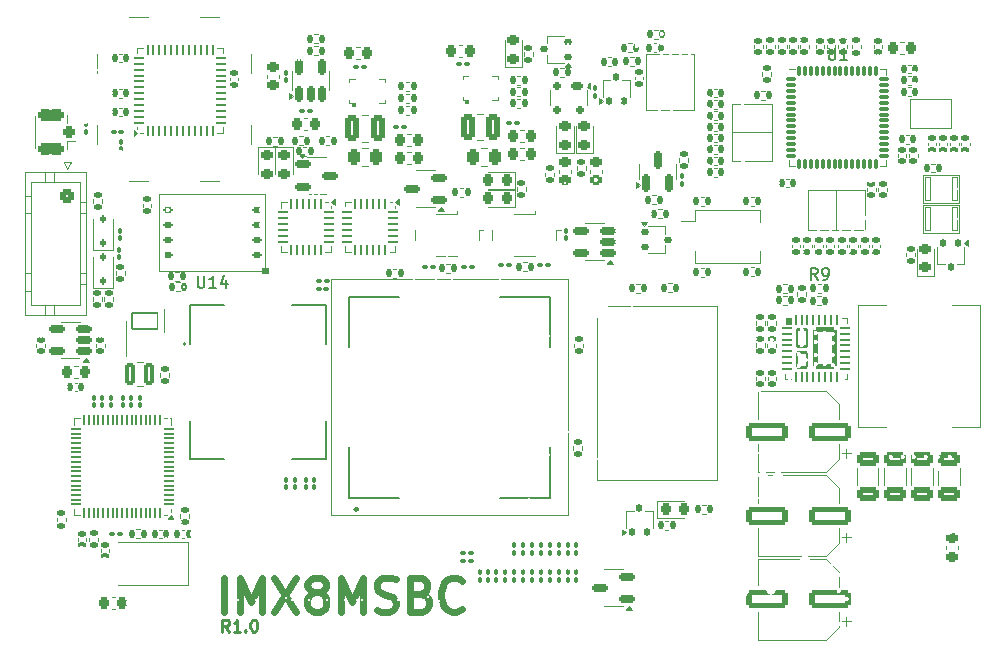
<source format=gbr>
%TF.GenerationSoftware,KiCad,Pcbnew,8.99.0-2767-g6be6680d8c*%
%TF.CreationDate,2024-10-27T19:28:17+01:00*%
%TF.ProjectId,SBC,5342432e-6b69-4636-9164-5f7063625858,rev?*%
%TF.SameCoordinates,Original*%
%TF.FileFunction,Legend,Top*%
%TF.FilePolarity,Positive*%
%FSLAX46Y46*%
G04 Gerber Fmt 4.6, Leading zero omitted, Abs format (unit mm)*
G04 Created by KiCad (PCBNEW 8.99.0-2767-g6be6680d8c) date 2024-10-27 19:28:17*
%MOMM*%
%LPD*%
G01*
G04 APERTURE LIST*
G04 Aperture macros list*
%AMRoundRect*
0 Rectangle with rounded corners*
0 $1 Rounding radius*
0 $2 $3 $4 $5 $6 $7 $8 $9 X,Y pos of 4 corners*
0 Add a 4 corners polygon primitive as box body*
4,1,4,$2,$3,$4,$5,$6,$7,$8,$9,$2,$3,0*
0 Add four circle primitives for the rounded corners*
1,1,$1+$1,$2,$3*
1,1,$1+$1,$4,$5*
1,1,$1+$1,$6,$7*
1,1,$1+$1,$8,$9*
0 Add four rect primitives between the rounded corners*
20,1,$1+$1,$2,$3,$4,$5,0*
20,1,$1+$1,$4,$5,$6,$7,0*
20,1,$1+$1,$6,$7,$8,$9,0*
20,1,$1+$1,$8,$9,$2,$3,0*%
G04 Aperture macros list end*
%ADD10C,0.250000*%
%ADD11C,0.600000*%
%ADD12C,0.150000*%
%ADD13C,0.120000*%
%ADD14C,0.100000*%
%ADD15C,0.127000*%
%ADD16C,0.200000*%
%ADD17C,0.240000*%
%ADD18C,1.000000*%
%ADD19RoundRect,0.218750X0.256250X-0.218750X0.256250X0.218750X-0.256250X0.218750X-0.256250X-0.218750X0*%
%ADD20RoundRect,0.135000X0.135000X0.185000X-0.135000X0.185000X-0.135000X-0.185000X0.135000X-0.185000X0*%
%ADD21RoundRect,0.135000X0.185000X-0.135000X0.185000X0.135000X-0.185000X0.135000X-0.185000X-0.135000X0*%
%ADD22RoundRect,0.250000X-0.350000X0.350000X-0.350000X-0.350000X0.350000X-0.350000X0.350000X0.350000X0*%
%ADD23C,1.200000*%
%ADD24RoundRect,0.125000X0.262500X0.125000X-0.262500X0.125000X-0.262500X-0.125000X0.262500X-0.125000X0*%
%ADD25R,4.700000X4.600000*%
%ADD26RoundRect,0.150000X0.512500X0.150000X-0.512500X0.150000X-0.512500X-0.150000X0.512500X-0.150000X0*%
%ADD27RoundRect,0.140000X-0.170000X0.140000X-0.170000X-0.140000X0.170000X-0.140000X0.170000X0.140000X0*%
%ADD28RoundRect,0.140000X0.140000X0.170000X-0.140000X0.170000X-0.140000X-0.170000X0.140000X-0.170000X0*%
%ADD29RoundRect,0.135000X-0.185000X0.135000X-0.185000X-0.135000X0.185000X-0.135000X0.185000X0.135000X0*%
%ADD30RoundRect,0.135000X-0.135000X-0.185000X0.135000X-0.185000X0.135000X0.185000X-0.135000X0.185000X0*%
%ADD31R,0.250000X0.700000*%
%ADD32R,0.900000X0.250000*%
%ADD33R,0.400000X1.250000*%
%ADD34R,0.250000X0.400000*%
%ADD35RoundRect,0.100000X-0.100000X0.130000X-0.100000X-0.130000X0.100000X-0.130000X0.100000X0.130000X0*%
%ADD36RoundRect,0.100000X0.130000X0.100000X-0.130000X0.100000X-0.130000X-0.100000X0.130000X-0.100000X0*%
%ADD37RoundRect,0.140000X0.170000X-0.140000X0.170000X0.140000X-0.170000X0.140000X-0.170000X-0.140000X0*%
%ADD38RoundRect,0.062500X0.062500X-0.337500X0.062500X0.337500X-0.062500X0.337500X-0.062500X-0.337500X0*%
%ADD39RoundRect,0.062500X0.337500X-0.062500X0.337500X0.062500X-0.337500X0.062500X-0.337500X-0.062500X0*%
%ADD40R,5.300000X5.300000*%
%ADD41R,2.000000X1.100000*%
%ADD42RoundRect,0.140000X-0.140000X-0.170000X0.140000X-0.170000X0.140000X0.170000X-0.140000X0.170000X0*%
%ADD43RoundRect,0.062500X-0.375000X-0.062500X0.375000X-0.062500X0.375000X0.062500X-0.375000X0.062500X0*%
%ADD44RoundRect,0.062500X-0.062500X-0.375000X0.062500X-0.375000X0.062500X0.375000X-0.062500X0.375000X0*%
%ADD45RoundRect,0.106599X0.418401X0.723401X-0.418401X0.723401X-0.418401X-0.723401X0.418401X-0.723401X0*%
%ADD46RoundRect,0.106599X0.418401X0.633401X-0.418401X0.633401X-0.418401X-0.633401X0.418401X-0.633401X0*%
%ADD47RoundRect,0.200000X0.785000X-1.540000X0.785000X1.540000X-0.785000X1.540000X-0.785000X-1.540000X0*%
%ADD48RoundRect,0.100000X-0.130000X-0.100000X0.130000X-0.100000X0.130000X0.100000X-0.130000X0.100000X0*%
%ADD49C,0.270000*%
%ADD50RoundRect,0.100000X0.100000X-0.130000X0.100000X0.130000X-0.100000X0.130000X-0.100000X-0.130000X0*%
%ADD51R,1.000000X1.000000*%
%ADD52R,1.000000X2.130000*%
%ADD53R,1.000000X3.800000*%
%ADD54R,1.650000X1.000000*%
%ADD55R,3.800000X1.000000*%
%ADD56RoundRect,0.225000X-0.225000X-0.250000X0.225000X-0.250000X0.225000X0.250000X-0.225000X0.250000X0*%
%ADD57RoundRect,0.250000X-0.650000X0.325000X-0.650000X-0.325000X0.650000X-0.325000X0.650000X0.325000X0*%
%ADD58RoundRect,0.218750X0.218750X0.256250X-0.218750X0.256250X-0.218750X-0.256250X0.218750X-0.256250X0*%
%ADD59R,1.100000X2.000000*%
%ADD60RoundRect,0.062500X-0.062500X0.375000X-0.062500X-0.375000X0.062500X-0.375000X0.062500X0.375000X0*%
%ADD61RoundRect,0.062500X-0.375000X0.062500X-0.375000X-0.062500X0.375000X-0.062500X0.375000X0.062500X0*%
%ADD62R,2.500000X2.500000*%
%ADD63RoundRect,0.225000X0.225000X0.250000X-0.225000X0.250000X-0.225000X-0.250000X0.225000X-0.250000X0*%
%ADD64RoundRect,0.250000X1.500000X0.550000X-1.500000X0.550000X-1.500000X-0.550000X1.500000X-0.550000X0*%
%ADD65RoundRect,0.112500X0.237500X-0.112500X0.237500X0.112500X-0.237500X0.112500X-0.237500X-0.112500X0*%
%ADD66RoundRect,0.218750X-0.218750X-0.256250X0.218750X-0.256250X0.218750X0.256250X-0.218750X0.256250X0*%
%ADD67O,0.200000X0.350000*%
%ADD68O,0.350000X0.200000*%
%ADD69C,0.350000*%
%ADD70RoundRect,0.112500X-0.237500X0.112500X-0.237500X-0.112500X0.237500X-0.112500X0.237500X0.112500X0*%
%ADD71RoundRect,0.225000X0.250000X-0.225000X0.250000X0.225000X-0.250000X0.225000X-0.250000X-0.225000X0*%
%ADD72R,0.450000X1.450000*%
%ADD73C,0.300000*%
%ADD74RoundRect,0.076200X1.066800X0.685800X-1.066800X0.685800X-1.066800X-0.685800X1.066800X-0.685800X0*%
%ADD75C,3.100000*%
%ADD76C,4.700000*%
%ADD77RoundRect,0.100000X-0.162635X0.021213X0.021213X-0.162635X0.162635X-0.021213X-0.021213X0.162635X0*%
%ADD78RoundRect,0.173913X-0.226087X-0.726087X0.226087X-0.726087X0.226087X0.726087X-0.226087X0.726087X0*%
%ADD79RoundRect,0.025000X-0.225000X-0.975000X0.225000X-0.975000X0.225000X0.975000X-0.225000X0.975000X0*%
%ADD80RoundRect,0.112500X0.112500X-0.187500X0.112500X0.187500X-0.112500X0.187500X-0.112500X-0.187500X0*%
%ADD81R,4.950000X3.175000*%
%ADD82C,0.330200*%
%ADD83RoundRect,0.067500X-0.357500X-0.067500X0.357500X-0.067500X0.357500X0.067500X-0.357500X0.067500X0*%
%ADD84RoundRect,0.067500X-0.067500X0.357500X-0.067500X-0.357500X0.067500X-0.357500X0.067500X0.357500X0*%
%ADD85R,5.060000X5.200000*%
%ADD86RoundRect,0.250000X0.262500X0.450000X-0.262500X0.450000X-0.262500X-0.450000X0.262500X-0.450000X0*%
%ADD87R,0.405000X0.990000*%
%ADD88R,2.235000X1.725000*%
%ADD89R,0.406250X0.760000*%
%ADD90R,1.900000X2.400000*%
%ADD91RoundRect,0.050000X0.362500X0.050000X-0.362500X0.050000X-0.362500X-0.050000X0.362500X-0.050000X0*%
%ADD92RoundRect,0.050000X0.050000X0.362500X-0.050000X0.362500X-0.050000X-0.362500X0.050000X-0.362500X0*%
%ADD93R,5.200000X5.200000*%
%ADD94RoundRect,0.218750X-0.256250X0.218750X-0.256250X-0.218750X0.256250X-0.218750X0.256250X0.218750X0*%
%ADD95R,2.650000X0.760000*%
%ADD96RoundRect,0.112500X-0.112500X-0.237500X0.112500X-0.237500X0.112500X0.237500X-0.112500X0.237500X0*%
%ADD97RoundRect,0.250000X-0.375000X-0.850000X0.375000X-0.850000X0.375000X0.850000X-0.375000X0.850000X0*%
%ADD98RoundRect,0.175000X-0.325000X0.175000X-0.325000X-0.175000X0.325000X-0.175000X0.325000X0.175000X0*%
%ADD99RoundRect,0.150000X-0.150000X0.200000X-0.150000X-0.200000X0.150000X-0.200000X0.150000X0.200000X0*%
%ADD100RoundRect,0.112500X0.112500X0.237500X-0.112500X0.237500X-0.112500X-0.237500X0.112500X-0.237500X0*%
%ADD101R,1.800000X1.200000*%
%ADD102RoundRect,0.250000X0.275000X0.250000X-0.275000X0.250000X-0.275000X-0.250000X0.275000X-0.250000X0*%
%ADD103RoundRect,0.250000X0.850000X0.275000X-0.850000X0.275000X-0.850000X-0.275000X0.850000X-0.275000X0*%
%ADD104RoundRect,0.225000X-0.250000X0.225000X-0.250000X-0.225000X0.250000X-0.225000X0.250000X0.225000X0*%
%ADD105RoundRect,0.150000X0.150000X-0.512500X0.150000X0.512500X-0.150000X0.512500X-0.150000X-0.512500X0*%
%ADD106RoundRect,0.150000X-0.512500X-0.150000X0.512500X-0.150000X0.512500X0.150000X-0.512500X0.150000X0*%
%ADD107RoundRect,0.150000X0.150000X-0.587500X0.150000X0.587500X-0.150000X0.587500X-0.150000X-0.587500X0*%
%ADD108C,1.600000*%
%ADD109C,0.900000*%
%ADD110C,0.800000*%
%ADD111C,0.360000*%
G04 APERTURE END LIST*
D10*
X76380128Y-130996033D02*
X76046795Y-130519842D01*
X75808700Y-130996033D02*
X75808700Y-129996033D01*
X75808700Y-129996033D02*
X76189652Y-129996033D01*
X76189652Y-129996033D02*
X76284890Y-130043652D01*
X76284890Y-130043652D02*
X76332509Y-130091271D01*
X76332509Y-130091271D02*
X76380128Y-130186509D01*
X76380128Y-130186509D02*
X76380128Y-130329366D01*
X76380128Y-130329366D02*
X76332509Y-130424604D01*
X76332509Y-130424604D02*
X76284890Y-130472223D01*
X76284890Y-130472223D02*
X76189652Y-130519842D01*
X76189652Y-130519842D02*
X75808700Y-130519842D01*
X77332509Y-130996033D02*
X76761081Y-130996033D01*
X77046795Y-130996033D02*
X77046795Y-129996033D01*
X77046795Y-129996033D02*
X76951557Y-130138890D01*
X76951557Y-130138890D02*
X76856319Y-130234128D01*
X76856319Y-130234128D02*
X76761081Y-130281747D01*
X77761081Y-130900794D02*
X77808700Y-130948414D01*
X77808700Y-130948414D02*
X77761081Y-130996033D01*
X77761081Y-130996033D02*
X77713462Y-130948414D01*
X77713462Y-130948414D02*
X77761081Y-130900794D01*
X77761081Y-130900794D02*
X77761081Y-130996033D01*
X78427747Y-129996033D02*
X78522985Y-129996033D01*
X78522985Y-129996033D02*
X78618223Y-130043652D01*
X78618223Y-130043652D02*
X78665842Y-130091271D01*
X78665842Y-130091271D02*
X78713461Y-130186509D01*
X78713461Y-130186509D02*
X78761080Y-130376985D01*
X78761080Y-130376985D02*
X78761080Y-130615080D01*
X78761080Y-130615080D02*
X78713461Y-130805556D01*
X78713461Y-130805556D02*
X78665842Y-130900794D01*
X78665842Y-130900794D02*
X78618223Y-130948414D01*
X78618223Y-130948414D02*
X78522985Y-130996033D01*
X78522985Y-130996033D02*
X78427747Y-130996033D01*
X78427747Y-130996033D02*
X78332509Y-130948414D01*
X78332509Y-130948414D02*
X78284890Y-130900794D01*
X78284890Y-130900794D02*
X78237271Y-130805556D01*
X78237271Y-130805556D02*
X78189652Y-130615080D01*
X78189652Y-130615080D02*
X78189652Y-130376985D01*
X78189652Y-130376985D02*
X78237271Y-130186509D01*
X78237271Y-130186509D02*
X78284890Y-130091271D01*
X78284890Y-130091271D02*
X78332509Y-130043652D01*
X78332509Y-130043652D02*
X78427747Y-129996033D01*
D11*
X75947880Y-129322909D02*
X75947880Y-126422909D01*
X77281213Y-129322909D02*
X77281213Y-126422909D01*
X77281213Y-126422909D02*
X78214547Y-128494337D01*
X78214547Y-128494337D02*
X79147880Y-126422909D01*
X79147880Y-126422909D02*
X79147880Y-129322909D01*
X80214547Y-126422909D02*
X82081213Y-129322909D01*
X82081213Y-126422909D02*
X80214547Y-129322909D01*
X83547880Y-127665766D02*
X83281214Y-127527671D01*
X83281214Y-127527671D02*
X83147880Y-127389575D01*
X83147880Y-127389575D02*
X83014547Y-127113385D01*
X83014547Y-127113385D02*
X83014547Y-126975290D01*
X83014547Y-126975290D02*
X83147880Y-126699099D01*
X83147880Y-126699099D02*
X83281214Y-126561004D01*
X83281214Y-126561004D02*
X83547880Y-126422909D01*
X83547880Y-126422909D02*
X84081214Y-126422909D01*
X84081214Y-126422909D02*
X84347880Y-126561004D01*
X84347880Y-126561004D02*
X84481214Y-126699099D01*
X84481214Y-126699099D02*
X84614547Y-126975290D01*
X84614547Y-126975290D02*
X84614547Y-127113385D01*
X84614547Y-127113385D02*
X84481214Y-127389575D01*
X84481214Y-127389575D02*
X84347880Y-127527671D01*
X84347880Y-127527671D02*
X84081214Y-127665766D01*
X84081214Y-127665766D02*
X83547880Y-127665766D01*
X83547880Y-127665766D02*
X83281214Y-127803861D01*
X83281214Y-127803861D02*
X83147880Y-127941956D01*
X83147880Y-127941956D02*
X83014547Y-128218147D01*
X83014547Y-128218147D02*
X83014547Y-128770528D01*
X83014547Y-128770528D02*
X83147880Y-129046718D01*
X83147880Y-129046718D02*
X83281214Y-129184814D01*
X83281214Y-129184814D02*
X83547880Y-129322909D01*
X83547880Y-129322909D02*
X84081214Y-129322909D01*
X84081214Y-129322909D02*
X84347880Y-129184814D01*
X84347880Y-129184814D02*
X84481214Y-129046718D01*
X84481214Y-129046718D02*
X84614547Y-128770528D01*
X84614547Y-128770528D02*
X84614547Y-128218147D01*
X84614547Y-128218147D02*
X84481214Y-127941956D01*
X84481214Y-127941956D02*
X84347880Y-127803861D01*
X84347880Y-127803861D02*
X84081214Y-127665766D01*
X85814547Y-129322909D02*
X85814547Y-126422909D01*
X85814547Y-126422909D02*
X86747881Y-128494337D01*
X86747881Y-128494337D02*
X87681214Y-126422909D01*
X87681214Y-126422909D02*
X87681214Y-129322909D01*
X88881214Y-129184814D02*
X89281214Y-129322909D01*
X89281214Y-129322909D02*
X89947881Y-129322909D01*
X89947881Y-129322909D02*
X90214547Y-129184814D01*
X90214547Y-129184814D02*
X90347881Y-129046718D01*
X90347881Y-129046718D02*
X90481214Y-128770528D01*
X90481214Y-128770528D02*
X90481214Y-128494337D01*
X90481214Y-128494337D02*
X90347881Y-128218147D01*
X90347881Y-128218147D02*
X90214547Y-128080052D01*
X90214547Y-128080052D02*
X89947881Y-127941956D01*
X89947881Y-127941956D02*
X89414547Y-127803861D01*
X89414547Y-127803861D02*
X89147881Y-127665766D01*
X89147881Y-127665766D02*
X89014547Y-127527671D01*
X89014547Y-127527671D02*
X88881214Y-127251480D01*
X88881214Y-127251480D02*
X88881214Y-126975290D01*
X88881214Y-126975290D02*
X89014547Y-126699099D01*
X89014547Y-126699099D02*
X89147881Y-126561004D01*
X89147881Y-126561004D02*
X89414547Y-126422909D01*
X89414547Y-126422909D02*
X90081214Y-126422909D01*
X90081214Y-126422909D02*
X90481214Y-126561004D01*
X92614548Y-127803861D02*
X93014548Y-127941956D01*
X93014548Y-127941956D02*
X93147881Y-128080052D01*
X93147881Y-128080052D02*
X93281214Y-128356242D01*
X93281214Y-128356242D02*
X93281214Y-128770528D01*
X93281214Y-128770528D02*
X93147881Y-129046718D01*
X93147881Y-129046718D02*
X93014548Y-129184814D01*
X93014548Y-129184814D02*
X92747881Y-129322909D01*
X92747881Y-129322909D02*
X91681214Y-129322909D01*
X91681214Y-129322909D02*
X91681214Y-126422909D01*
X91681214Y-126422909D02*
X92614548Y-126422909D01*
X92614548Y-126422909D02*
X92881214Y-126561004D01*
X92881214Y-126561004D02*
X93014548Y-126699099D01*
X93014548Y-126699099D02*
X93147881Y-126975290D01*
X93147881Y-126975290D02*
X93147881Y-127251480D01*
X93147881Y-127251480D02*
X93014548Y-127527671D01*
X93014548Y-127527671D02*
X92881214Y-127665766D01*
X92881214Y-127665766D02*
X92614548Y-127803861D01*
X92614548Y-127803861D02*
X91681214Y-127803861D01*
X96081214Y-129046718D02*
X95947881Y-129184814D01*
X95947881Y-129184814D02*
X95547881Y-129322909D01*
X95547881Y-129322909D02*
X95281214Y-129322909D01*
X95281214Y-129322909D02*
X94881214Y-129184814D01*
X94881214Y-129184814D02*
X94614548Y-128908623D01*
X94614548Y-128908623D02*
X94481214Y-128632433D01*
X94481214Y-128632433D02*
X94347881Y-128080052D01*
X94347881Y-128080052D02*
X94347881Y-127665766D01*
X94347881Y-127665766D02*
X94481214Y-127113385D01*
X94481214Y-127113385D02*
X94614548Y-126837194D01*
X94614548Y-126837194D02*
X94881214Y-126561004D01*
X94881214Y-126561004D02*
X95281214Y-126422909D01*
X95281214Y-126422909D02*
X95547881Y-126422909D01*
X95547881Y-126422909D02*
X95947881Y-126561004D01*
X95947881Y-126561004D02*
X96081214Y-126699099D01*
D12*
X73714586Y-100879133D02*
X73714586Y-101688656D01*
X73714586Y-101688656D02*
X73762205Y-101783894D01*
X73762205Y-101783894D02*
X73809824Y-101831514D01*
X73809824Y-101831514D02*
X73905062Y-101879133D01*
X73905062Y-101879133D02*
X74095538Y-101879133D01*
X74095538Y-101879133D02*
X74190776Y-101831514D01*
X74190776Y-101831514D02*
X74238395Y-101783894D01*
X74238395Y-101783894D02*
X74286014Y-101688656D01*
X74286014Y-101688656D02*
X74286014Y-100879133D01*
X75286014Y-101879133D02*
X74714586Y-101879133D01*
X75000300Y-101879133D02*
X75000300Y-100879133D01*
X75000300Y-100879133D02*
X74905062Y-101021990D01*
X74905062Y-101021990D02*
X74809824Y-101117228D01*
X74809824Y-101117228D02*
X74714586Y-101164847D01*
X76143157Y-101212466D02*
X76143157Y-101879133D01*
X75905062Y-100831514D02*
X75666967Y-101545799D01*
X75666967Y-101545799D02*
X76286014Y-101545799D01*
X127131557Y-81604847D02*
X127131557Y-82414370D01*
X127131557Y-82414370D02*
X127179176Y-82509608D01*
X127179176Y-82509608D02*
X127226795Y-82557228D01*
X127226795Y-82557228D02*
X127322033Y-82604847D01*
X127322033Y-82604847D02*
X127512509Y-82604847D01*
X127512509Y-82604847D02*
X127607747Y-82557228D01*
X127607747Y-82557228D02*
X127655366Y-82509608D01*
X127655366Y-82509608D02*
X127702985Y-82414370D01*
X127702985Y-82414370D02*
X127702985Y-81604847D01*
X128702985Y-82604847D02*
X128131557Y-82604847D01*
X128417271Y-82604847D02*
X128417271Y-81604847D01*
X128417271Y-81604847D02*
X128322033Y-81747704D01*
X128322033Y-81747704D02*
X128226795Y-81842942D01*
X128226795Y-81842942D02*
X128131557Y-81890561D01*
X126198814Y-101229833D02*
X125865481Y-100753642D01*
X125627386Y-101229833D02*
X125627386Y-100229833D01*
X125627386Y-100229833D02*
X126008338Y-100229833D01*
X126008338Y-100229833D02*
X126103576Y-100277452D01*
X126103576Y-100277452D02*
X126151195Y-100325071D01*
X126151195Y-100325071D02*
X126198814Y-100420309D01*
X126198814Y-100420309D02*
X126198814Y-100563166D01*
X126198814Y-100563166D02*
X126151195Y-100658404D01*
X126151195Y-100658404D02*
X126103576Y-100706023D01*
X126103576Y-100706023D02*
X126008338Y-100753642D01*
X126008338Y-100753642D02*
X125627386Y-100753642D01*
X126675005Y-101229833D02*
X126865481Y-101229833D01*
X126865481Y-101229833D02*
X126960719Y-101182214D01*
X126960719Y-101182214D02*
X127008338Y-101134594D01*
X127008338Y-101134594D02*
X127103576Y-100991737D01*
X127103576Y-100991737D02*
X127151195Y-100801261D01*
X127151195Y-100801261D02*
X127151195Y-100420309D01*
X127151195Y-100420309D02*
X127103576Y-100325071D01*
X127103576Y-100325071D02*
X127055957Y-100277452D01*
X127055957Y-100277452D02*
X126960719Y-100229833D01*
X126960719Y-100229833D02*
X126770243Y-100229833D01*
X126770243Y-100229833D02*
X126675005Y-100277452D01*
X126675005Y-100277452D02*
X126627386Y-100325071D01*
X126627386Y-100325071D02*
X126579767Y-100420309D01*
X126579767Y-100420309D02*
X126579767Y-100658404D01*
X126579767Y-100658404D02*
X126627386Y-100753642D01*
X126627386Y-100753642D02*
X126675005Y-100801261D01*
X126675005Y-100801261D02*
X126770243Y-100848880D01*
X126770243Y-100848880D02*
X126960719Y-100848880D01*
X126960719Y-100848880D02*
X127055957Y-100801261D01*
X127055957Y-100801261D02*
X127103576Y-100753642D01*
X127103576Y-100753642D02*
X127151195Y-100658404D01*
D13*
%TO.C,D4*%
X104074481Y-88175014D02*
X104074481Y-90460014D01*
X104074481Y-90460014D02*
X105544481Y-90460014D01*
X105544481Y-90460014D02*
X105544481Y-88175014D01*
%TO.C,R85*%
X96208722Y-93438814D02*
X95901440Y-93438814D01*
X96208722Y-94198814D02*
X95901440Y-94198814D01*
%TO.C,R108*%
X61768081Y-121658455D02*
X61768081Y-121351173D01*
X62528081Y-121658455D02*
X62528081Y-121351173D01*
%TO.C,J2*%
X59067481Y-92058014D02*
X59067481Y-104178014D01*
X59067481Y-94088014D02*
X59577481Y-94088014D01*
X59067481Y-95588014D02*
X59577481Y-95588014D01*
X59067481Y-100648014D02*
X59577481Y-100648014D01*
X59067481Y-102148014D02*
X59577481Y-102148014D01*
X59067481Y-104178014D02*
X64287481Y-104178014D01*
X59577481Y-92918014D02*
X59577481Y-103318014D01*
X59577481Y-103318014D02*
X63777481Y-103318014D01*
X60777481Y-92058014D02*
X60777481Y-92918014D01*
X60777481Y-104178014D02*
X60777481Y-103318014D01*
X61577481Y-92058014D02*
X61577481Y-92918014D01*
X61577481Y-104178014D02*
X61577481Y-103318014D01*
X62377481Y-91258014D02*
X62977481Y-91258014D01*
X62677481Y-91858014D02*
X62377481Y-91258014D01*
X62977481Y-91258014D02*
X62677481Y-91858014D01*
X63777481Y-92918014D02*
X59577481Y-92918014D01*
X63777481Y-103318014D02*
X63777481Y-92918014D01*
X64287481Y-92058014D02*
X59067481Y-92058014D01*
X64287481Y-94648014D02*
X63777481Y-94648014D01*
X64287481Y-95588014D02*
X63777481Y-95588014D01*
X64287481Y-100648014D02*
X63777481Y-100648014D01*
X64287481Y-101588014D02*
X63777481Y-101588014D01*
X64287481Y-104178014D02*
X64287481Y-92058014D01*
%TO.C,U14*%
X79452681Y-100424314D02*
X70452681Y-100424314D01*
X70452681Y-93924314D01*
X79452681Y-93924314D01*
X79452681Y-100424314D01*
X79702681Y-100674314D02*
X79202681Y-100674314D01*
X79202681Y-100174314D01*
X79702681Y-100174314D01*
X79702681Y-100674314D01*
G36*
X79702681Y-100674314D02*
G01*
X79202681Y-100674314D01*
X79202681Y-100174314D01*
X79702681Y-100174314D01*
X79702681Y-100674314D01*
G37*
%TO.C,U10*%
X107349481Y-96441014D02*
X106549481Y-96441014D01*
X107349481Y-96441014D02*
X108149481Y-96441014D01*
X107349481Y-99561014D02*
X106549481Y-99561014D01*
X107349481Y-99561014D02*
X108149481Y-99561014D01*
X108889481Y-99841014D02*
X108409481Y-99841014D01*
X108649481Y-99511014D01*
X108889481Y-99841014D01*
G36*
X108889481Y-99841014D02*
G01*
X108409481Y-99841014D01*
X108649481Y-99511014D01*
X108889481Y-99841014D01*
G37*
%TO.C,R78*%
X113569122Y-121615014D02*
X113261840Y-121615014D01*
X113569122Y-122375014D02*
X113261840Y-122375014D01*
%TO.C,C17*%
X121983462Y-109442192D02*
X121983462Y-109657864D01*
X122703462Y-109442192D02*
X122703462Y-109657864D01*
%TO.C,C61*%
X123747836Y-92670400D02*
X123532164Y-92670400D01*
X123747836Y-93390400D02*
X123532164Y-93390400D01*
%TO.C,R3*%
X121938462Y-104998669D02*
X121938462Y-104691387D01*
X122698462Y-104998669D02*
X122698462Y-104691387D01*
%TO.C,C328*%
X65522500Y-124022564D02*
X65522500Y-124238236D01*
X66242500Y-124022564D02*
X66242500Y-124238236D01*
%TO.C,R32*%
X105826481Y-91612373D02*
X105826481Y-91919655D01*
X106586481Y-91612373D02*
X106586481Y-91919655D01*
%TO.C,R87*%
X71873840Y-101438014D02*
X72181122Y-101438014D01*
X71873840Y-102198014D02*
X72181122Y-102198014D01*
%TO.C,C55*%
X117651298Y-91752527D02*
X117435626Y-91752527D01*
X117651298Y-92472527D02*
X117435626Y-92472527D01*
%TO.C,C318*%
X63560000Y-123085064D02*
X63560000Y-123300736D01*
X64280000Y-123085064D02*
X64280000Y-123300736D01*
%TO.C,C35*%
X128883462Y-98249692D02*
X128883462Y-98465364D01*
X129603462Y-98249692D02*
X129603462Y-98465364D01*
%TO.C,D5*%
X134579881Y-98563614D02*
X134579881Y-100848614D01*
X134579881Y-100848614D02*
X136049881Y-100848614D01*
X136049881Y-100848614D02*
X136049881Y-98563614D01*
%TO.C,U5*%
X86552481Y-84220014D02*
X87052481Y-84220014D01*
X86552481Y-84470014D02*
X86552481Y-84220014D01*
X86552481Y-85970014D02*
X86552481Y-86220014D01*
X86552481Y-86220014D02*
X87052481Y-86220014D01*
X89052481Y-86220014D02*
X89552481Y-86220014D01*
X89552481Y-84220014D02*
X89052481Y-84220014D01*
X89552481Y-84470014D02*
X89552481Y-84220014D01*
X89552481Y-86220014D02*
X89552481Y-85970014D01*
X86802481Y-86470014D02*
X87052481Y-86470014D01*
X87052481Y-86220014D01*
X86802481Y-86220014D01*
X86802481Y-86470014D01*
G36*
X86802481Y-86470014D02*
G01*
X87052481Y-86470014D01*
X87052481Y-86220014D01*
X86802481Y-86220014D01*
X86802481Y-86470014D01*
G37*
%TO.C,R24*%
X83573840Y-81438014D02*
X83881122Y-81438014D01*
X83573840Y-82198014D02*
X83881122Y-82198014D01*
%TO.C,R91*%
X64860000Y-94703641D02*
X64860000Y-94396359D01*
X65620000Y-94703641D02*
X65620000Y-94396359D01*
%TO.C,C64*%
X110733000Y-84235836D02*
X110733000Y-84020164D01*
X111453000Y-84235836D02*
X111453000Y-84020164D01*
%TO.C,R10*%
X129078462Y-81613669D02*
X129078462Y-81306387D01*
X129838462Y-81613669D02*
X129838462Y-81306387D01*
%TO.C,C40*%
X129833462Y-98249692D02*
X129833462Y-98465364D01*
X130553462Y-98249692D02*
X130553462Y-98465364D01*
%TO.C,U19*%
X68617481Y-81558014D02*
X69092481Y-81558014D01*
X68617481Y-82033014D02*
X68617481Y-81558014D01*
X68617481Y-88303014D02*
X68617481Y-88478014D01*
X69092481Y-88778014D02*
X68857481Y-88778014D01*
X75837481Y-81558014D02*
X75362481Y-81558014D01*
X75837481Y-82033014D02*
X75837481Y-81558014D01*
X75837481Y-88303014D02*
X75837481Y-88778014D01*
X75837481Y-88778014D02*
X75362481Y-88778014D01*
X68617481Y-88778014D02*
X68287481Y-89018014D01*
X68287481Y-88538014D01*
X68617481Y-88778014D01*
G36*
X68617481Y-88778014D02*
G01*
X68287481Y-89018014D01*
X68287481Y-88538014D01*
X68617481Y-88778014D01*
G37*
%TO.C,C39*%
X137420000Y-89602564D02*
X137420000Y-89818236D01*
X138140000Y-89602564D02*
X138140000Y-89818236D01*
%TO.C,C60*%
X130395962Y-93462192D02*
X130395962Y-93677864D01*
X131115962Y-93462192D02*
X131115962Y-93677864D01*
%TO.C,L5*%
X125393462Y-96975028D02*
X127793462Y-96975028D01*
X127793462Y-93575028D01*
X125393462Y-93575028D01*
X125393462Y-96975028D01*
%TO.C,C63*%
X133878126Y-84910028D02*
X134093798Y-84910028D01*
X133878126Y-85630028D02*
X134093798Y-85630028D01*
%TO.C,U2*%
X123483462Y-109630028D02*
X123483462Y-109155028D01*
X123958462Y-109630028D02*
X123483462Y-109630028D01*
X128228462Y-104410028D02*
X128703462Y-104410028D01*
X128228462Y-109630028D02*
X128703462Y-109630028D01*
X128703462Y-104410028D02*
X128703462Y-104885028D01*
X128703462Y-109630028D02*
X128703462Y-109155028D01*
D14*
X123493462Y-104420028D02*
X123993462Y-104420028D01*
X123993462Y-104920028D01*
X123493462Y-104920028D01*
X123493462Y-104420028D01*
G36*
X123493462Y-104420028D02*
G01*
X123993462Y-104420028D01*
X123993462Y-104920028D01*
X123493462Y-104920028D01*
X123493462Y-104420028D01*
G37*
D13*
%TO.C,C1*%
X121005481Y-109437178D02*
X121005481Y-109652850D01*
X121725481Y-109437178D02*
X121725481Y-109652850D01*
%TO.C,R1*%
X121938462Y-106923669D02*
X121938462Y-106616387D01*
X122698462Y-106923669D02*
X122698462Y-106616387D01*
%TO.C,U12*%
X107485000Y-118190400D02*
X107485000Y-104470400D01*
X108485000Y-103470400D02*
X117705000Y-103470400D01*
X117705000Y-103470400D02*
X117705000Y-118190400D01*
X117705000Y-118190400D02*
X107485000Y-118190400D01*
%TO.C,J4*%
X65194481Y-82105014D02*
X65194481Y-83705014D01*
X65194481Y-88105014D02*
X65194481Y-89705014D01*
X67894481Y-78925014D02*
X69494481Y-78925014D01*
X67894481Y-92885014D02*
X69494481Y-92885014D01*
X73894481Y-78925014D02*
X75494481Y-78925014D01*
X73894481Y-92885014D02*
X75494481Y-92885014D01*
X78194481Y-82105014D02*
X78194481Y-83705014D01*
X78194481Y-88105014D02*
X78194481Y-89705014D01*
%TO.C,C317*%
X67285317Y-85058014D02*
X67069645Y-85058014D01*
X67285317Y-85778014D02*
X67069645Y-85778014D01*
%TO.C,C76*%
X91467901Y-90425014D02*
X91749061Y-90425014D01*
X91467901Y-91445014D02*
X91749061Y-91445014D01*
%TO.C,R18*%
X110646641Y-82348000D02*
X110339359Y-82348000D01*
X110646641Y-83108000D02*
X110339359Y-83108000D01*
%TO.C,R15*%
X123763462Y-81291387D02*
X123763462Y-81598669D01*
X124523462Y-81291387D02*
X124523462Y-81598669D01*
%TO.C,C47*%
X129533462Y-117133776D02*
X129533462Y-118556280D01*
X131353462Y-117133776D02*
X131353462Y-118556280D01*
%TO.C,R68*%
X111146641Y-101544200D02*
X110839359Y-101544200D01*
X111146641Y-102304200D02*
X110839359Y-102304200D01*
%TO.C,D8*%
X98305081Y-95036414D02*
X100590081Y-95036414D01*
X100590081Y-93566414D02*
X98305081Y-93566414D01*
X100590081Y-95036414D02*
X100590081Y-93566414D01*
%TO.C,R7*%
X124495481Y-102266973D02*
X124495481Y-102574255D01*
X125255481Y-102266973D02*
X125255481Y-102574255D01*
%TO.C,L1*%
X118918462Y-86325028D02*
X122318462Y-86325028D01*
X122318462Y-88725028D01*
X118918462Y-88725028D01*
X118918462Y-86325028D01*
%TO.C,U15*%
X86215481Y-94645214D02*
X86690481Y-94645214D01*
X86215481Y-95120214D02*
X86215481Y-94645214D01*
X86215481Y-98390214D02*
X86215481Y-98865214D01*
X86215481Y-98865214D02*
X86690481Y-98865214D01*
X89960481Y-94645214D02*
X90195481Y-94645214D01*
X90435481Y-95120214D02*
X90435481Y-94945214D01*
X90435481Y-98390214D02*
X90435481Y-98865214D01*
X90435481Y-98865214D02*
X89960481Y-98865214D01*
X90765481Y-94885214D02*
X90435481Y-94645214D01*
X90765481Y-94405214D01*
X90765481Y-94885214D01*
G36*
X90765481Y-94885214D02*
G01*
X90435481Y-94645214D01*
X90765481Y-94405214D01*
X90765481Y-94885214D01*
G37*
%TO.C,R90*%
X80444522Y-89094314D02*
X80137240Y-89094314D01*
X80444522Y-89854314D02*
X80137240Y-89854314D01*
%TO.C,C288*%
X133481061Y-81035014D02*
X133199901Y-81035014D01*
X133481061Y-82055014D02*
X133199901Y-82055014D01*
%TO.C,R60*%
X114485481Y-90891373D02*
X114485481Y-91198655D01*
X115245481Y-90891373D02*
X115245481Y-91198655D01*
%TO.C,C50*%
X117651298Y-89815861D02*
X117435626Y-89815861D01*
X117651298Y-90535861D02*
X117435626Y-90535861D01*
%TO.C,R11*%
X122813462Y-81598669D02*
X122813462Y-81291387D01*
X123573462Y-81598669D02*
X123573462Y-81291387D01*
%TO.C,C20*%
X121183462Y-117760028D02*
X121183462Y-120110028D01*
X121183462Y-124580028D02*
X121183462Y-122230028D01*
X126939025Y-117760028D02*
X121183462Y-117760028D01*
X126939025Y-124580028D02*
X121183462Y-124580028D01*
X128003462Y-118824465D02*
X126939025Y-117760028D01*
X128003462Y-118824465D02*
X128003462Y-120110028D01*
X128003462Y-123515591D02*
X126939025Y-124580028D01*
X128003462Y-123515591D02*
X128003462Y-122230028D01*
X128637212Y-123411278D02*
X128637212Y-122623778D01*
X129030962Y-123017528D02*
X128243462Y-123017528D01*
%TO.C,C86*%
X101046706Y-90074214D02*
X101327866Y-90074214D01*
X101046706Y-91094214D02*
X101327866Y-91094214D01*
%TO.C,L4*%
X137468462Y-88325028D02*
X134068462Y-88325028D01*
X134068462Y-85925028D01*
X137468462Y-85925028D01*
X137468462Y-88325028D01*
%TO.C,C45*%
X117651298Y-88847528D02*
X117435626Y-88847528D01*
X117651298Y-89567528D02*
X117435626Y-89567528D01*
%TO.C,C74*%
X82728901Y-87523514D02*
X83010061Y-87523514D01*
X82728901Y-88543514D02*
X83010061Y-88543514D01*
%TO.C,D7*%
X98305081Y-93537814D02*
X100590081Y-93537814D01*
X100590081Y-92067814D02*
X98305081Y-92067814D01*
X100590081Y-93537814D02*
X100590081Y-92067814D01*
%TO.C,Q3*%
X103300562Y-81197095D02*
X103300562Y-80537095D01*
X103300562Y-82857095D02*
X103300562Y-82197095D01*
X104710562Y-80537095D02*
X103300562Y-80537095D01*
X104710562Y-82857095D02*
X103300562Y-82857095D01*
X105320562Y-83167095D02*
X104840562Y-83167095D01*
X105080562Y-82837095D01*
X105320562Y-83167095D01*
G36*
X105320562Y-83167095D02*
G01*
X104840562Y-83167095D01*
X105080562Y-82837095D01*
X105320562Y-83167095D01*
G37*
%TO.C,C54*%
X131345962Y-93462192D02*
X131345962Y-93677864D01*
X132065962Y-93462192D02*
X132065962Y-93677864D01*
%TO.C,C316*%
X67285317Y-86658014D02*
X67069645Y-86658014D01*
X67285317Y-87378014D02*
X67069645Y-87378014D01*
%TO.C,C26*%
X127958462Y-81337192D02*
X127958462Y-81552864D01*
X128678462Y-81337192D02*
X128678462Y-81552864D01*
%TO.C,FB8*%
X63257221Y-108482900D02*
X63582779Y-108482900D01*
X63257221Y-109502900D02*
X63582779Y-109502900D01*
%TO.C,R26*%
X91635122Y-86491014D02*
X91327840Y-86491014D01*
X91635122Y-87251014D02*
X91327840Y-87251014D01*
%TO.C,C65*%
X65110000Y-106886298D02*
X65110000Y-106670626D01*
X65830000Y-106886298D02*
X65830000Y-106670626D01*
%TO.C,R80*%
X116291040Y-94183014D02*
X116598322Y-94183014D01*
X116291040Y-94943014D02*
X116598322Y-94943014D01*
%TO.C,L2*%
X118918462Y-88725028D02*
X122318462Y-88725028D01*
X122318462Y-91125028D01*
X118918462Y-91125028D01*
X118918462Y-88725028D01*
%TO.C,C77*%
X87149901Y-81535014D02*
X87431061Y-81535014D01*
X87149901Y-82555014D02*
X87431061Y-82555014D01*
D15*
%TO.C,U13*%
X73100000Y-103375000D02*
X73100000Y-106625000D01*
X73100000Y-103375000D02*
X75975000Y-103375000D01*
X73100000Y-116375000D02*
X73100000Y-113125000D01*
X73100000Y-116375000D02*
X75975000Y-116375000D01*
X84600000Y-103375000D02*
X81725000Y-103375000D01*
X84600000Y-103375000D02*
X84600000Y-106625000D01*
X84600000Y-116375000D02*
X81725000Y-116375000D01*
X84600000Y-116375000D02*
X84600000Y-113125000D01*
D16*
X72700000Y-106625000D02*
G75*
G02*
X72500000Y-106625000I-100000J0D01*
G01*
X72500000Y-106625000D02*
G75*
G02*
X72700000Y-106625000I100000J0D01*
G01*
D13*
%TO.C,R13*%
X121813462Y-81291387D02*
X121813462Y-81598669D01*
X122573462Y-81291387D02*
X122573462Y-81598669D01*
%TO.C,R20*%
X84571340Y-89038014D02*
X84878622Y-89038014D01*
X84571340Y-89798014D02*
X84878622Y-89798014D01*
%TO.C,C78*%
X91467901Y-88901014D02*
X91749061Y-88901014D01*
X91467901Y-89921014D02*
X91749061Y-89921014D01*
%TO.C,C27*%
X121183462Y-110660028D02*
X121183462Y-113010028D01*
X121183462Y-117480028D02*
X121183462Y-115130028D01*
X126939025Y-110660028D02*
X121183462Y-110660028D01*
X126939025Y-117480028D02*
X121183462Y-117480028D01*
X128003462Y-111724465D02*
X126939025Y-110660028D01*
X128003462Y-111724465D02*
X128003462Y-113010028D01*
X128003462Y-116415591D02*
X126939025Y-117480028D01*
X128003462Y-116415591D02*
X128003462Y-115130028D01*
X128637212Y-116311278D02*
X128637212Y-115523778D01*
X129030962Y-115917528D02*
X128243462Y-115917528D01*
%TO.C,R76*%
X133690281Y-99237855D02*
X133690281Y-98930573D01*
X134450281Y-99237855D02*
X134450281Y-98930573D01*
%TO.C,R2*%
X120985481Y-106898655D02*
X120985481Y-106591373D01*
X121745481Y-106898655D02*
X121745481Y-106591373D01*
%TO.C,R79*%
X120528840Y-94183014D02*
X120836122Y-94183014D01*
X120528840Y-94943014D02*
X120836122Y-94943014D01*
%TO.C,L3*%
X127793462Y-96975028D02*
X130193462Y-96975028D01*
X130193462Y-93575028D01*
X127793462Y-93575028D01*
X127793462Y-96975028D01*
%TO.C,Q7*%
X111885481Y-96641514D02*
X113295481Y-96641514D01*
X111885481Y-98961514D02*
X113295481Y-98961514D01*
X113295481Y-96641514D02*
X113295481Y-97301514D01*
X113295481Y-98301514D02*
X113295481Y-98961514D01*
X111515481Y-96661514D02*
X111275481Y-96331514D01*
X111755481Y-96331514D01*
X111515481Y-96661514D01*
G36*
X111515481Y-96661514D02*
G01*
X111275481Y-96331514D01*
X111755481Y-96331514D01*
X111515481Y-96661514D01*
G37*
%TO.C,C51*%
X117651298Y-86947528D02*
X117435626Y-86947528D01*
X117651298Y-87667528D02*
X117435626Y-87667528D01*
%TO.C,C81*%
X106966481Y-92163594D02*
X106966481Y-91882434D01*
X107986481Y-92163594D02*
X107986481Y-91882434D01*
%TO.C,U6*%
X67631281Y-104659014D02*
X67631281Y-107659014D01*
X70871281Y-103659014D02*
X70871281Y-105659014D01*
%TO.C,R36*%
X90239240Y-100296814D02*
X90546522Y-100296814D01*
X90239240Y-101056814D02*
X90546522Y-101056814D01*
%TO.C,C291*%
X137057200Y-124028180D02*
X137057200Y-123747020D01*
X138077200Y-124028180D02*
X138077200Y-123747020D01*
%TO.C,R19*%
X82631122Y-89038014D02*
X82323840Y-89038014D01*
X82631122Y-89798014D02*
X82323840Y-89798014D01*
%TO.C,C33*%
X126883462Y-98249692D02*
X126883462Y-98465364D01*
X127603462Y-98249692D02*
X127603462Y-98465364D01*
%TO.C,R58*%
X121535481Y-83641373D02*
X121535481Y-83948655D01*
X122295481Y-83641373D02*
X122295481Y-83948655D01*
%TO.C,R82*%
X116291040Y-100177414D02*
X116598322Y-100177414D01*
X116291040Y-100937414D02*
X116598322Y-100937414D01*
%TO.C,C16*%
X134093798Y-83010028D02*
X133878126Y-83010028D01*
X134093798Y-83730028D02*
X133878126Y-83730028D01*
%TO.C,L7*%
X68541629Y-108160414D02*
X69064133Y-108160414D01*
X68541629Y-110160414D02*
X69064133Y-110160414D01*
%TO.C,SW2*%
X135115481Y-94845014D02*
X138215481Y-94845014D01*
X138215481Y-97245014D01*
X135115481Y-97245014D01*
X135115481Y-94845014D01*
%TO.C,R109*%
X68528859Y-122350400D02*
X68836141Y-122350400D01*
X68528859Y-123110400D02*
X68836141Y-123110400D01*
%TO.C,SW1*%
X135115481Y-92345014D02*
X138215481Y-92345014D01*
X138215481Y-94745014D01*
X135115481Y-94745014D01*
X135115481Y-92345014D01*
%TO.C,C49*%
X120833462Y-81572864D02*
X120833462Y-81357192D01*
X121553462Y-81572864D02*
X121553462Y-81357192D01*
%TO.C,C43*%
X131833462Y-117133776D02*
X131833462Y-118556280D01*
X133653462Y-117133776D02*
X133653462Y-118556280D01*
%TO.C,R59*%
X136119122Y-91365014D02*
X135811840Y-91365014D01*
X136119122Y-92125014D02*
X135811840Y-92125014D01*
%TO.C,D10*%
X64870000Y-98690000D02*
X64870000Y-96030000D01*
X64870000Y-98690000D02*
X66570000Y-98690000D01*
X66570000Y-98690000D02*
X66570000Y-96030000D01*
%TO.C,L6*%
X129613462Y-103340028D02*
X129613462Y-113700028D01*
X129613462Y-113700028D02*
X132018462Y-113700028D01*
X132018462Y-103340028D02*
X129613462Y-103340028D01*
X137568462Y-103340028D02*
X139973462Y-103340028D01*
X139973462Y-103340028D02*
X139973462Y-113700028D01*
X139973462Y-113700028D02*
X137568462Y-113700028D01*
D15*
%TO.C,U9*%
X86545000Y-102655400D02*
X90795000Y-102655400D01*
X86545000Y-106905400D02*
X86545000Y-102655400D01*
X86545000Y-119655400D02*
X86545000Y-115405400D01*
X90795000Y-119655400D02*
X86545000Y-119655400D01*
X99295000Y-102655400D02*
X103545000Y-102655400D01*
X103545000Y-102655400D02*
X103545000Y-106905400D01*
X103545000Y-115405400D02*
X103545000Y-119655400D01*
X103545000Y-119655400D02*
X99295000Y-119655400D01*
D17*
X87265000Y-120655400D02*
G75*
G02*
X87025000Y-120655400I-120000J0D01*
G01*
X87025000Y-120655400D02*
G75*
G02*
X87265000Y-120655400I120000J0D01*
G01*
D13*
%TO.C,D2*%
X99698767Y-80928095D02*
X99698767Y-83213095D01*
X99698767Y-83213095D02*
X101168767Y-83213095D01*
X101168767Y-83213095D02*
X101168767Y-80928095D01*
%TO.C,U7*%
X96141767Y-83960228D02*
X96641767Y-83960228D01*
X96141767Y-84210228D02*
X96141767Y-83960228D01*
X96141767Y-85710228D02*
X96141767Y-85960228D01*
X96141767Y-85960228D02*
X96641767Y-85960228D01*
X98641767Y-85960228D02*
X99141767Y-85960228D01*
X99141767Y-83960228D02*
X98641767Y-83960228D01*
X99141767Y-84210228D02*
X99141767Y-83960228D01*
X99141767Y-85960228D02*
X99141767Y-85710228D01*
X96391767Y-86210228D02*
X96641767Y-86210228D01*
X96641767Y-85960228D01*
X96391767Y-85960228D01*
X96391767Y-86210228D01*
G36*
X96391767Y-86210228D02*
G01*
X96641767Y-86210228D01*
X96641767Y-85960228D01*
X96391767Y-85960228D01*
X96391767Y-86210228D01*
G37*
%TO.C,C62*%
X133690626Y-88965028D02*
X133906298Y-88965028D01*
X133690626Y-89685028D02*
X133906298Y-89685028D01*
%TO.C,HS1*%
X85046000Y-101155400D02*
X105046000Y-101155400D01*
X105046000Y-121155400D01*
X85046000Y-121155400D01*
X85046000Y-101155400D01*
%TO.C,U3*%
X62945000Y-104748462D02*
X62145000Y-104748462D01*
X62945000Y-104748462D02*
X63745000Y-104748462D01*
X62945000Y-107868462D02*
X62145000Y-107868462D01*
X62945000Y-107868462D02*
X63745000Y-107868462D01*
X64485000Y-108148462D02*
X64005000Y-108148462D01*
X64245000Y-107818462D01*
X64485000Y-108148462D01*
G36*
X64485000Y-108148462D02*
G01*
X64005000Y-108148462D01*
X64245000Y-107818462D01*
X64485000Y-108148462D01*
G37*
%TO.C,R28*%
X101045408Y-83930228D02*
X100738126Y-83930228D01*
X101045408Y-84690228D02*
X100738126Y-84690228D01*
%TO.C,C46*%
X117651298Y-87897528D02*
X117435626Y-87897528D01*
X117651298Y-88617528D02*
X117435626Y-88617528D01*
%TO.C,U1*%
X123783462Y-91580028D02*
X123783462Y-91105028D01*
X124258462Y-83360028D02*
X123783462Y-83360028D01*
X124258462Y-91580028D02*
X123783462Y-91580028D01*
X131528462Y-83360028D02*
X132003462Y-83360028D01*
X131528462Y-91580028D02*
X132003462Y-91580028D01*
X132003462Y-83360028D02*
X132003462Y-83835028D01*
X132003462Y-91580028D02*
X132003462Y-91105028D01*
%TO.C,C289*%
X66424901Y-128035014D02*
X66706061Y-128035014D01*
X66424901Y-129055014D02*
X66706061Y-129055014D01*
%TO.C,C58*%
X108673317Y-82385014D02*
X108457645Y-82385014D01*
X108673317Y-83105014D02*
X108457645Y-83105014D01*
%TO.C,R21*%
X70531081Y-109108373D02*
X70531081Y-109415655D01*
X71291081Y-109108373D02*
X71291081Y-109415655D01*
%TO.C,R94*%
X65820000Y-102993641D02*
X65820000Y-102686359D01*
X66580000Y-102993641D02*
X66580000Y-102686359D01*
%TO.C,R14*%
X124713462Y-81291387D02*
X124713462Y-81598669D01*
X125473462Y-81291387D02*
X125473462Y-81598669D01*
%TO.C,C53*%
X117651298Y-85047528D02*
X117435626Y-85047528D01*
X117651298Y-85767528D02*
X117435626Y-85767528D01*
%TO.C,C59*%
X130958462Y-81552864D02*
X130958462Y-81337192D01*
X131678462Y-81552864D02*
X131678462Y-81337192D01*
%TO.C,R93*%
X64847481Y-102993641D02*
X64847481Y-102686359D01*
X65607481Y-102993641D02*
X65607481Y-102686359D01*
%TO.C,C23*%
X127933462Y-98249692D02*
X127933462Y-98465364D01*
X128653462Y-98249692D02*
X128653462Y-98465364D01*
%TO.C,SH2*%
X98193831Y-90075228D02*
X97739703Y-90075228D01*
X98193831Y-91545228D02*
X97739703Y-91545228D01*
%TO.C,C34*%
X135510000Y-89602564D02*
X135510000Y-89818236D01*
X136230000Y-89602564D02*
X136230000Y-89818236D01*
%TO.C,R16*%
X112700122Y-80022014D02*
X112392840Y-80022014D01*
X112700122Y-80782014D02*
X112392840Y-80782014D01*
%TO.C,C30*%
X125933462Y-98249692D02*
X125933462Y-98465364D01*
X126653462Y-98249692D02*
X126653462Y-98465364D01*
%TO.C,C41*%
X134133462Y-117133776D02*
X134133462Y-118556280D01*
X135953462Y-117133776D02*
X135953462Y-118556280D01*
%TO.C,R107*%
X64540000Y-123346541D02*
X64540000Y-123039259D01*
X65300000Y-123346541D02*
X65300000Y-123039259D01*
%TO.C,C82*%
X104299481Y-92163594D02*
X104299481Y-91882434D01*
X105319481Y-92163594D02*
X105319481Y-91882434D01*
%TO.C,Q2*%
X115705481Y-82110014D02*
X111705481Y-82110014D01*
X111705481Y-86860014D01*
X115705481Y-86860014D01*
X115705481Y-82110014D01*
%TO.C,Q4*%
X108909481Y-125736014D02*
X108109481Y-125736014D01*
X108909481Y-125736014D02*
X109709481Y-125736014D01*
X108909481Y-128856014D02*
X108109481Y-128856014D01*
X108909481Y-128856014D02*
X109709481Y-128856014D01*
X110449481Y-129136014D02*
X109969481Y-129136014D01*
X110209481Y-128806014D01*
X110449481Y-129136014D01*
G36*
X110449481Y-129136014D02*
G01*
X109969481Y-129136014D01*
X110209481Y-128806014D01*
X110449481Y-129136014D01*
G37*
%TO.C,Y5*%
X66982500Y-127030400D02*
X72882500Y-127030400D01*
X72882500Y-123430400D02*
X66982500Y-123430400D01*
X72882500Y-127030400D02*
X72882500Y-123430400D01*
%TO.C,R29*%
X104709122Y-83261014D02*
X104401840Y-83261014D01*
X104709122Y-84021014D02*
X104401840Y-84021014D01*
%TO.C,C56*%
X117651298Y-85997528D02*
X117435626Y-85997528D01*
X117651298Y-86717528D02*
X117435626Y-86717528D01*
%TO.C,SH1*%
X88115045Y-90073014D02*
X87660917Y-90073014D01*
X88115045Y-91543014D02*
X87660917Y-91543014D01*
%TO.C,R92*%
X66790000Y-100803641D02*
X66790000Y-100496359D01*
X67550000Y-100803641D02*
X67550000Y-100496359D01*
%TO.C,C320*%
X72374664Y-122370400D02*
X72590336Y-122370400D01*
X72374664Y-123090400D02*
X72590336Y-123090400D01*
%TO.C,U17*%
X63210000Y-112920400D02*
X63210000Y-113470400D01*
X63210000Y-121140400D02*
X63210000Y-120590400D01*
X63760000Y-112920400D02*
X63210000Y-112920400D01*
X63760000Y-121140400D02*
X63210000Y-121140400D01*
X70880000Y-112920400D02*
X71430000Y-112920400D01*
X70880000Y-121140400D02*
X71130000Y-121140400D01*
X71430000Y-112920400D02*
X71430000Y-113470400D01*
X71430000Y-120590400D02*
X71430000Y-120900400D01*
X71670000Y-121470400D02*
X71190000Y-121470400D01*
X71430000Y-121140400D01*
X71670000Y-121470400D01*
G36*
X71670000Y-121470400D02*
G01*
X71190000Y-121470400D01*
X71430000Y-121140400D01*
X71670000Y-121470400D01*
G37*
%TO.C,R31*%
X100738126Y-84905228D02*
X101045408Y-84905228D01*
X100738126Y-85665228D02*
X101045408Y-85665228D01*
%TO.C,C70*%
X60060000Y-106886298D02*
X60060000Y-106670626D01*
X60780000Y-106886298D02*
X60780000Y-106670626D01*
%TO.C,D11*%
X80292481Y-89970514D02*
X80292481Y-92255514D01*
X81762481Y-89970514D02*
X80292481Y-89970514D01*
X81762481Y-92255514D02*
X81762481Y-89970514D01*
%TO.C,C24*%
X126983462Y-81337192D02*
X126983462Y-81552864D01*
X127703462Y-81337192D02*
X127703462Y-81552864D01*
%TO.C,R67*%
X105523000Y-115300559D02*
X105523000Y-115607841D01*
X106283000Y-115300559D02*
X106283000Y-115607841D01*
%TO.C,SW3*%
X114614481Y-96230014D02*
X115804481Y-96230014D01*
X115804481Y-95315014D02*
X115804481Y-96230014D01*
X115804481Y-95315014D02*
X121325481Y-95315014D01*
X115804481Y-98800014D02*
X115804481Y-99775014D01*
X115804481Y-99775014D02*
X121325481Y-99775014D01*
X121325481Y-95315014D02*
X121325481Y-96290014D01*
X121325481Y-98800014D02*
X121325481Y-99775014D01*
%TO.C,C312*%
X67285317Y-82058014D02*
X67069645Y-82058014D01*
X67285317Y-82778014D02*
X67069645Y-82778014D01*
%TO.C,R61*%
X112211840Y-94065014D02*
X112519122Y-94065014D01*
X112211840Y-94825014D02*
X112519122Y-94825014D01*
%TO.C,Q8*%
X93009081Y-91954014D02*
X92209081Y-91954014D01*
X93009081Y-91954014D02*
X93809081Y-91954014D01*
X93009081Y-95074014D02*
X92209081Y-95074014D01*
X93009081Y-95074014D02*
X93809081Y-95074014D01*
X94549081Y-95354014D02*
X94069081Y-95354014D01*
X94309081Y-95024014D01*
X94549081Y-95354014D01*
G36*
X94549081Y-95354014D02*
G01*
X94069081Y-95354014D01*
X94309081Y-95024014D01*
X94549081Y-95354014D01*
G37*
%TO.C,R81*%
X120528840Y-100152014D02*
X120836122Y-100152014D01*
X120528840Y-100912014D02*
X120836122Y-100912014D01*
%TO.C,R23*%
X83573840Y-80438014D02*
X83881122Y-80438014D01*
X83573840Y-81198014D02*
X83881122Y-81198014D01*
%TO.C,R27*%
X91327840Y-85475014D02*
X91635122Y-85475014D01*
X91327840Y-86235014D02*
X91635122Y-86235014D01*
%TO.C,Q6*%
X109957981Y-120815014D02*
X110617981Y-120815014D01*
X109957981Y-122225014D02*
X109957981Y-120815014D01*
X111617981Y-120815014D02*
X112277981Y-120815014D01*
X112277981Y-122225014D02*
X112277981Y-120815014D01*
X109977981Y-122595014D02*
X109647981Y-122835014D01*
X109647981Y-122355014D01*
X109977981Y-122595014D01*
G36*
X109977981Y-122595014D02*
G01*
X109647981Y-122835014D01*
X109647981Y-122355014D01*
X109977981Y-122595014D01*
G37*
%TO.C,L8*%
X87626729Y-87285014D02*
X88149233Y-87285014D01*
X87626729Y-89505014D02*
X88149233Y-89505014D01*
%TO.C,C32*%
X130783462Y-98249692D02*
X130783462Y-98465364D01*
X131503462Y-98249692D02*
X131503462Y-98465364D01*
%TO.C,U8*%
X103564481Y-85150014D02*
X103564481Y-86450014D01*
X106684481Y-86450014D02*
X106684481Y-85180014D01*
X106964481Y-85040014D02*
X106634481Y-84800014D01*
X106964481Y-84560014D01*
X106964481Y-85040014D01*
G36*
X106964481Y-85040014D02*
G01*
X106634481Y-84800014D01*
X106964481Y-84560014D01*
X106964481Y-85040014D01*
G37*
%TO.C,C57*%
X112550836Y-81203000D02*
X112335164Y-81203000D01*
X112550836Y-81923000D02*
X112335164Y-81923000D01*
%TO.C,D6*%
X112630481Y-119910014D02*
X112630481Y-121380014D01*
X112630481Y-121380014D02*
X114915481Y-121380014D01*
X114915481Y-119910014D02*
X112630481Y-119910014D01*
%TO.C,C310*%
X70690336Y-122370400D02*
X70474664Y-122370400D01*
X70690336Y-123090400D02*
X70474664Y-123090400D01*
%TO.C,R88*%
X69047481Y-94754373D02*
X69047481Y-95061655D01*
X69807481Y-94754373D02*
X69807481Y-95061655D01*
%TO.C,R96*%
X72240000Y-121049259D02*
X72240000Y-121356541D01*
X73000000Y-121049259D02*
X73000000Y-121356541D01*
%TO.C,D9*%
X64860000Y-101900000D02*
X64860000Y-99240000D01*
X64860000Y-101900000D02*
X66560000Y-101900000D01*
X66560000Y-101900000D02*
X66560000Y-99240000D01*
%TO.C,R25*%
X101323767Y-81955454D02*
X101323767Y-82262736D01*
X102083767Y-81955454D02*
X102083767Y-82262736D01*
%TO.C,R86*%
X71798840Y-100538014D02*
X72106122Y-100538014D01*
X71798840Y-101298014D02*
X72106122Y-101298014D01*
%TO.C,C38*%
X124033462Y-98249692D02*
X124033462Y-98465364D01*
X124753462Y-98249692D02*
X124753462Y-98465364D01*
%TO.C,Q5*%
X136313881Y-98455014D02*
X136313881Y-99865014D01*
X136973881Y-99865014D02*
X136313881Y-99865014D01*
X138633881Y-98455014D02*
X138633881Y-99865014D01*
X138633881Y-99865014D02*
X137973881Y-99865014D01*
X138943881Y-98325014D02*
X138613881Y-98085014D01*
X138943881Y-97845014D01*
X138943881Y-98325014D01*
G36*
X138943881Y-98325014D02*
G01*
X138613881Y-98085014D01*
X138943881Y-97845014D01*
X138943881Y-98325014D01*
G37*
%TO.C,Y1*%
X92108481Y-97823014D02*
X92108481Y-97023014D01*
X93908481Y-95623014D02*
X95708481Y-95623014D01*
X95708481Y-95623014D02*
X95708481Y-95383014D01*
X95708481Y-99223014D02*
X93908481Y-99223014D01*
X97508481Y-97023014D02*
X97508481Y-97823014D01*
X97908481Y-97023014D02*
X97508481Y-97023014D01*
%TO.C,U16*%
X80764481Y-94629814D02*
X81239481Y-94629814D01*
X80764481Y-95104814D02*
X80764481Y-94629814D01*
X80764481Y-98374814D02*
X80764481Y-98849814D01*
X80764481Y-98849814D02*
X81239481Y-98849814D01*
X84509481Y-94629814D02*
X84744481Y-94629814D01*
X84984481Y-95104814D02*
X84984481Y-94929814D01*
X84984481Y-98374814D02*
X84984481Y-98849814D01*
X84984481Y-98849814D02*
X84509481Y-98849814D01*
X85314481Y-94869814D02*
X84984481Y-94629814D01*
X85314481Y-94389814D01*
X85314481Y-94869814D01*
G36*
X85314481Y-94869814D02*
G01*
X84984481Y-94629814D01*
X85314481Y-94389814D01*
X85314481Y-94869814D01*
G37*
%TO.C,L9*%
X97380515Y-87162814D02*
X97903019Y-87162814D01*
X97380515Y-89382814D02*
X97903019Y-89382814D01*
%TO.C,Y2*%
X98658481Y-97823014D02*
X98658481Y-97023014D01*
X100458481Y-95623014D02*
X102258481Y-95623014D01*
X102258481Y-95623014D02*
X102258481Y-95383014D01*
X102258481Y-99223014D02*
X100458481Y-99223014D01*
X104058481Y-97023014D02*
X104058481Y-97823014D01*
X104458481Y-97023014D02*
X104058481Y-97023014D01*
%TO.C,D3*%
X105725481Y-88175014D02*
X105725481Y-90460014D01*
X105725481Y-90460014D02*
X107195481Y-90460014D01*
X107195481Y-90460014D02*
X107195481Y-88175014D01*
%TO.C,R69*%
X113569359Y-101484200D02*
X113876641Y-101484200D01*
X113569359Y-102244200D02*
X113876641Y-102244200D01*
%TO.C,C18*%
X132983462Y-90597192D02*
X132983462Y-90812864D01*
X133703462Y-90597192D02*
X133703462Y-90812864D01*
%TO.C,R30*%
X101045408Y-85880228D02*
X100738126Y-85880228D01*
X101045408Y-86640228D02*
X100738126Y-86640228D01*
%TO.C,D12*%
X78819281Y-89985114D02*
X78819281Y-92270114D01*
X80289281Y-89985114D02*
X78819281Y-89985114D01*
X80289281Y-92270114D02*
X80289281Y-89985114D01*
%TO.C,J3*%
X59953481Y-90049014D02*
X59953481Y-87349014D01*
X62673481Y-87299014D02*
X62673481Y-87939014D01*
X62673481Y-89459014D02*
X63303481Y-89459014D01*
X62673481Y-90099014D02*
X62673481Y-89459014D01*
%TO.C,R54*%
X95089122Y-99837014D02*
X94781840Y-99837014D01*
X95089122Y-100597014D02*
X94781840Y-100597014D01*
%TO.C,R22*%
X91635122Y-84459014D02*
X91327840Y-84459014D01*
X91635122Y-85219014D02*
X91327840Y-85219014D01*
%TO.C,R9*%
X126211840Y-101565014D02*
X126519122Y-101565014D01*
X126211840Y-102325014D02*
X126519122Y-102325014D01*
%TO.C,C322*%
X63507836Y-109932900D02*
X63292164Y-109932900D01*
X63507836Y-110652900D02*
X63292164Y-110652900D01*
%TO.C,R17*%
X110496641Y-81183000D02*
X110189359Y-81183000D01*
X110496641Y-81943000D02*
X110189359Y-81943000D01*
%TO.C,C315*%
X76417481Y-84325850D02*
X76417481Y-84110178D01*
X77137481Y-84325850D02*
X77137481Y-84110178D01*
%TO.C,C14*%
X134093798Y-83960028D02*
X133878126Y-83960028D01*
X134093798Y-84680028D02*
X133878126Y-84680028D01*
%TO.C,C84*%
X101046706Y-88550214D02*
X101327866Y-88550214D01*
X101046706Y-89570214D02*
X101327866Y-89570214D01*
%TO.C,C19*%
X133958462Y-90807864D02*
X133958462Y-90592192D01*
X134678462Y-90807864D02*
X134678462Y-90592192D01*
%TO.C,R77*%
X116719122Y-120265014D02*
X116411840Y-120265014D01*
X116719122Y-121025014D02*
X116411840Y-121025014D01*
%TO.C,C85*%
X95839706Y-81311214D02*
X96120866Y-81311214D01*
X95839706Y-82331214D02*
X96120866Y-82331214D01*
%TO.C,C52*%
X117651298Y-90784194D02*
X117435626Y-90784194D01*
X117651298Y-91504194D02*
X117435626Y-91504194D01*
%TO.C,R12*%
X121411840Y-85197528D02*
X121719122Y-85197528D01*
X121411840Y-85957528D02*
X121719122Y-85957528D01*
%TO.C,R6*%
X123606722Y-102548614D02*
X123299440Y-102548614D01*
X123606722Y-103308614D02*
X123299440Y-103308614D01*
%TO.C,C69*%
X79565481Y-83828934D02*
X79565481Y-84110094D01*
X80585481Y-83828934D02*
X80585481Y-84110094D01*
%TO.C,Q1*%
X108005481Y-84315014D02*
X108665481Y-84315014D01*
X108005481Y-85725014D02*
X108005481Y-84315014D01*
X109665481Y-84315014D02*
X110325481Y-84315014D01*
X110325481Y-85725014D02*
X110325481Y-84315014D01*
X108025481Y-86095014D02*
X107695481Y-86335014D01*
X107695481Y-85855014D01*
X108025481Y-86095014D01*
G36*
X108025481Y-86095014D02*
G01*
X107695481Y-86335014D01*
X107695481Y-85855014D01*
X108025481Y-86095014D01*
G37*
%TO.C,C25*%
X126058462Y-81337192D02*
X126058462Y-81552864D01*
X126778462Y-81337192D02*
X126778462Y-81552864D01*
%TO.C,R84*%
X112733040Y-95249814D02*
X113040322Y-95249814D01*
X112733040Y-96009814D02*
X113040322Y-96009814D01*
%TO.C,R8*%
X126502322Y-102599414D02*
X126195040Y-102599414D01*
X126502322Y-103359414D02*
X126195040Y-103359414D01*
%TO.C,R95*%
X82926522Y-89933614D02*
X82619240Y-89933614D01*
X82926522Y-90693614D02*
X82619240Y-90693614D01*
%TO.C,U4*%
X81717481Y-84368014D02*
X81717481Y-83568014D01*
X81717481Y-84368014D02*
X81717481Y-85168014D01*
X84837481Y-84368014D02*
X84837481Y-83568014D01*
X84837481Y-84368014D02*
X84837481Y-85168014D01*
X81767481Y-85668014D02*
X81437481Y-85908014D01*
X81437481Y-85428014D01*
X81767481Y-85668014D01*
G36*
X81767481Y-85668014D02*
G01*
X81437481Y-85908014D01*
X81437481Y-85428014D01*
X81767481Y-85668014D01*
G37*
%TO.C,C28*%
X121183462Y-124860028D02*
X121183462Y-127210028D01*
X121183462Y-131680028D02*
X121183462Y-129330028D01*
X126939025Y-124860028D02*
X121183462Y-124860028D01*
X126939025Y-131680028D02*
X121183462Y-131680028D01*
X128003462Y-125924465D02*
X126939025Y-124860028D01*
X128003462Y-125924465D02*
X128003462Y-127210028D01*
X128003462Y-130615591D02*
X126939025Y-131680028D01*
X128003462Y-130615591D02*
X128003462Y-129330028D01*
X128637212Y-130511278D02*
X128637212Y-129723778D01*
X129030962Y-130117528D02*
X128243462Y-130117528D01*
%TO.C,R66*%
X105583000Y-106913041D02*
X105583000Y-106605759D01*
X106343000Y-106913041D02*
X106343000Y-106605759D01*
%TO.C,C31*%
X136465000Y-89602564D02*
X136465000Y-89818236D01*
X137185000Y-89602564D02*
X137185000Y-89818236D01*
%TO.C,R33*%
X103159481Y-92132373D02*
X103159481Y-92439655D01*
X103919481Y-92132373D02*
X103919481Y-92439655D01*
%TO.C,Q9*%
X83814281Y-90821214D02*
X83014281Y-90821214D01*
X83814281Y-90821214D02*
X84614281Y-90821214D01*
X83814281Y-93941214D02*
X83014281Y-93941214D01*
X83814281Y-93941214D02*
X84614281Y-93941214D01*
X82514281Y-90871214D02*
X82274281Y-90541214D01*
X82754281Y-90541214D01*
X82514281Y-90871214D01*
G36*
X82514281Y-90871214D02*
G01*
X82274281Y-90541214D01*
X82754281Y-90541214D01*
X82514281Y-90871214D01*
G37*
%TO.C,R83*%
X100731681Y-93385773D02*
X100731681Y-93693055D01*
X101491681Y-93385773D02*
X101491681Y-93693055D01*
%TO.C,C36*%
X136433462Y-117133776D02*
X136433462Y-118556280D01*
X138253462Y-117133776D02*
X138253462Y-118556280D01*
%TO.C,U11*%
X111105481Y-92045014D02*
X111105481Y-91395014D01*
X111105481Y-92045014D02*
X111105481Y-92695014D01*
X114225481Y-92045014D02*
X114225481Y-91395014D01*
X114225481Y-92045014D02*
X114225481Y-92695014D01*
X111155481Y-93207514D02*
X110825481Y-93447514D01*
X110825481Y-92967514D01*
X111155481Y-93207514D01*
G36*
X111155481Y-93207514D02*
G01*
X110825481Y-93447514D01*
X110825481Y-92967514D01*
X111155481Y-93207514D01*
G37*
%TO.C,C22*%
X138360000Y-89602564D02*
X138360000Y-89818236D01*
X139080000Y-89602564D02*
X139080000Y-89818236D01*
%TO.C,C21*%
X124983462Y-98249692D02*
X124983462Y-98465364D01*
X125703462Y-98249692D02*
X125703462Y-98465364D01*
%TO.C,R55*%
X101566122Y-99710014D02*
X101258840Y-99710014D01*
X101566122Y-100470014D02*
X101258840Y-100470014D01*
%TO.C,R4*%
X120988462Y-104998669D02*
X120988462Y-104691387D01*
X121748462Y-104998669D02*
X121748462Y-104691387D01*
%TO.C,R5*%
X123606722Y-101583414D02*
X123299440Y-101583414D01*
X123606722Y-102343414D02*
X123299440Y-102343414D01*
%TD*%
%LPC*%
D18*
X57565481Y-77545014D02*
X141565481Y-77545014D01*
X141565481Y-132545014D01*
X57565481Y-132545014D01*
X57565481Y-77545014D01*
%TO.C,J3*%
G36*
X62303481Y-89639014D02*
G01*
X60213481Y-89639014D01*
X60213481Y-87759014D01*
X62303481Y-87759014D01*
X62303481Y-89639014D01*
G37*
%TD*%
D19*
%TO.C,D4*%
X104809481Y-89762514D03*
X104809481Y-88187514D03*
%TD*%
D20*
%TO.C,R85*%
X96565081Y-93818814D03*
X95545081Y-93818814D03*
%TD*%
D21*
%TO.C,R108*%
X62148081Y-122014814D03*
X62148081Y-120994814D03*
%TD*%
D22*
%TO.C,J2*%
X62677481Y-94118014D03*
D23*
X60677481Y-94118014D03*
X62677481Y-96118014D03*
X60677481Y-96118014D03*
X62677481Y-98118014D03*
X60677481Y-98118014D03*
X62677481Y-100118014D03*
X60677481Y-100118014D03*
X62677481Y-102118014D03*
X60677481Y-102118014D03*
%TD*%
D24*
%TO.C,U14*%
X78702681Y-99079314D03*
X78702681Y-97809314D03*
X78702681Y-96539314D03*
X78702681Y-95269314D03*
X71202681Y-95269314D03*
X71202681Y-96539314D03*
X71202681Y-97809314D03*
X71202681Y-99079314D03*
D25*
X74952681Y-97174314D03*
%TD*%
D26*
%TO.C,U10*%
X108486981Y-98951014D03*
X108486981Y-98001014D03*
X108486981Y-97051014D03*
X106211981Y-97051014D03*
X106211981Y-98951014D03*
%TD*%
D20*
%TO.C,R78*%
X113925481Y-121995014D03*
X112905481Y-121995014D03*
%TD*%
D27*
%TO.C,C17*%
X122343462Y-109070028D03*
X122343462Y-110030028D03*
%TD*%
D28*
%TO.C,C61*%
X124120000Y-93030400D03*
X123160000Y-93030400D03*
%TD*%
D21*
%TO.C,R3*%
X122318462Y-105355028D03*
X122318462Y-104335028D03*
%TD*%
D27*
%TO.C,C328*%
X65882500Y-123650400D03*
X65882500Y-124610400D03*
%TD*%
D29*
%TO.C,R32*%
X106206481Y-91256014D03*
X106206481Y-92276014D03*
%TD*%
D30*
%TO.C,R87*%
X71517481Y-101818014D03*
X72537481Y-101818014D03*
%TD*%
D28*
%TO.C,C55*%
X118023462Y-92112527D03*
X117063462Y-92112527D03*
%TD*%
D27*
%TO.C,C318*%
X63920000Y-122712900D03*
X63920000Y-123672900D03*
%TD*%
%TO.C,C35*%
X129243462Y-97877528D03*
X129243462Y-98837528D03*
%TD*%
D19*
%TO.C,D5*%
X135314881Y-100151114D03*
X135314881Y-98576114D03*
%TD*%
D31*
%TO.C,U5*%
X87552481Y-86170014D03*
X88052481Y-86170014D03*
X88552481Y-86170014D03*
D32*
X89402481Y-85720014D03*
X89402481Y-85220014D03*
X89402481Y-84720014D03*
D31*
X88552481Y-84270014D03*
X88052481Y-84270014D03*
X87552481Y-84270014D03*
D32*
X86702481Y-85720014D03*
X86702481Y-85220014D03*
D33*
X86952481Y-85220014D03*
D32*
X86702481Y-84720014D03*
D34*
X88052481Y-85220014D03*
%TD*%
D35*
%TO.C,R42*%
X99714681Y-125960014D03*
X99714681Y-126600014D03*
%TD*%
D36*
%TO.C,R110*%
X67102500Y-122730400D03*
X66462500Y-122730400D03*
%TD*%
D30*
%TO.C,R24*%
X83217481Y-81818014D03*
X84237481Y-81818014D03*
%TD*%
D21*
%TO.C,R91*%
X65240000Y-95060000D03*
X65240000Y-94040000D03*
%TD*%
D37*
%TO.C,C64*%
X111093000Y-84608000D03*
X111093000Y-83648000D03*
%TD*%
D35*
%TO.C,R102*%
X65627881Y-111202614D03*
X65627881Y-111842614D03*
%TD*%
D21*
%TO.C,R10*%
X129458462Y-81970028D03*
X129458462Y-80950028D03*
%TD*%
D35*
%TO.C,C66*%
X81227481Y-83685514D03*
X81227481Y-84325514D03*
%TD*%
D27*
%TO.C,C40*%
X130193462Y-97877528D03*
X130193462Y-98837528D03*
%TD*%
D38*
%TO.C,U19*%
X69477481Y-88618014D03*
X69977481Y-88618014D03*
X70477481Y-88618014D03*
X70977481Y-88618014D03*
X71477481Y-88618014D03*
X71977481Y-88618014D03*
X72477481Y-88618014D03*
X72977481Y-88618014D03*
X73477481Y-88618014D03*
X73977481Y-88618014D03*
X74477481Y-88618014D03*
X74977481Y-88618014D03*
D39*
X75677481Y-87918014D03*
X75677481Y-87418014D03*
X75677481Y-86918014D03*
X75677481Y-86418014D03*
X75677481Y-85918014D03*
X75677481Y-85418014D03*
X75677481Y-84918014D03*
X75677481Y-84418014D03*
X75677481Y-83918014D03*
X75677481Y-83418014D03*
X75677481Y-82918014D03*
X75677481Y-82418014D03*
D38*
X74977481Y-81718014D03*
X74477481Y-81718014D03*
X73977481Y-81718014D03*
X73477481Y-81718014D03*
X72977481Y-81718014D03*
X72477481Y-81718014D03*
X71977481Y-81718014D03*
X71477481Y-81718014D03*
X70977481Y-81718014D03*
X70477481Y-81718014D03*
X69977481Y-81718014D03*
X69477481Y-81718014D03*
D39*
X68777481Y-82418014D03*
X68777481Y-82918014D03*
X68777481Y-83418014D03*
X68777481Y-83918014D03*
X68777481Y-84418014D03*
X68777481Y-84918014D03*
X68777481Y-85418014D03*
X68777481Y-85918014D03*
X68777481Y-86418014D03*
X68777481Y-86918014D03*
X68777481Y-87418014D03*
X68777481Y-87918014D03*
D40*
X72227481Y-85168014D03*
%TD*%
D27*
%TO.C,C39*%
X137780000Y-89230400D03*
X137780000Y-90190400D03*
%TD*%
%TO.C,C60*%
X130755962Y-93090028D03*
X130755962Y-94050028D03*
%TD*%
D41*
%TO.C,L5*%
X126593462Y-94325028D03*
X126593462Y-96225028D03*
%TD*%
D42*
%TO.C,C63*%
X133505962Y-85270028D03*
X134465962Y-85270028D03*
%TD*%
D43*
%TO.C,U2*%
X123655962Y-105270028D03*
X123655962Y-105770028D03*
X123655962Y-106270028D03*
X123655962Y-106770028D03*
X123655962Y-107270028D03*
X123655962Y-107770028D03*
X123655962Y-108270028D03*
X123655962Y-108770028D03*
D44*
X124343462Y-109457528D03*
X124843462Y-109457528D03*
X125343462Y-109457528D03*
X125843462Y-109457528D03*
X126343462Y-109457528D03*
X126843462Y-109457528D03*
X127343462Y-109457528D03*
X127843462Y-109457528D03*
D43*
X128530962Y-108770028D03*
X128530962Y-108270028D03*
X128530962Y-107770028D03*
X128530962Y-107270028D03*
X128530962Y-106770028D03*
X128530962Y-106270028D03*
X128530962Y-105770028D03*
X128530962Y-105270028D03*
D44*
X127843462Y-104582528D03*
X127343462Y-104582528D03*
X126843462Y-104582528D03*
X126343462Y-104582528D03*
X125843462Y-104582528D03*
X125343462Y-104582528D03*
X124843462Y-104582528D03*
X124343462Y-104582528D03*
D45*
X124878462Y-106110028D03*
D46*
X124878462Y-108020028D03*
D47*
X126848462Y-107020028D03*
%TD*%
D35*
%TO.C,C98*%
X81940400Y-118145600D03*
X81940400Y-118785600D03*
%TD*%
D48*
%TO.C,C75*%
X90526481Y-88268014D03*
X91166481Y-88268014D03*
%TD*%
D27*
%TO.C,C1*%
X121365481Y-109065014D03*
X121365481Y-110025014D03*
%TD*%
D21*
%TO.C,R1*%
X122318462Y-107280028D03*
X122318462Y-106260028D03*
%TD*%
D49*
%TO.C,U12*%
X108195000Y-104005400D03*
X108995000Y-104005400D03*
X109795000Y-104005400D03*
X110595000Y-104005400D03*
X111395000Y-104005400D03*
X113795000Y-104005400D03*
X114595000Y-104005400D03*
X115395000Y-104005400D03*
X116195000Y-104005400D03*
X116995000Y-104005400D03*
X108195000Y-117005400D03*
X108995000Y-117005400D03*
X109795000Y-117005400D03*
X110595000Y-117005400D03*
X111395000Y-117005400D03*
X113795000Y-117005400D03*
X114595000Y-117005400D03*
X115395000Y-117005400D03*
X116195000Y-117005400D03*
X116995000Y-117005400D03*
X108195000Y-117655400D03*
X108995000Y-117655400D03*
X109795000Y-117655400D03*
X110595000Y-117655400D03*
X111395000Y-117655400D03*
X113795000Y-117655400D03*
X114595000Y-117655400D03*
X115395000Y-117655400D03*
X116195000Y-117655400D03*
X116995000Y-117655400D03*
X108195000Y-104655400D03*
X108995000Y-104655400D03*
X109795000Y-104655400D03*
X110595000Y-104655400D03*
X111395000Y-104655400D03*
X113795000Y-104655400D03*
X114595000Y-104655400D03*
X115395000Y-104655400D03*
X116195000Y-104655400D03*
X116995000Y-104655400D03*
X108195000Y-105305400D03*
X108995000Y-105305400D03*
X109795000Y-105305400D03*
X110595000Y-105305400D03*
X111395000Y-105305400D03*
X113795000Y-105305400D03*
X114595000Y-105305400D03*
X115395000Y-105305400D03*
X116195000Y-105305400D03*
X116995000Y-105305400D03*
X108195000Y-105955400D03*
X108995000Y-105955400D03*
X109795000Y-105955400D03*
X110595000Y-105955400D03*
X111395000Y-105955400D03*
X113795000Y-105955400D03*
X114595000Y-105955400D03*
X115395000Y-105955400D03*
X116195000Y-105955400D03*
X116995000Y-105955400D03*
X108195000Y-106605400D03*
X108995000Y-106605400D03*
X109795000Y-106605400D03*
X110595000Y-106605400D03*
X111395000Y-106605400D03*
X113795000Y-106605400D03*
X114595000Y-106605400D03*
X115395000Y-106605400D03*
X116195000Y-106605400D03*
X116995000Y-106605400D03*
X108195000Y-107255400D03*
X108995000Y-107255400D03*
X109795000Y-107255400D03*
X110595000Y-107255400D03*
X111395000Y-107255400D03*
X113795000Y-107255400D03*
X114595000Y-107255400D03*
X115395000Y-107255400D03*
X116195000Y-107255400D03*
X116995000Y-107255400D03*
X108195000Y-107905400D03*
X108995000Y-107905400D03*
X109795000Y-107905400D03*
X110595000Y-107905400D03*
X111395000Y-107905400D03*
X113795000Y-107905400D03*
X114595000Y-107905400D03*
X115395000Y-107905400D03*
X116195000Y-107905400D03*
X116995000Y-107905400D03*
X108195000Y-108555400D03*
X108995000Y-108555400D03*
X109795000Y-108555400D03*
X110595000Y-108555400D03*
X111395000Y-108555400D03*
X113795000Y-108555400D03*
X114595000Y-108555400D03*
X115395000Y-108555400D03*
X116195000Y-108555400D03*
X116995000Y-108555400D03*
X108195000Y-109205400D03*
X108995000Y-109205400D03*
X109795000Y-109205400D03*
X110595000Y-109205400D03*
X111395000Y-109205400D03*
X113795000Y-109205400D03*
X114595000Y-109205400D03*
X115395000Y-109205400D03*
X116195000Y-109205400D03*
X116995000Y-109205400D03*
X108195000Y-109855400D03*
X108995000Y-109855400D03*
X109795000Y-109855400D03*
X110595000Y-109855400D03*
X111395000Y-109855400D03*
X113795000Y-109855400D03*
X114595000Y-109855400D03*
X115395000Y-109855400D03*
X116195000Y-109855400D03*
X116995000Y-109855400D03*
X108195000Y-111805400D03*
X108995000Y-111805400D03*
X109795000Y-111805400D03*
X110595000Y-111805400D03*
X111395000Y-111805400D03*
X113795000Y-111805400D03*
X114595000Y-111805400D03*
X115395000Y-111805400D03*
X116195000Y-111805400D03*
X116995000Y-111805400D03*
X108195000Y-112455400D03*
X108995000Y-112455400D03*
X109795000Y-112455400D03*
X110595000Y-112455400D03*
X111395000Y-112455400D03*
X113795000Y-112455400D03*
X114595000Y-112455400D03*
X115395000Y-112455400D03*
X116195000Y-112455400D03*
X116995000Y-112455400D03*
X108195000Y-113105400D03*
X108995000Y-113105400D03*
X109795000Y-113105400D03*
X110595000Y-113105400D03*
X111395000Y-113105400D03*
X113795000Y-113105400D03*
X114595000Y-113105400D03*
X115395000Y-113105400D03*
X116195000Y-113105400D03*
X116995000Y-113105400D03*
X108195000Y-113755400D03*
X108995000Y-113755400D03*
X109795000Y-113755400D03*
X110595000Y-113755400D03*
X111395000Y-113755400D03*
X113795000Y-113755400D03*
X114595000Y-113755400D03*
X115395000Y-113755400D03*
X116195000Y-113755400D03*
X116995000Y-113755400D03*
X108195000Y-114405400D03*
X108995000Y-114405400D03*
X109795000Y-114405400D03*
X110595000Y-114405400D03*
X111395000Y-114405400D03*
X113795000Y-114405400D03*
X114595000Y-114405400D03*
X115395000Y-114405400D03*
X116195000Y-114405400D03*
X116995000Y-114405400D03*
X108195000Y-115055400D03*
X108995000Y-115055400D03*
X109795000Y-115055400D03*
X110595000Y-115055400D03*
X111395000Y-115055400D03*
X113795000Y-115055400D03*
X114595000Y-115055400D03*
X115395000Y-115055400D03*
X116195000Y-115055400D03*
X116995000Y-115055400D03*
X108195000Y-115705400D03*
X108995000Y-115705400D03*
X109795000Y-115705400D03*
X110595000Y-115705400D03*
X111395000Y-115705400D03*
X113795000Y-115705400D03*
X114595000Y-115705400D03*
X115395000Y-115705400D03*
X116195000Y-115705400D03*
X116995000Y-115705400D03*
X108195000Y-116355400D03*
X108995000Y-116355400D03*
X109795000Y-116355400D03*
X110595000Y-116355400D03*
X111395000Y-116355400D03*
X113795000Y-116355400D03*
X114595000Y-116355400D03*
X115395000Y-116355400D03*
X116195000Y-116355400D03*
X116995000Y-116355400D03*
%TD*%
D50*
%TO.C,C314*%
X64262481Y-88699014D03*
X64262481Y-88059014D03*
%TD*%
D51*
%TO.C,J4*%
X65444481Y-79175014D03*
D52*
X65444481Y-80740014D03*
D53*
X65444481Y-85905014D03*
D52*
X65444481Y-91070014D03*
D51*
X65444481Y-92635014D03*
D54*
X66769481Y-79175014D03*
X66769481Y-92635014D03*
D55*
X71694481Y-79175014D03*
X71694481Y-92635014D03*
D54*
X76619481Y-79175014D03*
X76619481Y-92635014D03*
D51*
X77944481Y-79175014D03*
D52*
X77944481Y-80740014D03*
D53*
X77944481Y-85905014D03*
D52*
X77944481Y-91070014D03*
D51*
X77944481Y-92635014D03*
%TD*%
D28*
%TO.C,C317*%
X67657481Y-85418014D03*
X66697481Y-85418014D03*
%TD*%
D56*
%TO.C,C76*%
X90833481Y-90935014D03*
X92383481Y-90935014D03*
%TD*%
D20*
%TO.C,R18*%
X111003000Y-82728000D03*
X109983000Y-82728000D03*
%TD*%
D29*
%TO.C,R15*%
X124143462Y-80935028D03*
X124143462Y-81955028D03*
%TD*%
D35*
%TO.C,C100*%
X83566000Y-118145600D03*
X83566000Y-118785600D03*
%TD*%
D57*
%TO.C,C47*%
X130443462Y-116370028D03*
X130443462Y-119320028D03*
%TD*%
D20*
%TO.C,R68*%
X111503000Y-101924200D03*
X110483000Y-101924200D03*
%TD*%
D58*
%TO.C,D8*%
X99892581Y-94301414D03*
X98317581Y-94301414D03*
%TD*%
D29*
%TO.C,R7*%
X124875481Y-101910614D03*
X124875481Y-102930614D03*
%TD*%
D59*
%TO.C,L1*%
X121568462Y-87525028D03*
X119668462Y-87525028D03*
%TD*%
D50*
%TO.C,R49*%
X102762681Y-126600014D03*
X102762681Y-125960014D03*
%TD*%
D48*
%TO.C,C108*%
X96182481Y-125029214D03*
X96822481Y-125029214D03*
%TD*%
D60*
%TO.C,U15*%
X89575481Y-94817714D03*
X89075481Y-94817714D03*
X88575481Y-94817714D03*
X88075481Y-94817714D03*
X87575481Y-94817714D03*
X87075481Y-94817714D03*
D61*
X86387981Y-95505214D03*
X86387981Y-96005214D03*
X86387981Y-96505214D03*
X86387981Y-97005214D03*
X86387981Y-97505214D03*
X86387981Y-98005214D03*
D60*
X87075481Y-98692714D03*
X87575481Y-98692714D03*
X88075481Y-98692714D03*
X88575481Y-98692714D03*
X89075481Y-98692714D03*
X89575481Y-98692714D03*
D61*
X90262981Y-98005214D03*
X90262981Y-97505214D03*
X90262981Y-97005214D03*
X90262981Y-96505214D03*
X90262981Y-96005214D03*
X90262981Y-95505214D03*
D62*
X88325481Y-96755214D03*
%TD*%
D20*
%TO.C,R90*%
X80800881Y-89474314D03*
X79780881Y-89474314D03*
%TD*%
D63*
%TO.C,C288*%
X134115481Y-81545014D03*
X132565481Y-81545014D03*
%TD*%
D48*
%TO.C,C87*%
X95853286Y-82964214D03*
X96493286Y-82964214D03*
%TD*%
D35*
%TO.C,C150*%
X104916581Y-97051014D03*
X104916581Y-97691014D03*
%TD*%
D29*
%TO.C,R60*%
X114865481Y-90535014D03*
X114865481Y-91555014D03*
%TD*%
D28*
%TO.C,C50*%
X118023462Y-90175861D03*
X117063462Y-90175861D03*
%TD*%
D21*
%TO.C,R11*%
X123193462Y-81955028D03*
X123193462Y-80935028D03*
%TD*%
D64*
%TO.C,C20*%
X127293462Y-121170028D03*
X121893462Y-121170028D03*
%TD*%
D50*
%TO.C,R52*%
X104286681Y-126600014D03*
X104286681Y-125960014D03*
%TD*%
D56*
%TO.C,C86*%
X100412286Y-90584214D03*
X101962286Y-90584214D03*
%TD*%
D59*
%TO.C,L4*%
X134818462Y-87125028D03*
X136718462Y-87125028D03*
%TD*%
D28*
%TO.C,C45*%
X118023462Y-89207528D03*
X117063462Y-89207528D03*
%TD*%
D56*
%TO.C,C74*%
X82094481Y-88033514D03*
X83644481Y-88033514D03*
%TD*%
D58*
%TO.C,D7*%
X99892581Y-92802814D03*
X98317581Y-92802814D03*
%TD*%
D35*
%TO.C,R104*%
X67380481Y-111177214D03*
X67380481Y-111817214D03*
%TD*%
D65*
%TO.C,Q3*%
X105030562Y-82347095D03*
X105030562Y-81047095D03*
X103030562Y-81697095D03*
%TD*%
D27*
%TO.C,C54*%
X131705962Y-93090028D03*
X131705962Y-94050028D03*
%TD*%
D28*
%TO.C,C316*%
X67657481Y-87018014D03*
X66697481Y-87018014D03*
%TD*%
D27*
%TO.C,C26*%
X128318462Y-80965028D03*
X128318462Y-81925028D03*
%TD*%
D50*
%TO.C,R47*%
X100527481Y-126600014D03*
X100527481Y-125960014D03*
%TD*%
D66*
%TO.C,FB8*%
X62632500Y-108992900D03*
X64207500Y-108992900D03*
%TD*%
D20*
%TO.C,R26*%
X91991481Y-86871014D03*
X90971481Y-86871014D03*
%TD*%
D48*
%TO.C,C163*%
X102743481Y-99963014D03*
X103383481Y-99963014D03*
%TD*%
D37*
%TO.C,C65*%
X65470000Y-107258462D03*
X65470000Y-106298462D03*
%TD*%
D30*
%TO.C,R80*%
X115934681Y-94563014D03*
X116954681Y-94563014D03*
%TD*%
D59*
%TO.C,L2*%
X121568462Y-89925028D03*
X119668462Y-89925028D03*
%TD*%
D56*
%TO.C,C77*%
X86515481Y-82045014D03*
X88065481Y-82045014D03*
%TD*%
D67*
%TO.C,U13*%
X75600000Y-106625000D03*
X76100000Y-106625000D03*
X76600000Y-106625000D03*
X77100000Y-106625000D03*
X77600000Y-106625000D03*
X78100000Y-106625000D03*
X78600000Y-106625000D03*
X79100000Y-106625000D03*
X79600000Y-106625000D03*
X80100000Y-106625000D03*
X80600000Y-106625000D03*
X81100000Y-106625000D03*
X81600000Y-106625000D03*
X82100000Y-106625000D03*
D68*
X75600000Y-107125000D03*
D69*
X76100000Y-107125000D03*
X76600000Y-107125000D03*
X77100000Y-107125000D03*
X77600000Y-107125000D03*
X78100000Y-107125000D03*
X78600000Y-107125000D03*
X79100000Y-107125000D03*
X79600000Y-107125000D03*
X80100000Y-107125000D03*
X80600000Y-107125000D03*
X81100000Y-107125000D03*
X81600000Y-107125000D03*
D68*
X82100000Y-107125000D03*
X75600000Y-107625000D03*
D69*
X76100000Y-107625000D03*
X76600000Y-107625000D03*
X77100000Y-107625000D03*
X77600000Y-107625000D03*
X78100000Y-107625000D03*
X78600000Y-107625000D03*
X79100000Y-107625000D03*
X79600000Y-107625000D03*
X80100000Y-107625000D03*
X80600000Y-107625000D03*
X81100000Y-107625000D03*
X81600000Y-107625000D03*
D68*
X82100000Y-107625000D03*
X75600000Y-108125000D03*
D69*
X76100000Y-108125000D03*
X76600000Y-108125000D03*
X77100000Y-108125000D03*
X81100000Y-108125000D03*
X81600000Y-108125000D03*
D68*
X82100000Y-108125000D03*
X75600000Y-108625000D03*
D69*
X76100000Y-108625000D03*
X76600000Y-108625000D03*
X77600000Y-108625000D03*
X78100000Y-108625000D03*
X78600000Y-108625000D03*
X79100000Y-108625000D03*
X79600000Y-108625000D03*
X80100000Y-108625000D03*
X81100000Y-108625000D03*
X81600000Y-108625000D03*
D68*
X82100000Y-108625000D03*
X75600000Y-109125000D03*
D69*
X76100000Y-109125000D03*
X76600000Y-109125000D03*
X77600000Y-109125000D03*
X80100000Y-109125000D03*
X81100000Y-109125000D03*
X81600000Y-109125000D03*
D68*
X82100000Y-109125000D03*
X75600000Y-109625000D03*
D69*
X76100000Y-109625000D03*
X76600000Y-109625000D03*
X77600000Y-109625000D03*
X80100000Y-109625000D03*
X81100000Y-109625000D03*
X81600000Y-109625000D03*
D68*
X82100000Y-109625000D03*
X75600000Y-110125000D03*
D69*
X76100000Y-110125000D03*
X76600000Y-110125000D03*
X77600000Y-110125000D03*
X80100000Y-110125000D03*
X81100000Y-110125000D03*
X81600000Y-110125000D03*
D68*
X82100000Y-110125000D03*
X75600000Y-110625000D03*
D69*
X76100000Y-110625000D03*
X76600000Y-110625000D03*
X77600000Y-110625000D03*
X80100000Y-110625000D03*
X81100000Y-110625000D03*
X81600000Y-110625000D03*
D68*
X82100000Y-110625000D03*
X75600000Y-111125000D03*
D69*
X76100000Y-111125000D03*
X76600000Y-111125000D03*
X77600000Y-111125000D03*
X78100000Y-111125000D03*
X78600000Y-111125000D03*
X79100000Y-111125000D03*
X79600000Y-111125000D03*
X80100000Y-111125000D03*
X81100000Y-111125000D03*
X81600000Y-111125000D03*
D68*
X82100000Y-111125000D03*
X75600000Y-111625000D03*
D69*
X76100000Y-111625000D03*
X76600000Y-111625000D03*
X81100000Y-111625000D03*
X81600000Y-111625000D03*
D68*
X82100000Y-111625000D03*
X75600000Y-112125000D03*
D69*
X76100000Y-112125000D03*
X76600000Y-112125000D03*
X77100000Y-112125000D03*
X77600000Y-112125000D03*
X78100000Y-112125000D03*
X78600000Y-112125000D03*
X79100000Y-112125000D03*
X79600000Y-112125000D03*
X80100000Y-112125000D03*
X80600000Y-112125000D03*
X81100000Y-112125000D03*
X81600000Y-112125000D03*
D68*
X82100000Y-112125000D03*
X75600000Y-112625000D03*
D69*
X76100000Y-112625000D03*
X76600000Y-112625000D03*
X77100000Y-112625000D03*
X77600000Y-112625000D03*
X78100000Y-112625000D03*
X78600000Y-112625000D03*
X79100000Y-112625000D03*
X79600000Y-112625000D03*
X80100000Y-112625000D03*
X80600000Y-112625000D03*
X81100000Y-112625000D03*
X81600000Y-112625000D03*
D68*
X82100000Y-112625000D03*
D67*
X75600000Y-113125000D03*
X76100000Y-113125000D03*
X76600000Y-113125000D03*
X77100000Y-113125000D03*
X77600000Y-113125000D03*
X78100000Y-113125000D03*
X78600000Y-113125000D03*
X79100000Y-113125000D03*
X79600000Y-113125000D03*
X80100000Y-113125000D03*
X80600000Y-113125000D03*
X81100000Y-113125000D03*
X81600000Y-113125000D03*
X82100000Y-113125000D03*
%TD*%
D29*
%TO.C,R13*%
X122193462Y-80935028D03*
X122193462Y-81955028D03*
%TD*%
D30*
%TO.C,R20*%
X84214981Y-89418014D03*
X85234981Y-89418014D03*
%TD*%
D56*
%TO.C,C78*%
X90833481Y-89411014D03*
X92383481Y-89411014D03*
%TD*%
D64*
%TO.C,C27*%
X127293462Y-114070028D03*
X121893462Y-114070028D03*
%TD*%
D48*
%TO.C,C79*%
X87158481Y-83188014D03*
X87798481Y-83188014D03*
%TD*%
D21*
%TO.C,R76*%
X134070281Y-99594214D03*
X134070281Y-98574214D03*
%TD*%
D35*
%TO.C,C97*%
X81229200Y-118145600D03*
X81229200Y-118785600D03*
%TD*%
D21*
%TO.C,R2*%
X121365481Y-107255014D03*
X121365481Y-106235014D03*
%TD*%
D30*
%TO.C,R79*%
X120172481Y-94563014D03*
X121192481Y-94563014D03*
%TD*%
D41*
%TO.C,L3*%
X128993462Y-94325028D03*
X128993462Y-96225028D03*
%TD*%
D36*
%TO.C,C133*%
X93604481Y-100090014D03*
X92964481Y-100090014D03*
%TD*%
D35*
%TO.C,C107*%
X105759881Y-123674014D03*
X105759881Y-124314014D03*
%TD*%
D70*
%TO.C,Q7*%
X111565481Y-97151514D03*
X111565481Y-98451514D03*
X113565481Y-97801514D03*
%TD*%
D28*
%TO.C,C51*%
X118023462Y-87307528D03*
X117063462Y-87307528D03*
%TD*%
D71*
%TO.C,C81*%
X107476481Y-92798014D03*
X107476481Y-91248014D03*
%TD*%
D35*
%TO.C,R45*%
X105048681Y-125960014D03*
X105048681Y-126600014D03*
%TD*%
D72*
%TO.C,U6*%
X68276281Y-106859014D03*
X68926281Y-106859014D03*
X69576281Y-106859014D03*
X70226281Y-106859014D03*
X70226281Y-102459014D03*
X69576281Y-102459014D03*
X68926281Y-102459014D03*
D73*
X68751281Y-105159014D03*
X69251281Y-105159014D03*
X69751281Y-105159014D03*
D74*
X69251281Y-104659014D03*
D73*
X68751281Y-104159014D03*
X69251281Y-104159014D03*
X69751281Y-104159014D03*
D72*
X68276281Y-102459014D03*
%TD*%
D75*
%TO.C,H3*%
X61565481Y-81545014D03*
D76*
X61565481Y-81545014D03*
%TD*%
D77*
%TO.C,C103*%
X97876207Y-124291740D03*
X98328755Y-124744288D03*
%TD*%
D35*
%TO.C,R44*%
X105759881Y-125960014D03*
X105759881Y-126600014D03*
%TD*%
%TO.C,R105*%
X68091681Y-111177214D03*
X68091681Y-111817214D03*
%TD*%
D30*
%TO.C,R36*%
X89882881Y-100676814D03*
X90902881Y-100676814D03*
%TD*%
D71*
%TO.C,C291*%
X137567200Y-124662600D03*
X137567200Y-123112600D03*
%TD*%
D20*
%TO.C,R19*%
X82987481Y-89418014D03*
X81967481Y-89418014D03*
%TD*%
D27*
%TO.C,C33*%
X127243462Y-97877528D03*
X127243462Y-98837528D03*
%TD*%
D29*
%TO.C,R58*%
X121915481Y-83285014D03*
X121915481Y-84305014D03*
%TD*%
D30*
%TO.C,R82*%
X115934681Y-100557414D03*
X116954681Y-100557414D03*
%TD*%
D48*
%TO.C,C83*%
X100105286Y-87917214D03*
X100745286Y-87917214D03*
%TD*%
D50*
%TO.C,R53*%
X103575481Y-126600014D03*
X103575481Y-125960014D03*
%TD*%
D28*
%TO.C,C16*%
X134465962Y-83370028D03*
X133505962Y-83370028D03*
%TD*%
D78*
%TO.C,L7*%
X69602881Y-109160414D03*
X68002881Y-109160414D03*
%TD*%
D79*
%TO.C,SW2*%
X137815481Y-96045014D03*
X135515481Y-96045014D03*
%TD*%
D30*
%TO.C,R109*%
X68172500Y-122730400D03*
X69192500Y-122730400D03*
%TD*%
D79*
%TO.C,SW1*%
X137815481Y-93545014D03*
X135515481Y-93545014D03*
%TD*%
D75*
%TO.C,H1*%
X137565481Y-81545014D03*
D76*
X137565481Y-81545014D03*
%TD*%
D37*
%TO.C,C49*%
X121193462Y-81945028D03*
X121193462Y-80985028D03*
%TD*%
D57*
%TO.C,C43*%
X132743462Y-116370028D03*
X132743462Y-119320028D03*
%TD*%
D20*
%TO.C,R59*%
X136475481Y-91745014D03*
X135455481Y-91745014D03*
%TD*%
D80*
%TO.C,D10*%
X65720000Y-98130000D03*
X65720000Y-96030000D03*
%TD*%
D81*
%TO.C,L6*%
X134793462Y-104012528D03*
X134793462Y-113027528D03*
%TD*%
D35*
%TO.C,C101*%
X105048681Y-123674014D03*
X105048681Y-124314014D03*
%TD*%
D82*
%TO.C,U9*%
X87245000Y-118305400D03*
X87245000Y-117655400D03*
X87245000Y-117005400D03*
X87245000Y-116355400D03*
X87245000Y-115705400D03*
X87245000Y-115055400D03*
X87245000Y-114405400D03*
X87245000Y-113755400D03*
X87245000Y-113105400D03*
X87245000Y-112455400D03*
X87245000Y-111805400D03*
X87245000Y-111155400D03*
X87245000Y-110505400D03*
X87245000Y-109855400D03*
X87245000Y-109205400D03*
X87245000Y-108555400D03*
X87245000Y-107905400D03*
X87245000Y-107255400D03*
X87245000Y-106605400D03*
X87245000Y-105955400D03*
X87245000Y-105305400D03*
X87245000Y-104655400D03*
X87245000Y-104005400D03*
X100245000Y-118955400D03*
X100245000Y-118305400D03*
X100245000Y-117655400D03*
X100245000Y-117005400D03*
X100245000Y-116355400D03*
X100245000Y-115705400D03*
X100245000Y-115055400D03*
X100245000Y-114405400D03*
X100245000Y-113755400D03*
X100245000Y-113105400D03*
X100245000Y-112455400D03*
X100245000Y-111805400D03*
X100245000Y-111155400D03*
X100245000Y-110505400D03*
X100245000Y-109855400D03*
X100245000Y-109205400D03*
X100245000Y-108555400D03*
X100245000Y-107905400D03*
X100245000Y-107255400D03*
X100245000Y-106605400D03*
X100245000Y-105955400D03*
X100245000Y-105305400D03*
X100245000Y-104655400D03*
X100245000Y-104005400D03*
X100245000Y-103355400D03*
X100895000Y-118955400D03*
X100895000Y-118305400D03*
X100895000Y-117655400D03*
X100895000Y-117005400D03*
X100895000Y-116355400D03*
X100895000Y-115705400D03*
X100895000Y-115055400D03*
X100895000Y-114405400D03*
X100895000Y-113755400D03*
X100895000Y-113105400D03*
X100895000Y-112455400D03*
X100895000Y-111805400D03*
X100895000Y-111155400D03*
X100895000Y-110505400D03*
X100895000Y-109855400D03*
X100895000Y-109205400D03*
X100895000Y-108555400D03*
X100895000Y-107905400D03*
X100895000Y-107255400D03*
X100895000Y-106605400D03*
X100895000Y-105955400D03*
X100895000Y-105305400D03*
X100895000Y-104655400D03*
X100895000Y-104005400D03*
X100895000Y-103355400D03*
X101545000Y-118955400D03*
X101545000Y-118305400D03*
X101545000Y-117655400D03*
X101545000Y-117005400D03*
X101545000Y-116355400D03*
X101545000Y-115705400D03*
X101545000Y-115055400D03*
X101545000Y-114405400D03*
X101545000Y-113755400D03*
X101545000Y-113105400D03*
X101545000Y-112455400D03*
X101545000Y-111805400D03*
X101545000Y-111155400D03*
X101545000Y-110505400D03*
X101545000Y-109855400D03*
X101545000Y-109205400D03*
X101545000Y-108555400D03*
X101545000Y-107905400D03*
X101545000Y-107255400D03*
X101545000Y-106605400D03*
X101545000Y-105955400D03*
X101545000Y-105305400D03*
X101545000Y-104655400D03*
X101545000Y-104005400D03*
X101545000Y-103355400D03*
X102195000Y-118955400D03*
X102195000Y-118305400D03*
X102195000Y-117655400D03*
X102195000Y-117005400D03*
X102195000Y-116355400D03*
X102195000Y-115705400D03*
X102195000Y-115055400D03*
X102195000Y-114405400D03*
X102195000Y-113755400D03*
X102195000Y-113105400D03*
X102195000Y-112455400D03*
X102195000Y-111805400D03*
X102195000Y-111155400D03*
X102195000Y-110505400D03*
X102195000Y-109855400D03*
X102195000Y-109205400D03*
X102195000Y-108555400D03*
X102195000Y-107905400D03*
X102195000Y-107255400D03*
X102195000Y-106605400D03*
X102195000Y-105955400D03*
X102195000Y-105305400D03*
X102195000Y-104655400D03*
X102195000Y-104005400D03*
X102195000Y-103355400D03*
X102845000Y-118305400D03*
X102845000Y-117655400D03*
X102845000Y-117005400D03*
X102845000Y-116355400D03*
X102845000Y-115705400D03*
X102845000Y-115055400D03*
X102845000Y-114405400D03*
X102845000Y-113755400D03*
X102845000Y-113105400D03*
X102845000Y-112455400D03*
X102845000Y-111805400D03*
X102845000Y-111155400D03*
X102845000Y-110505400D03*
X102845000Y-109855400D03*
X102845000Y-109205400D03*
X102845000Y-108555400D03*
X102845000Y-107905400D03*
X102845000Y-107255400D03*
X102845000Y-106605400D03*
X102845000Y-105955400D03*
X102845000Y-105305400D03*
X102845000Y-104655400D03*
X102845000Y-104005400D03*
X87895000Y-118955400D03*
X87895000Y-118305400D03*
X87895000Y-117655400D03*
X87895000Y-117005400D03*
X87895000Y-116355400D03*
X87895000Y-115705400D03*
X87895000Y-115055400D03*
X87895000Y-114405400D03*
X87895000Y-113755400D03*
X87895000Y-113105400D03*
X87895000Y-112455400D03*
X87895000Y-111805400D03*
X87895000Y-111155400D03*
X87895000Y-110505400D03*
X87895000Y-109855400D03*
X87895000Y-109205400D03*
X87895000Y-108555400D03*
X87895000Y-107905400D03*
X87895000Y-107255400D03*
X87895000Y-106605400D03*
X87895000Y-105955400D03*
X87895000Y-105305400D03*
X87895000Y-104655400D03*
X87895000Y-104005400D03*
X87895000Y-103355400D03*
X88545000Y-118955400D03*
X88545000Y-118305400D03*
X88545000Y-117655400D03*
X88545000Y-117005400D03*
X88545000Y-116355400D03*
X88545000Y-115705400D03*
X88545000Y-115055400D03*
X88545000Y-114405400D03*
X88545000Y-113755400D03*
X88545000Y-113105400D03*
X88545000Y-112455400D03*
X88545000Y-111805400D03*
X88545000Y-111155400D03*
X88545000Y-110505400D03*
X88545000Y-109855400D03*
X88545000Y-109205400D03*
X88545000Y-108555400D03*
X88545000Y-107905400D03*
X88545000Y-107255400D03*
X88545000Y-106605400D03*
X88545000Y-105955400D03*
X88545000Y-105305400D03*
X88545000Y-104655400D03*
X88545000Y-104005400D03*
X88545000Y-103355400D03*
X89195000Y-118955400D03*
X89195000Y-118305400D03*
X89195000Y-117655400D03*
X89195000Y-117005400D03*
X89195000Y-116355400D03*
X89195000Y-115705400D03*
X89195000Y-115055400D03*
X89195000Y-114405400D03*
X89195000Y-113755400D03*
X89195000Y-113105400D03*
X89195000Y-112455400D03*
X89195000Y-111805400D03*
X89195000Y-111155400D03*
X89195000Y-110505400D03*
X89195000Y-109855400D03*
X89195000Y-109205400D03*
X89195000Y-108555400D03*
X89195000Y-107905400D03*
X89195000Y-107255400D03*
X89195000Y-106605400D03*
X89195000Y-105955400D03*
X89195000Y-105305400D03*
X89195000Y-104655400D03*
X89195000Y-104005400D03*
X89195000Y-103355400D03*
X89845000Y-118955400D03*
X89845000Y-118305400D03*
X89845000Y-117655400D03*
X89845000Y-117005400D03*
X89845000Y-116355400D03*
X89845000Y-115705400D03*
X89845000Y-115055400D03*
X89845000Y-114405400D03*
X89845000Y-113755400D03*
X89845000Y-113105400D03*
X89845000Y-112455400D03*
X89845000Y-111805400D03*
X89845000Y-111155400D03*
X89845000Y-110505400D03*
X89845000Y-109855400D03*
X89845000Y-109205400D03*
X89845000Y-108555400D03*
X89845000Y-107905400D03*
X89845000Y-107255400D03*
X89845000Y-106605400D03*
X89845000Y-105955400D03*
X89845000Y-105305400D03*
X89845000Y-104655400D03*
X89845000Y-104005400D03*
X89845000Y-103355400D03*
X90495000Y-118955400D03*
X90495000Y-118305400D03*
X90495000Y-117655400D03*
X90495000Y-117005400D03*
X90495000Y-116355400D03*
X90495000Y-115705400D03*
X90495000Y-115055400D03*
X90495000Y-114405400D03*
X90495000Y-113755400D03*
X90495000Y-113105400D03*
X90495000Y-112455400D03*
X90495000Y-111805400D03*
X90495000Y-111155400D03*
X90495000Y-110505400D03*
X90495000Y-109855400D03*
X90495000Y-109205400D03*
X90495000Y-108555400D03*
X90495000Y-107905400D03*
X90495000Y-107255400D03*
X90495000Y-106605400D03*
X90495000Y-105955400D03*
X90495000Y-105305400D03*
X90495000Y-104655400D03*
X90495000Y-104005400D03*
X90495000Y-103355400D03*
X91145000Y-118955400D03*
X91145000Y-118305400D03*
X91145000Y-117655400D03*
X91145000Y-117005400D03*
X91145000Y-116355400D03*
X91145000Y-115705400D03*
X91145000Y-115055400D03*
X91145000Y-114405400D03*
X91145000Y-113755400D03*
X91145000Y-113105400D03*
X91145000Y-112455400D03*
X91145000Y-111805400D03*
X91145000Y-111155400D03*
X91145000Y-110505400D03*
X91145000Y-109855400D03*
X91145000Y-109205400D03*
X91145000Y-108555400D03*
X91145000Y-107905400D03*
X91145000Y-107255400D03*
X91145000Y-106605400D03*
X91145000Y-105955400D03*
X91145000Y-105305400D03*
X91145000Y-104655400D03*
X91145000Y-104005400D03*
X91145000Y-103355400D03*
X91795000Y-118955400D03*
X91795000Y-118305400D03*
X91795000Y-117655400D03*
X91795000Y-117005400D03*
X91795000Y-116355400D03*
X91795000Y-115705400D03*
X91795000Y-115055400D03*
X91795000Y-114405400D03*
X91795000Y-113755400D03*
X91795000Y-113105400D03*
X91795000Y-112455400D03*
X91795000Y-111805400D03*
X91795000Y-111155400D03*
X91795000Y-110505400D03*
X91795000Y-109855400D03*
X91795000Y-109205400D03*
X91795000Y-108555400D03*
X91795000Y-107905400D03*
X91795000Y-107255400D03*
X91795000Y-106605400D03*
X91795000Y-105955400D03*
X91795000Y-105305400D03*
X91795000Y-104655400D03*
X91795000Y-104005400D03*
X91795000Y-103355400D03*
X92445000Y-118955400D03*
X92445000Y-118305400D03*
X92445000Y-117655400D03*
X92445000Y-117005400D03*
X92445000Y-116355400D03*
X92445000Y-115705400D03*
X92445000Y-115055400D03*
X92445000Y-114405400D03*
X92445000Y-113755400D03*
X92445000Y-113105400D03*
X92445000Y-112455400D03*
X92445000Y-111805400D03*
X92445000Y-111155400D03*
X92445000Y-110505400D03*
X92445000Y-109855400D03*
X92445000Y-109205400D03*
X92445000Y-108555400D03*
X92445000Y-107905400D03*
X92445000Y-107255400D03*
X92445000Y-106605400D03*
X92445000Y-105955400D03*
X92445000Y-105305400D03*
X92445000Y-104655400D03*
X92445000Y-104005400D03*
X92445000Y-103355400D03*
X93095000Y-118955400D03*
X93095000Y-118305400D03*
X93095000Y-117655400D03*
X93095000Y-117005400D03*
X93095000Y-116355400D03*
X93095000Y-115705400D03*
X93095000Y-115055400D03*
X93095000Y-114405400D03*
X93095000Y-113755400D03*
X93095000Y-113105400D03*
X93095000Y-112455400D03*
X93095000Y-111805400D03*
X93095000Y-111155400D03*
X93095000Y-110505400D03*
X93095000Y-109855400D03*
X93095000Y-109205400D03*
X93095000Y-108555400D03*
X93095000Y-107905400D03*
X93095000Y-107255400D03*
X93095000Y-106605400D03*
X93095000Y-105955400D03*
X93095000Y-105305400D03*
X93095000Y-104655400D03*
X93095000Y-104005400D03*
X93095000Y-103355400D03*
X93745000Y-118955400D03*
X93745000Y-118305400D03*
X93745000Y-117655400D03*
X93745000Y-117005400D03*
X93745000Y-116355400D03*
X93745000Y-115705400D03*
X93745000Y-115055400D03*
X93745000Y-114405400D03*
X93745000Y-113755400D03*
X93745000Y-113105400D03*
X93745000Y-112455400D03*
X93745000Y-111805400D03*
X93745000Y-111155400D03*
X93745000Y-110505400D03*
X93745000Y-109855400D03*
X93745000Y-109205400D03*
X93745000Y-108555400D03*
X93745000Y-107905400D03*
X93745000Y-107255400D03*
X93745000Y-106605400D03*
X93745000Y-105955400D03*
X93745000Y-105305400D03*
X93745000Y-104655400D03*
X93745000Y-104005400D03*
X93745000Y-103355400D03*
X94395000Y-118955400D03*
X94395000Y-118305400D03*
X94395000Y-117655400D03*
X94395000Y-117005400D03*
X94395000Y-116355400D03*
X94395000Y-115705400D03*
X94395000Y-115055400D03*
X94395000Y-114405400D03*
X94395000Y-113755400D03*
X94395000Y-113105400D03*
X94395000Y-112455400D03*
X94395000Y-111805400D03*
X94395000Y-111155400D03*
X94395000Y-110505400D03*
X94395000Y-109855400D03*
X94395000Y-109205400D03*
X94395000Y-108555400D03*
X94395000Y-107905400D03*
X94395000Y-107255400D03*
X94395000Y-106605400D03*
X94395000Y-105955400D03*
X94395000Y-105305400D03*
X94395000Y-104655400D03*
X94395000Y-104005400D03*
X94395000Y-103355400D03*
X95045000Y-118955400D03*
X95045000Y-118305400D03*
X95045000Y-117655400D03*
X95045000Y-117005400D03*
X95045000Y-116355400D03*
X95045000Y-115705400D03*
X95045000Y-115055400D03*
X95045000Y-114405400D03*
X95045000Y-113755400D03*
X95045000Y-113105400D03*
X95045000Y-112455400D03*
X95045000Y-111805400D03*
X95045000Y-111155400D03*
X95045000Y-110505400D03*
X95045000Y-109855400D03*
X95045000Y-109205400D03*
X95045000Y-108555400D03*
X95045000Y-107905400D03*
X95045000Y-107255400D03*
X95045000Y-106605400D03*
X95045000Y-105955400D03*
X95045000Y-105305400D03*
X95045000Y-104655400D03*
X95045000Y-104005400D03*
X95045000Y-103355400D03*
X95695000Y-118955400D03*
X95695000Y-118305400D03*
X95695000Y-117655400D03*
X95695000Y-117005400D03*
X95695000Y-116355400D03*
X95695000Y-115705400D03*
X95695000Y-115055400D03*
X95695000Y-114405400D03*
X95695000Y-113755400D03*
X95695000Y-113105400D03*
X95695000Y-112455400D03*
X95695000Y-111805400D03*
X95695000Y-111155400D03*
X95695000Y-110505400D03*
X95695000Y-109855400D03*
X95695000Y-109205400D03*
X95695000Y-108555400D03*
X95695000Y-107905400D03*
X95695000Y-107255400D03*
X95695000Y-106605400D03*
X95695000Y-105955400D03*
X95695000Y-105305400D03*
X95695000Y-104655400D03*
X95695000Y-104005400D03*
X95695000Y-103355400D03*
X96345000Y-118955400D03*
X96345000Y-118305400D03*
X96345000Y-117655400D03*
X96345000Y-117005400D03*
X96345000Y-116355400D03*
X96345000Y-115705400D03*
X96345000Y-115055400D03*
X96345000Y-114405400D03*
X96345000Y-113755400D03*
X96345000Y-113105400D03*
X96345000Y-112455400D03*
X96345000Y-111805400D03*
X96345000Y-111155400D03*
X96345000Y-110505400D03*
X96345000Y-109855400D03*
X96345000Y-109205400D03*
X96345000Y-108555400D03*
X96345000Y-107905400D03*
X96345000Y-107255400D03*
X96345000Y-106605400D03*
X96345000Y-105955400D03*
X96345000Y-105305400D03*
X96345000Y-104655400D03*
X96345000Y-104005400D03*
X96345000Y-103355400D03*
X96995000Y-118955400D03*
X96995000Y-118305400D03*
X96995000Y-117655400D03*
X96995000Y-117005400D03*
X96995000Y-116355400D03*
X96995000Y-115705400D03*
X96995000Y-115055400D03*
X96995000Y-114405400D03*
X96995000Y-113755400D03*
X96995000Y-113105400D03*
X96995000Y-112455400D03*
X96995000Y-111805400D03*
X96995000Y-111155400D03*
X96995000Y-110505400D03*
X96995000Y-109855400D03*
X96995000Y-109205400D03*
X96995000Y-108555400D03*
X96995000Y-107905400D03*
X96995000Y-107255400D03*
X96995000Y-106605400D03*
X96995000Y-105955400D03*
X96995000Y-105305400D03*
X96995000Y-104655400D03*
X96995000Y-104005400D03*
X96995000Y-103355400D03*
X97645000Y-118955400D03*
X97645000Y-118305400D03*
X97645000Y-117655400D03*
X97645000Y-117005400D03*
X97645000Y-116355400D03*
X97645000Y-115705400D03*
X97645000Y-115055400D03*
X97645000Y-114405400D03*
X97645000Y-113755400D03*
X97645000Y-113105400D03*
X97645000Y-112455400D03*
X97645000Y-111805400D03*
X97645000Y-111155400D03*
X97645000Y-110505400D03*
X97645000Y-109855400D03*
X97645000Y-109205400D03*
X97645000Y-108555400D03*
X97645000Y-107905400D03*
X97645000Y-107255400D03*
X97645000Y-106605400D03*
X97645000Y-105955400D03*
X97645000Y-105305400D03*
X97645000Y-104655400D03*
X97645000Y-104005400D03*
X97645000Y-103355400D03*
X98295000Y-118955400D03*
X98295000Y-118305400D03*
X98295000Y-117655400D03*
X98295000Y-117005400D03*
X98295000Y-116355400D03*
X98295000Y-115705400D03*
X98295000Y-115055400D03*
X98295000Y-114405400D03*
X98295000Y-113755400D03*
X98295000Y-113105400D03*
X98295000Y-112455400D03*
X98295000Y-111805400D03*
X98295000Y-111155400D03*
X98295000Y-110505400D03*
X98295000Y-109855400D03*
X98295000Y-109205400D03*
X98295000Y-108555400D03*
X98295000Y-107905400D03*
X98295000Y-107255400D03*
X98295000Y-106605400D03*
X98295000Y-105955400D03*
X98295000Y-105305400D03*
X98295000Y-104655400D03*
X98295000Y-104005400D03*
X98295000Y-103355400D03*
X98945000Y-118955400D03*
X98945000Y-118305400D03*
X98945000Y-117655400D03*
X98945000Y-117005400D03*
X98945000Y-116355400D03*
X98945000Y-115705400D03*
X98945000Y-115055400D03*
X98945000Y-114405400D03*
X98945000Y-113755400D03*
X98945000Y-113105400D03*
X98945000Y-112455400D03*
X98945000Y-111805400D03*
X98945000Y-111155400D03*
X98945000Y-110505400D03*
X98945000Y-109855400D03*
X98945000Y-109205400D03*
X98945000Y-108555400D03*
X98945000Y-107905400D03*
X98945000Y-107255400D03*
X98945000Y-106605400D03*
X98945000Y-105955400D03*
X98945000Y-105305400D03*
X98945000Y-104655400D03*
X98945000Y-104005400D03*
X98945000Y-103355400D03*
X99595000Y-118955400D03*
X99595000Y-118305400D03*
X99595000Y-117655400D03*
X99595000Y-117005400D03*
X99595000Y-116355400D03*
X99595000Y-115705400D03*
X99595000Y-115055400D03*
X99595000Y-114405400D03*
X99595000Y-113755400D03*
X99595000Y-113105400D03*
X99595000Y-112455400D03*
X99595000Y-111805400D03*
X99595000Y-111155400D03*
X99595000Y-110505400D03*
X99595000Y-109855400D03*
X99595000Y-109205400D03*
X99595000Y-108555400D03*
X99595000Y-107905400D03*
X99595000Y-107255400D03*
X99595000Y-106605400D03*
X99595000Y-105955400D03*
X99595000Y-105305400D03*
X99595000Y-104655400D03*
X99595000Y-104005400D03*
X99595000Y-103355400D03*
%TD*%
D75*
%TO.C,H2*%
X61565481Y-128545014D03*
D76*
X61565481Y-128545014D03*
%TD*%
D19*
%TO.C,D2*%
X100433767Y-82515595D03*
X100433767Y-80940595D03*
%TD*%
D31*
%TO.C,U7*%
X97141767Y-85910228D03*
X97641767Y-85910228D03*
X98141767Y-85910228D03*
D32*
X98991767Y-85460228D03*
X98991767Y-84960228D03*
X98991767Y-84460228D03*
D31*
X98141767Y-84010228D03*
X97641767Y-84010228D03*
X97141767Y-84010228D03*
D32*
X96291767Y-85460228D03*
X96291767Y-84960228D03*
D33*
X96541767Y-84960228D03*
D32*
X96291767Y-84460228D03*
D34*
X97641767Y-84960228D03*
%TD*%
D42*
%TO.C,C62*%
X133318462Y-89325028D03*
X134278462Y-89325028D03*
%TD*%
D26*
%TO.C,U3*%
X64082500Y-107258462D03*
X64082500Y-106308462D03*
X64082500Y-105358462D03*
X61807500Y-105358462D03*
X61807500Y-107258462D03*
%TD*%
D35*
%TO.C,C111*%
X102762681Y-123674014D03*
X102762681Y-124314014D03*
%TD*%
D36*
%TO.C,C149*%
X100081481Y-99963014D03*
X99441481Y-99963014D03*
%TD*%
D48*
%TO.C,C160*%
X96266481Y-100090014D03*
X96906481Y-100090014D03*
%TD*%
D20*
%TO.C,R28*%
X101401767Y-84310228D03*
X100381767Y-84310228D03*
%TD*%
D36*
%TO.C,C95*%
X84622481Y-102018014D03*
X83982481Y-102018014D03*
%TD*%
D28*
%TO.C,C46*%
X118023462Y-88257528D03*
X117063462Y-88257528D03*
%TD*%
D35*
%TO.C,C212*%
X114765481Y-92425014D03*
X114765481Y-93065014D03*
%TD*%
D48*
%TO.C,C73*%
X82549481Y-86890514D03*
X83189481Y-86890514D03*
%TD*%
D83*
%TO.C,U1*%
X123955962Y-84220028D03*
X123955962Y-84720028D03*
X123955962Y-85220028D03*
X123955962Y-85720028D03*
X123955962Y-86220028D03*
X123955962Y-86720028D03*
X123955962Y-87220028D03*
X123955962Y-87720028D03*
X123955962Y-88220028D03*
X123955962Y-88720028D03*
X123955962Y-89220028D03*
X123955962Y-89720028D03*
X123955962Y-90220028D03*
X123955962Y-90720028D03*
D84*
X124643462Y-91407528D03*
X125143462Y-91407528D03*
X125643462Y-91407528D03*
X126143462Y-91407528D03*
X126643462Y-91407528D03*
X127143462Y-91407528D03*
X127643462Y-91407528D03*
X128143462Y-91407528D03*
X128643462Y-91407528D03*
X129143462Y-91407528D03*
X129643462Y-91407528D03*
X130143462Y-91407528D03*
X130643462Y-91407528D03*
X131143462Y-91407528D03*
D83*
X131830962Y-90720028D03*
X131830962Y-90220028D03*
X131830962Y-89720028D03*
X131830962Y-89220028D03*
X131830962Y-88720028D03*
X131830962Y-88220028D03*
X131830962Y-87720028D03*
X131830962Y-87220028D03*
X131830962Y-86720028D03*
X131830962Y-86220028D03*
X131830962Y-85720028D03*
X131830962Y-85220028D03*
X131830962Y-84720028D03*
X131830962Y-84220028D03*
D84*
X131143462Y-83532528D03*
X130643462Y-83532528D03*
X130143462Y-83532528D03*
X129643462Y-83532528D03*
X129143462Y-83532528D03*
X128643462Y-83532528D03*
X128143462Y-83532528D03*
X127643462Y-83532528D03*
X127143462Y-83532528D03*
X126643462Y-83532528D03*
X126143462Y-83532528D03*
X125643462Y-83532528D03*
X125143462Y-83532528D03*
X124643462Y-83532528D03*
D85*
X127893462Y-87470028D03*
%TD*%
D56*
%TO.C,C289*%
X65790481Y-128545014D03*
X67340481Y-128545014D03*
%TD*%
D28*
%TO.C,C58*%
X109045481Y-82745014D03*
X108085481Y-82745014D03*
%TD*%
D29*
%TO.C,R21*%
X70911081Y-108752014D03*
X70911081Y-109772014D03*
%TD*%
D21*
%TO.C,R94*%
X66200000Y-103350000D03*
X66200000Y-102330000D03*
%TD*%
D29*
%TO.C,R14*%
X125093462Y-80935028D03*
X125093462Y-81955028D03*
%TD*%
D28*
%TO.C,C53*%
X118023462Y-85407528D03*
X117063462Y-85407528D03*
%TD*%
D37*
%TO.C,C59*%
X131318462Y-81925028D03*
X131318462Y-80965028D03*
%TD*%
D21*
%TO.C,R93*%
X65227481Y-103350000D03*
X65227481Y-102330000D03*
%TD*%
D27*
%TO.C,C23*%
X128293462Y-97877528D03*
X128293462Y-98837528D03*
%TD*%
D86*
%TO.C,SH2*%
X98879267Y-90810228D03*
X97054267Y-90810228D03*
%TD*%
D35*
%TO.C,C104*%
X104286681Y-123674014D03*
X104286681Y-124314014D03*
%TD*%
D27*
%TO.C,C34*%
X135870000Y-89230400D03*
X135870000Y-90190400D03*
%TD*%
D20*
%TO.C,R16*%
X113056481Y-80402014D03*
X112036481Y-80402014D03*
%TD*%
D27*
%TO.C,C30*%
X126293462Y-97877528D03*
X126293462Y-98837528D03*
%TD*%
D57*
%TO.C,C41*%
X135043462Y-116370028D03*
X135043462Y-119320028D03*
%TD*%
D21*
%TO.C,R107*%
X64920000Y-123702900D03*
X64920000Y-122682900D03*
%TD*%
D71*
%TO.C,C82*%
X104809481Y-92798014D03*
X104809481Y-91248014D03*
%TD*%
D87*
%TO.C,Q2*%
X114705481Y-83110014D03*
X114045481Y-83110014D03*
X113385481Y-83110014D03*
X112725481Y-83110014D03*
D88*
X113705481Y-85102514D03*
D89*
X114705481Y-86095014D03*
X114044231Y-86095014D03*
X113382981Y-86095014D03*
X112721731Y-86095014D03*
%TD*%
D26*
%TO.C,Q4*%
X110046981Y-128246014D03*
X110046981Y-126346014D03*
X107771981Y-127296014D03*
%TD*%
D50*
%TO.C,R89*%
X67150000Y-97680000D03*
X67150000Y-97040000D03*
%TD*%
%TO.C,R51*%
X97581081Y-126600014D03*
X97581081Y-125960014D03*
%TD*%
D90*
%TO.C,Y5*%
X71732500Y-125230400D03*
X67632500Y-125230400D03*
%TD*%
D20*
%TO.C,R29*%
X105065481Y-83641014D03*
X104045481Y-83641014D03*
%TD*%
D28*
%TO.C,C56*%
X118023462Y-86357528D03*
X117063462Y-86357528D03*
%TD*%
D86*
%TO.C,SH1*%
X88800481Y-90808014D03*
X86975481Y-90808014D03*
%TD*%
D21*
%TO.C,R92*%
X67170000Y-101160000D03*
X67170000Y-100140000D03*
%TD*%
D42*
%TO.C,C320*%
X72002500Y-122730400D03*
X72962500Y-122730400D03*
%TD*%
D91*
%TO.C,U17*%
X71257500Y-120230400D03*
X71257500Y-119830400D03*
X71257500Y-119430400D03*
X71257500Y-119030400D03*
X71257500Y-118630400D03*
X71257500Y-118230400D03*
X71257500Y-117830400D03*
X71257500Y-117430400D03*
X71257500Y-117030400D03*
X71257500Y-116630400D03*
X71257500Y-116230400D03*
X71257500Y-115830400D03*
X71257500Y-115430400D03*
X71257500Y-115030400D03*
X71257500Y-114630400D03*
X71257500Y-114230400D03*
X71257500Y-113830400D03*
D92*
X70520000Y-113092900D03*
X70120000Y-113092900D03*
X69720000Y-113092900D03*
X69320000Y-113092900D03*
X68920000Y-113092900D03*
X68520000Y-113092900D03*
X68120000Y-113092900D03*
X67720000Y-113092900D03*
X67320000Y-113092900D03*
X66920000Y-113092900D03*
X66520000Y-113092900D03*
X66120000Y-113092900D03*
X65720000Y-113092900D03*
X65320000Y-113092900D03*
X64920000Y-113092900D03*
X64520000Y-113092900D03*
X64120000Y-113092900D03*
D91*
X63382500Y-113830400D03*
X63382500Y-114230400D03*
X63382500Y-114630400D03*
X63382500Y-115030400D03*
X63382500Y-115430400D03*
X63382500Y-115830400D03*
X63382500Y-116230400D03*
X63382500Y-116630400D03*
X63382500Y-117030400D03*
X63382500Y-117430400D03*
X63382500Y-117830400D03*
X63382500Y-118230400D03*
X63382500Y-118630400D03*
X63382500Y-119030400D03*
X63382500Y-119430400D03*
X63382500Y-119830400D03*
X63382500Y-120230400D03*
D92*
X64120000Y-120967900D03*
X64520000Y-120967900D03*
X64920000Y-120967900D03*
X65320000Y-120967900D03*
X65720000Y-120967900D03*
X66120000Y-120967900D03*
X66520000Y-120967900D03*
X66920000Y-120967900D03*
X67320000Y-120967900D03*
X67720000Y-120967900D03*
X68120000Y-120967900D03*
X68520000Y-120967900D03*
X68920000Y-120967900D03*
X69320000Y-120967900D03*
X69720000Y-120967900D03*
X70120000Y-120967900D03*
X70520000Y-120967900D03*
D93*
X67320000Y-117030400D03*
%TD*%
D30*
%TO.C,R31*%
X100381767Y-85285228D03*
X101401767Y-85285228D03*
%TD*%
D37*
%TO.C,C70*%
X60420000Y-107258462D03*
X60420000Y-106298462D03*
%TD*%
D94*
%TO.C,D11*%
X81027481Y-90668014D03*
X81027481Y-92243014D03*
%TD*%
D27*
%TO.C,C24*%
X127343462Y-80965028D03*
X127343462Y-81925028D03*
%TD*%
D29*
%TO.C,R67*%
X105903000Y-114944200D03*
X105903000Y-115964200D03*
%TD*%
D95*
%TO.C,SW3*%
X115940481Y-96910014D03*
X115940481Y-98180014D03*
X121190481Y-98180014D03*
X121190481Y-96910014D03*
%TD*%
D35*
%TO.C,R103*%
X66339081Y-111202614D03*
X66339081Y-111842614D03*
%TD*%
D28*
%TO.C,C312*%
X67657481Y-82418014D03*
X66697481Y-82418014D03*
%TD*%
D30*
%TO.C,R61*%
X111855481Y-94445014D03*
X112875481Y-94445014D03*
%TD*%
D26*
%TO.C,Q8*%
X94146581Y-94464014D03*
X94146581Y-92564014D03*
X91871581Y-93514014D03*
%TD*%
D30*
%TO.C,R81*%
X120172481Y-100532014D03*
X121192481Y-100532014D03*
%TD*%
%TO.C,R23*%
X83217481Y-80818014D03*
X84237481Y-80818014D03*
%TD*%
%TO.C,R27*%
X90971481Y-85855014D03*
X91991481Y-85855014D03*
%TD*%
D35*
%TO.C,C99*%
X82854800Y-118145600D03*
X82854800Y-118785600D03*
%TD*%
D96*
%TO.C,Q6*%
X110467981Y-122545014D03*
X111767981Y-122545014D03*
X111117981Y-120545014D03*
%TD*%
D97*
%TO.C,L8*%
X86812981Y-88395014D03*
X88962981Y-88395014D03*
%TD*%
D27*
%TO.C,C32*%
X131143462Y-97877528D03*
X131143462Y-98837528D03*
%TD*%
D50*
%TO.C,R50*%
X98292281Y-126600014D03*
X98292281Y-125960014D03*
%TD*%
D98*
%TO.C,U8*%
X105874481Y-84800014D03*
D99*
X104174481Y-84800014D03*
X104174481Y-86800014D03*
X106074481Y-86800014D03*
%TD*%
D28*
%TO.C,C57*%
X112923000Y-81563000D03*
X111963000Y-81563000D03*
%TD*%
D50*
%TO.C,C80*%
X107349481Y-85621014D03*
X107349481Y-84981014D03*
%TD*%
D66*
%TO.C,D6*%
X113327981Y-120645014D03*
X114902981Y-120645014D03*
%TD*%
D28*
%TO.C,C310*%
X71062500Y-122730400D03*
X70102500Y-122730400D03*
%TD*%
D29*
%TO.C,R88*%
X69427481Y-94398014D03*
X69427481Y-95418014D03*
%TD*%
%TO.C,R96*%
X72620000Y-120692900D03*
X72620000Y-121712900D03*
%TD*%
D80*
%TO.C,D9*%
X65710000Y-101340000D03*
X65710000Y-99240000D03*
%TD*%
D29*
%TO.C,R25*%
X101703767Y-81599095D03*
X101703767Y-82619095D03*
%TD*%
D30*
%TO.C,R86*%
X71442481Y-100918014D03*
X72462481Y-100918014D03*
%TD*%
D35*
%TO.C,C106*%
X101238681Y-123674014D03*
X101238681Y-124314014D03*
%TD*%
%TO.C,R101*%
X64916681Y-111202614D03*
X64916681Y-111842614D03*
%TD*%
D27*
%TO.C,C38*%
X124393462Y-97877528D03*
X124393462Y-98837528D03*
%TD*%
D100*
%TO.C,Q5*%
X138123881Y-98135014D03*
X136823881Y-98135014D03*
X137473881Y-100135014D03*
%TD*%
D101*
%TO.C,Y1*%
X96808481Y-96223014D03*
X92808481Y-96223014D03*
X92808481Y-98623014D03*
X96808481Y-98623014D03*
%TD*%
D60*
%TO.C,U16*%
X84124481Y-94802314D03*
X83624481Y-94802314D03*
X83124481Y-94802314D03*
X82624481Y-94802314D03*
X82124481Y-94802314D03*
X81624481Y-94802314D03*
D61*
X80936981Y-95489814D03*
X80936981Y-95989814D03*
X80936981Y-96489814D03*
X80936981Y-96989814D03*
X80936981Y-97489814D03*
X80936981Y-97989814D03*
D60*
X81624481Y-98677314D03*
X82124481Y-98677314D03*
X82624481Y-98677314D03*
X83124481Y-98677314D03*
X83624481Y-98677314D03*
X84124481Y-98677314D03*
D61*
X84811981Y-97989814D03*
X84811981Y-97489814D03*
X84811981Y-96989814D03*
X84811981Y-96489814D03*
X84811981Y-95989814D03*
X84811981Y-95489814D03*
D62*
X82874481Y-96739814D03*
%TD*%
D97*
%TO.C,L9*%
X96566767Y-88272814D03*
X98716767Y-88272814D03*
%TD*%
D101*
%TO.C,Y2*%
X103358481Y-96223014D03*
X99358481Y-96223014D03*
X99358481Y-98623014D03*
X103358481Y-98623014D03*
%TD*%
D50*
%TO.C,R48*%
X102051481Y-126600014D03*
X102051481Y-125960014D03*
%TD*%
D19*
%TO.C,D3*%
X106460481Y-89762514D03*
X106460481Y-88187514D03*
%TD*%
D48*
%TO.C,C102*%
X96182481Y-124318014D03*
X96822481Y-124318014D03*
%TD*%
D35*
%TO.C,C110*%
X103575481Y-123674014D03*
X103575481Y-124314014D03*
%TD*%
D30*
%TO.C,R69*%
X113213000Y-101864200D03*
X114233000Y-101864200D03*
%TD*%
D27*
%TO.C,C18*%
X133343462Y-90225028D03*
X133343462Y-91185028D03*
%TD*%
D20*
%TO.C,R30*%
X101401767Y-86260228D03*
X100381767Y-86260228D03*
%TD*%
D94*
%TO.C,D12*%
X79554281Y-90682614D03*
X79554281Y-92257614D03*
%TD*%
D102*
%TO.C,J3*%
X62838481Y-88699014D03*
D103*
X61313481Y-90174014D03*
X61313481Y-87224014D03*
%TD*%
D20*
%TO.C,R54*%
X95445481Y-100217014D03*
X94425481Y-100217014D03*
%TD*%
D50*
%TO.C,C173*%
X67030000Y-99315000D03*
X67030000Y-98675000D03*
%TD*%
D20*
%TO.C,R22*%
X91991481Y-84839014D03*
X90971481Y-84839014D03*
%TD*%
D35*
%TO.C,C112*%
X100527481Y-123674014D03*
X100527481Y-124314014D03*
%TD*%
D75*
%TO.C,H4*%
X137565481Y-128545014D03*
D76*
X137565481Y-128545014D03*
%TD*%
D30*
%TO.C,R9*%
X125855481Y-101945014D03*
X126875481Y-101945014D03*
%TD*%
D28*
%TO.C,C322*%
X63880000Y-110292900D03*
X62920000Y-110292900D03*
%TD*%
D20*
%TO.C,R17*%
X110853000Y-81563000D03*
X109833000Y-81563000D03*
%TD*%
D37*
%TO.C,C315*%
X76777481Y-84698014D03*
X76777481Y-83738014D03*
%TD*%
D28*
%TO.C,C14*%
X134465962Y-84320028D03*
X133505962Y-84320028D03*
%TD*%
D56*
%TO.C,C84*%
X100412286Y-89060214D03*
X101962286Y-89060214D03*
%TD*%
D37*
%TO.C,C19*%
X134318462Y-91180028D03*
X134318462Y-90220028D03*
%TD*%
D20*
%TO.C,R77*%
X117075481Y-120645014D03*
X116055481Y-120645014D03*
%TD*%
D56*
%TO.C,C85*%
X95205286Y-81821214D03*
X96755286Y-81821214D03*
%TD*%
D28*
%TO.C,C52*%
X118023462Y-91144194D03*
X117063462Y-91144194D03*
%TD*%
D30*
%TO.C,R12*%
X121055481Y-85577528D03*
X122075481Y-85577528D03*
%TD*%
D20*
%TO.C,R6*%
X123963081Y-102928614D03*
X122943081Y-102928614D03*
%TD*%
D35*
%TO.C,C313*%
X67249481Y-89522014D03*
X67249481Y-90162014D03*
%TD*%
D104*
%TO.C,C69*%
X80075481Y-83194514D03*
X80075481Y-84744514D03*
%TD*%
D96*
%TO.C,Q1*%
X108515481Y-86045014D03*
X109815481Y-86045014D03*
X109165481Y-84045014D03*
%TD*%
D27*
%TO.C,C25*%
X126418462Y-80965028D03*
X126418462Y-81925028D03*
%TD*%
D30*
%TO.C,R84*%
X112376681Y-95629814D03*
X113396681Y-95629814D03*
%TD*%
D20*
%TO.C,R8*%
X126858681Y-102979414D03*
X125838681Y-102979414D03*
%TD*%
%TO.C,R95*%
X83282881Y-90313614D03*
X82262881Y-90313614D03*
%TD*%
D105*
%TO.C,U4*%
X82327481Y-85505514D03*
X83277481Y-85505514D03*
X84227481Y-85505514D03*
X84227481Y-83230514D03*
X82327481Y-83230514D03*
%TD*%
D36*
%TO.C,L10*%
X67254481Y-88699014D03*
X66614481Y-88699014D03*
%TD*%
D64*
%TO.C,C28*%
X127293462Y-128270028D03*
X121893462Y-128270028D03*
%TD*%
D21*
%TO.C,R66*%
X105963000Y-107269400D03*
X105963000Y-106249400D03*
%TD*%
D27*
%TO.C,C31*%
X136825000Y-89230400D03*
X136825000Y-90190400D03*
%TD*%
D29*
%TO.C,R33*%
X103539481Y-91776014D03*
X103539481Y-92796014D03*
%TD*%
D106*
%TO.C,Q9*%
X82676781Y-91431214D03*
X82676781Y-93331214D03*
X84951781Y-92381214D03*
%TD*%
D29*
%TO.C,R83*%
X101111681Y-93029414D03*
X101111681Y-94049414D03*
%TD*%
D57*
%TO.C,C36*%
X137343462Y-116370028D03*
X137343462Y-119320028D03*
%TD*%
D77*
%TO.C,C109*%
X98376207Y-123791740D03*
X98828755Y-124244288D03*
%TD*%
D35*
%TO.C,R106*%
X68802881Y-111177214D03*
X68802881Y-111817214D03*
%TD*%
%TO.C,C105*%
X102051481Y-123674014D03*
X102051481Y-124314014D03*
%TD*%
D107*
%TO.C,U11*%
X111715481Y-92982514D03*
X113615481Y-92982514D03*
X112665481Y-91107514D03*
%TD*%
D35*
%TO.C,R43*%
X99003481Y-125960014D03*
X99003481Y-126600014D03*
%TD*%
D27*
%TO.C,C22*%
X138720000Y-89230400D03*
X138720000Y-90190400D03*
%TD*%
%TO.C,C21*%
X125343462Y-97877528D03*
X125343462Y-98837528D03*
%TD*%
D50*
%TO.C,R46*%
X101238681Y-126600014D03*
X101238681Y-125960014D03*
%TD*%
D20*
%TO.C,R55*%
X101922481Y-100090014D03*
X100902481Y-100090014D03*
%TD*%
D36*
%TO.C,C96*%
X84627481Y-101318014D03*
X83987481Y-101318014D03*
%TD*%
D21*
%TO.C,R4*%
X121368462Y-105355028D03*
X121368462Y-104335028D03*
%TD*%
D20*
%TO.C,R5*%
X123963081Y-101963414D03*
X122943081Y-101963414D03*
%TD*%
D108*
%TO.C,J1*%
X131765481Y-126545014D03*
D109*
X74065481Y-126545014D03*
%TD*%
D110*
X122880481Y-112736014D03*
D73*
X77977481Y-81218014D03*
X140318681Y-120409414D03*
X58693462Y-96720028D03*
X114895000Y-110101400D03*
D111*
X128885481Y-98766014D03*
X116543462Y-92057528D03*
D73*
X79125481Y-116746014D03*
D111*
X102650481Y-88857014D03*
X65120000Y-83430400D03*
D73*
X68620000Y-115692900D03*
D111*
X64970216Y-82503204D03*
D73*
X96020000Y-108880400D03*
X104693462Y-78720028D03*
D111*
X129893462Y-110220028D03*
D73*
X72685081Y-131376614D03*
X58683081Y-92902214D03*
X140343462Y-108370028D03*
D111*
X126443462Y-80370028D03*
D73*
X58693462Y-101720028D03*
X92770000Y-112780400D03*
D110*
X114665481Y-122457014D03*
D111*
X79090181Y-95269314D03*
D73*
X71693462Y-78720028D03*
X62120000Y-84630400D03*
X83611081Y-95876214D03*
X97165481Y-130179514D03*
X111776400Y-106730000D03*
X72300000Y-121712900D03*
X140343462Y-104370028D03*
D111*
X130193462Y-99420028D03*
D73*
X117435000Y-105148400D03*
X65377481Y-84618014D03*
D111*
X79832321Y-85458099D03*
X134818462Y-90225028D03*
D73*
X140318681Y-114409414D03*
X89520000Y-111480400D03*
X103495000Y-105955400D03*
X91470000Y-107580400D03*
X101220000Y-104980400D03*
D110*
X125165481Y-124900514D03*
D73*
X78600000Y-106225000D03*
D110*
X137365481Y-120520028D03*
D73*
X100570000Y-108880400D03*
X90043481Y-91196014D03*
X113420000Y-113980400D03*
D111*
X59515481Y-125070014D03*
X135870000Y-90470400D03*
D73*
X113420000Y-115230400D03*
X113670000Y-128430900D03*
X96020000Y-116030400D03*
D111*
X85728981Y-81410014D03*
D73*
X140318681Y-117409414D03*
X99270000Y-110180400D03*
X140318681Y-122409414D03*
X92120000Y-108230400D03*
X140343462Y-101415014D03*
X140320000Y-85230400D03*
X129693462Y-131370028D03*
X82677481Y-92212014D03*
X140320000Y-89430400D03*
X79600000Y-106225000D03*
X58693462Y-97720028D03*
X88693462Y-131370028D03*
X99270000Y-111480400D03*
X76777481Y-83218014D03*
X106165481Y-128346014D03*
X67320000Y-118292900D03*
X96020000Y-107580400D03*
D111*
X72202481Y-83873014D03*
X135890481Y-123770014D03*
X67249481Y-90392014D03*
D73*
X65227481Y-103668014D03*
D110*
X122880481Y-119721014D03*
D111*
X129243462Y-99420028D03*
D73*
X90693462Y-78720028D03*
D111*
X70932481Y-85143014D03*
X64715481Y-125720014D03*
D73*
X97320000Y-113430400D03*
X58683081Y-93902214D03*
X91693462Y-78720028D03*
X66020000Y-115692900D03*
X138843462Y-120720028D03*
X97320000Y-109530400D03*
X132749481Y-80475014D03*
X92871481Y-95198014D03*
X58693462Y-122720028D03*
X58693462Y-98720028D03*
X122693462Y-78720028D03*
D111*
X85565481Y-84830900D03*
D73*
X99465481Y-100345014D03*
X77977481Y-85218014D03*
X97320000Y-112130400D03*
X58693462Y-117720028D03*
X86693462Y-131370028D03*
D111*
X124855962Y-98820028D03*
X134436481Y-78782014D03*
D110*
X137365481Y-122395014D03*
D73*
X65720000Y-121730400D03*
X114133000Y-105529400D03*
X80693462Y-131370028D03*
X111920000Y-116530400D03*
X110196000Y-109593400D03*
X95365481Y-93095014D03*
X140320000Y-86230400D03*
X100165481Y-130179514D03*
D111*
X128343462Y-80370028D03*
D73*
X65444481Y-85905014D03*
X92120000Y-117930400D03*
X116693462Y-131370028D03*
D111*
X64715481Y-131245014D03*
D110*
X111665481Y-125233014D03*
D73*
X88220000Y-114080400D03*
D111*
X137160191Y-84971449D03*
D73*
X123693462Y-78720028D03*
X95693462Y-78720028D03*
D111*
X64986726Y-81372269D03*
D73*
X87693462Y-131370028D03*
X131693462Y-131370028D03*
X109149481Y-98001014D03*
X58693462Y-120720028D03*
X101220000Y-103680400D03*
D111*
X67790481Y-128545014D03*
D73*
X127693462Y-131370028D03*
X90820000Y-114080400D03*
X115784000Y-107561400D03*
X106191681Y-124832214D03*
X92770000Y-108230400D03*
D110*
X115165481Y-130745014D03*
D111*
X117043462Y-90607528D03*
X124878462Y-106733429D03*
D73*
X85565481Y-87860014D03*
D111*
X136825000Y-90470400D03*
D73*
X96020000Y-104330400D03*
X138843462Y-121720028D03*
X119693462Y-131370028D03*
X133840481Y-94970014D03*
X58683081Y-90902214D03*
X90170000Y-106930400D03*
X107665481Y-130146014D03*
D111*
X128893462Y-110220028D03*
D73*
X101930500Y-113435280D03*
D111*
X85982981Y-82807014D03*
D73*
X81985481Y-97501814D03*
X63153481Y-84666014D03*
X101870000Y-108880400D03*
X99270000Y-114730400D03*
X108545000Y-109466400D03*
D111*
X72227481Y-85168014D03*
D73*
X129621481Y-78747814D03*
D111*
X127393462Y-80370028D03*
D73*
X132693462Y-131370028D03*
X130693462Y-131370028D03*
X68620000Y-116992900D03*
X92762384Y-104976717D03*
X140343462Y-107370028D03*
X114903881Y-115866014D03*
X140343462Y-112370028D03*
X85693462Y-78720028D03*
X90163035Y-124848460D03*
D111*
X85677481Y-82118014D03*
D73*
X102520000Y-116030400D03*
X114937279Y-105665169D03*
X103143681Y-103230400D03*
D110*
X131365481Y-129395014D03*
D73*
X125621481Y-78747814D03*
X77944481Y-92635014D03*
X118693462Y-131370028D03*
D111*
X117043462Y-87757528D03*
D73*
X114693462Y-78720028D03*
X87165481Y-124846014D03*
X89122881Y-97501814D03*
X79693462Y-78720028D03*
D111*
X126255962Y-99320028D03*
D73*
X102720000Y-119230400D03*
X89520000Y-117330400D03*
X72577481Y-92618014D03*
D110*
X123093462Y-126470028D03*
D73*
X108672000Y-107561400D03*
D111*
X73472481Y-86540014D03*
D73*
X140343462Y-105370028D03*
X58693462Y-107720028D03*
X87420000Y-118780400D03*
X99920000Y-107580400D03*
X117693462Y-78720028D03*
D111*
X91697981Y-88268014D03*
D73*
X103693462Y-131370028D03*
X85846281Y-104131214D03*
X140343462Y-90370028D03*
X109693462Y-131370028D03*
X98665481Y-125230014D03*
D110*
X99358481Y-96223014D03*
D73*
X67320000Y-115792900D03*
X69412481Y-93895014D03*
X140320000Y-88630400D03*
X96670000Y-117330400D03*
D111*
X77100000Y-113525000D03*
X124878462Y-105896627D03*
D73*
X72693462Y-78720028D03*
X94070000Y-114730400D03*
X140318681Y-123409414D03*
D111*
X65690481Y-126695014D03*
X129893462Y-106820028D03*
D73*
X117165481Y-122946014D03*
D111*
X93221981Y-89030014D03*
D73*
X92120000Y-112130400D03*
X91470000Y-104330400D03*
X97320000Y-111480400D03*
X95370000Y-109530400D03*
X140343462Y-92370028D03*
X109327626Y-103711393D03*
D111*
X131818462Y-80965028D03*
D73*
X103165481Y-128290514D03*
D111*
X101253481Y-87841014D03*
X126893462Y-81070028D03*
D73*
X102076286Y-85275614D03*
X115670000Y-114080400D03*
D110*
X121610481Y-115911014D03*
D73*
X96693462Y-131370028D03*
X117611081Y-94613814D03*
X89693462Y-78720028D03*
D111*
X64715481Y-130270014D03*
D73*
X96020000Y-110180400D03*
D111*
X61313481Y-86699014D03*
X124893462Y-106320028D03*
D73*
X97320000Y-114730400D03*
X117420000Y-112480400D03*
X121665481Y-122946014D03*
D111*
X131205962Y-94570028D03*
D73*
X68693462Y-78720028D03*
D111*
X122927481Y-106768014D03*
D73*
X110255681Y-112792614D03*
D111*
X128655962Y-82920028D03*
D73*
X58693462Y-95720028D03*
X71177481Y-92618014D03*
X114265481Y-93065014D03*
X94865481Y-99295014D03*
X92693462Y-131370028D03*
X86770000Y-118080400D03*
X66020000Y-117092900D03*
D111*
X134847962Y-89325028D03*
D73*
X99920000Y-105630400D03*
X86693462Y-78720028D03*
X115770000Y-112130400D03*
D111*
X124243462Y-106720028D03*
D73*
X90170000Y-108880400D03*
X109470000Y-114030400D03*
X99270000Y-108880400D03*
X104915481Y-98096014D03*
D111*
X70932481Y-86413014D03*
D73*
X107805481Y-82745014D03*
D111*
X132622481Y-82507014D03*
X73527281Y-98187614D03*
D73*
X99270000Y-117980400D03*
X58693462Y-102720028D03*
X80277481Y-88212014D03*
D111*
X130693462Y-98770028D03*
D73*
X81883881Y-95749214D03*
D111*
X84339551Y-88405134D03*
D73*
X130138591Y-80221514D03*
D111*
X128793462Y-81070028D03*
X75251687Y-112374401D03*
X127893462Y-81070028D03*
D73*
X58693462Y-116720028D03*
X106714481Y-84784014D03*
X107783000Y-105021400D03*
X91665481Y-124846014D03*
X119315481Y-98195014D03*
D111*
X129393462Y-109620028D03*
D73*
X105030562Y-81272095D03*
X140343462Y-100415014D03*
X97970000Y-114080400D03*
D111*
X107476481Y-92774514D03*
X135971471Y-84971449D03*
D73*
X97970000Y-113430400D03*
X79100000Y-106225000D03*
X113371000Y-107815400D03*
X92665481Y-130141495D03*
X58693462Y-112720028D03*
D111*
X131143462Y-99420028D03*
D73*
X87570000Y-103030400D03*
D111*
X66377481Y-85418014D03*
D73*
X95370000Y-110180400D03*
X89693462Y-131370028D03*
D111*
X117043462Y-89707528D03*
D73*
X117370000Y-113630400D03*
X103320000Y-118830400D03*
X104693462Y-131370028D03*
X95693462Y-131370028D03*
D111*
X138720000Y-90470400D03*
D110*
X125165481Y-130516014D03*
D73*
X116546000Y-109466400D03*
D111*
X129693462Y-98770028D03*
X134265481Y-131245014D03*
D110*
X133365481Y-129395014D03*
D111*
X93221981Y-89665014D03*
X124355962Y-99370028D03*
D73*
X124693462Y-131370028D03*
X95265481Y-101145014D03*
D111*
X95472286Y-84285014D03*
D73*
X92025481Y-101145014D03*
X140318681Y-121409414D03*
X86165481Y-128346014D03*
X116673000Y-107688400D03*
X87665481Y-128335014D03*
X88870000Y-112780400D03*
X100570000Y-103680400D03*
X58693462Y-99720028D03*
D110*
X133365481Y-122395014D03*
D73*
X94070000Y-110180400D03*
X82477481Y-81818014D03*
X76693462Y-131370028D03*
X94165481Y-128369014D03*
D111*
X65003236Y-79779054D03*
D73*
X58683081Y-91902214D03*
D110*
X122880481Y-117816014D03*
D73*
X123693462Y-131370028D03*
X104665481Y-128346014D03*
D111*
X125755962Y-98820028D03*
D73*
X100175481Y-124965014D03*
D111*
X76402681Y-95936814D03*
X72202481Y-86413014D03*
D73*
X113693462Y-131370028D03*
X77165481Y-128346014D03*
D110*
X122783992Y-130606543D03*
D73*
X140343462Y-93370028D03*
X58835481Y-87841014D03*
D111*
X92436481Y-85855014D03*
X129893462Y-107820028D03*
D73*
X58693462Y-100720028D03*
X117693462Y-131370028D03*
X105693462Y-78720028D03*
X140343462Y-110370028D03*
D111*
X65882500Y-124890400D03*
X94903481Y-84666014D03*
D73*
X103155481Y-125016014D03*
X138843462Y-119720028D03*
X70685081Y-131376614D03*
X83693462Y-131370028D03*
X99270000Y-117330400D03*
X93693462Y-131370028D03*
X140343462Y-102370028D03*
X105376567Y-95098792D03*
D111*
X73599481Y-83873014D03*
D73*
X100570000Y-113430400D03*
X100693462Y-131370028D03*
X94693462Y-131370028D03*
X140265481Y-98545014D03*
X120693462Y-131370028D03*
X58693462Y-119720028D03*
X101220000Y-118630400D03*
D111*
X139611926Y-85053999D03*
X126755962Y-98820028D03*
D73*
X116665481Y-130146014D03*
X109590481Y-86045014D03*
D111*
X138505756Y-85020979D03*
D73*
X138843462Y-123720028D03*
D111*
X129893462Y-108820028D03*
D73*
X58693462Y-109720028D03*
X94070000Y-112780400D03*
D111*
X117043462Y-85857528D03*
D73*
X83693462Y-78720028D03*
X67458329Y-98660965D03*
X108672000Y-106291400D03*
D111*
X86315481Y-84331014D03*
X133615481Y-78782014D03*
D73*
X68620000Y-118292900D03*
X107665481Y-124845014D03*
D111*
X120565481Y-85577528D03*
D73*
X94693462Y-78720028D03*
X140343462Y-113370028D03*
X87693462Y-78720028D03*
X58693462Y-103720028D03*
D110*
X135365481Y-122395014D03*
D73*
X77977481Y-91618014D03*
D110*
X131365481Y-120520028D03*
D73*
X101665481Y-128290514D03*
D111*
X102650481Y-89365014D03*
X116543462Y-91107528D03*
X116493462Y-89207528D03*
D73*
X109265481Y-98918014D03*
X120693462Y-78720028D03*
D111*
X64715481Y-126695014D03*
D73*
X75693462Y-131370028D03*
D111*
X67315481Y-127345014D03*
X77546846Y-108071846D03*
D73*
X102520000Y-114730400D03*
X140318681Y-116409414D03*
D111*
X84323041Y-87629164D03*
D73*
X92490481Y-100151014D03*
X77693462Y-78720028D03*
X82693462Y-131370028D03*
X98693462Y-131370028D03*
X92120000Y-114730400D03*
X81693462Y-78720028D03*
X131621481Y-78747814D03*
D111*
X65003236Y-78887514D03*
X117043462Y-86757528D03*
D73*
X109645481Y-91727028D03*
X115784000Y-103624400D03*
X75693462Y-78720028D03*
X97693462Y-131370028D03*
X140318681Y-119409414D03*
X108693462Y-131370028D03*
D111*
X128185481Y-99416014D03*
D73*
X108693462Y-78720028D03*
X62640000Y-110292900D03*
D111*
X94903481Y-85555014D03*
D73*
X93420000Y-110180400D03*
X67320000Y-116992900D03*
X87573481Y-97502314D03*
X86920000Y-103680400D03*
X140343462Y-103370028D03*
D111*
X134315481Y-128495014D03*
X102650481Y-90889014D03*
D73*
X94070000Y-108230400D03*
D111*
X132505962Y-89220028D03*
D73*
X110693462Y-131370028D03*
X140343462Y-109370028D03*
X101693462Y-131370028D03*
X88250981Y-111492900D03*
D111*
X61313481Y-90699014D03*
D73*
X102693462Y-131370028D03*
D111*
X63415481Y-125070014D03*
X128893462Y-111570028D03*
D110*
X121610481Y-119721014D03*
D111*
X123255962Y-90720028D03*
X65427481Y-92768014D03*
D73*
X64320000Y-84630400D03*
X97320000Y-110180400D03*
D111*
X134265481Y-123770014D03*
X86565481Y-83188014D03*
X137780000Y-90470400D03*
X73552681Y-95936814D03*
X124893462Y-105470028D03*
X67315481Y-129945014D03*
D73*
X91470000Y-114080400D03*
X90820000Y-111480400D03*
D110*
X96808481Y-98623014D03*
D73*
X73693462Y-78720028D03*
D111*
X116543462Y-88207528D03*
D73*
X96565481Y-94495014D03*
X90170000Y-104980400D03*
X97970000Y-104330400D03*
X108626800Y-112216400D03*
D111*
X70932481Y-83873014D03*
D73*
X77977481Y-87218014D03*
X111855881Y-105020214D03*
X90170000Y-106280400D03*
X115055481Y-111486014D03*
X78693462Y-131370028D03*
D111*
X121193462Y-80497528D03*
X134465962Y-84630028D03*
X134465962Y-83680028D03*
X76402681Y-98236814D03*
D73*
X78665481Y-128346014D03*
D111*
X129893462Y-111570028D03*
D73*
X115870000Y-115917273D03*
X99693462Y-78720028D03*
X138065481Y-96045014D03*
D111*
X81252181Y-84789444D03*
D73*
X66693462Y-78720028D03*
D111*
X94456286Y-81821214D03*
D110*
X135365481Y-120520028D03*
D111*
X130755962Y-94570028D03*
D73*
X140343462Y-111370028D03*
D111*
X121365481Y-110570014D03*
D73*
X58693462Y-114720028D03*
D111*
X95472286Y-85809014D03*
D73*
X140265481Y-99445014D03*
X138843462Y-122720028D03*
X103693462Y-78720028D03*
X88665481Y-124846014D03*
D111*
X65427481Y-90568014D03*
D73*
X92770000Y-114730400D03*
X67693462Y-78720028D03*
D111*
X62440481Y-125070014D03*
D73*
X70693462Y-78720028D03*
X69693462Y-78720028D03*
X115693462Y-78720028D03*
X83165481Y-128346014D03*
X101220000Y-117330400D03*
X105693462Y-131370028D03*
X112693462Y-78720028D03*
D111*
X124643462Y-92050028D03*
D73*
X61970281Y-106264814D03*
X99270000Y-112130400D03*
X74693462Y-78720028D03*
X66020000Y-118292900D03*
X93420000Y-108230400D03*
D110*
X119855481Y-127755014D03*
X133365481Y-124395014D03*
X75590481Y-122345014D03*
D73*
X98693462Y-78720028D03*
D111*
X66417481Y-87018014D03*
D73*
X92770000Y-107580400D03*
D111*
X83794721Y-86869704D03*
D73*
X92120000Y-106930400D03*
X76619481Y-92635014D03*
D111*
X133290481Y-79713014D03*
D73*
X99270000Y-103030400D03*
X67685081Y-131376614D03*
X96670000Y-114730400D03*
D110*
X74523872Y-129442223D03*
D73*
X106693462Y-131370028D03*
X108620000Y-115430400D03*
X89046681Y-95698414D03*
D111*
X122865353Y-104250528D03*
D73*
X58693462Y-104720028D03*
D111*
X116543462Y-87257528D03*
D73*
X83560281Y-97501814D03*
X88870000Y-109530400D03*
X111847000Y-107942400D03*
X107620000Y-116380400D03*
X111565481Y-97845014D03*
X122693462Y-131370028D03*
X60420000Y-106018462D03*
D111*
X85601981Y-85601014D03*
D73*
X136865481Y-98745014D03*
X140343462Y-94370028D03*
X116693462Y-78720028D03*
X93420000Y-114730400D03*
X120955481Y-106235014D03*
X113693462Y-78720028D03*
D110*
X120165481Y-130745014D03*
D73*
X93420000Y-112780400D03*
X114693462Y-131370028D03*
X100570000Y-109530400D03*
X101220000Y-112130400D03*
X99693462Y-131370028D03*
D111*
X80567016Y-85474609D03*
D73*
X89520000Y-107580400D03*
D111*
X128393462Y-109620028D03*
X131705962Y-94570028D03*
D73*
X98665481Y-130195014D03*
D111*
X72400881Y-99000414D03*
D73*
X68685081Y-131376614D03*
D110*
X80165481Y-122345014D03*
D73*
X99270000Y-103680400D03*
D111*
X73242500Y-122730400D03*
X65690481Y-131245014D03*
D73*
X97970000Y-114730400D03*
X100693462Y-78720028D03*
X65377481Y-87418014D03*
X140343462Y-106370028D03*
X109165481Y-130146014D03*
X101693462Y-78720028D03*
X96020000Y-112780400D03*
X77977481Y-80018014D03*
X117434996Y-108958400D03*
X97970000Y-107580400D03*
X92120000Y-111480400D03*
D110*
X133365481Y-120520028D03*
D111*
X116493462Y-85357528D03*
D73*
X112165481Y-130146014D03*
X139643462Y-115870028D03*
X97970000Y-117330400D03*
D111*
X74952681Y-97174314D03*
X63920000Y-123952900D03*
X61375481Y-84920014D03*
D73*
X83539924Y-93381971D03*
X130621481Y-78747814D03*
D111*
X134493826Y-82618774D03*
D73*
X58693462Y-110720028D03*
D111*
X65427481Y-91618014D03*
D73*
X100570000Y-116680400D03*
X101220000Y-107580400D03*
X80588481Y-106214014D03*
X95370000Y-117980400D03*
D110*
X121610481Y-117816014D03*
D73*
X99920000Y-114080400D03*
X99270000Y-115380400D03*
D111*
X79620000Y-109730400D03*
D73*
X90693462Y-131370028D03*
X102693462Y-78720028D03*
D110*
X131365481Y-124395014D03*
D73*
X131138591Y-80221514D03*
X140320000Y-87830400D03*
D111*
X116543462Y-90157528D03*
D73*
X58693462Y-115720028D03*
D111*
X72831281Y-99838614D03*
D73*
X140343462Y-95370028D03*
D111*
X127593462Y-110220028D03*
D73*
X107693462Y-78720028D03*
D111*
X78100000Y-113525000D03*
D73*
X84665481Y-128346014D03*
X91693462Y-131370028D03*
D111*
X125305962Y-99320028D03*
D73*
X82693462Y-78720028D03*
X58683081Y-88902214D03*
X99920000Y-116680400D03*
D111*
X122880000Y-93030400D03*
D73*
X109693462Y-78720028D03*
X111693462Y-78720028D03*
D111*
X102650481Y-90381014D03*
D73*
X117308000Y-106926400D03*
X69685081Y-131376614D03*
D111*
X129293462Y-80370028D03*
D73*
X121693462Y-78720028D03*
X126621481Y-78747814D03*
X128621481Y-78747814D03*
D111*
X93221981Y-91189014D03*
D110*
X122295481Y-127475014D03*
D73*
X88693462Y-78720028D03*
X121693462Y-131370028D03*
X87497281Y-95901614D03*
X85665481Y-124846014D03*
X102520000Y-111480400D03*
X100570000Y-118630400D03*
X77693462Y-131370028D03*
X93693462Y-78720028D03*
X109149481Y-97051014D03*
X61248481Y-85809014D03*
X140318681Y-115409414D03*
X91470000Y-108230400D03*
D111*
X129293462Y-107320028D03*
D73*
X140320000Y-87030400D03*
X133693462Y-131370028D03*
D111*
X116543462Y-86307528D03*
D73*
X102515481Y-85445014D03*
X70245481Y-89835014D03*
X77977481Y-84418014D03*
X80693462Y-78720028D03*
X70657081Y-97374814D03*
X124621481Y-78747814D03*
X107693462Y-131370028D03*
X101665481Y-124946014D03*
D110*
X81665481Y-122345014D03*
D73*
X66450000Y-101120000D03*
X138843462Y-117720028D03*
D111*
X94837286Y-80932214D03*
D73*
X127621481Y-78747814D03*
X111693462Y-131370028D03*
D110*
X131365481Y-122395014D03*
D111*
X80700000Y-111425000D03*
D73*
X78693462Y-78720028D03*
X138065481Y-93545014D03*
X76693462Y-78720028D03*
X107275000Y-107307400D03*
X93477481Y-125143014D03*
X89520000Y-112780400D03*
D111*
X70885681Y-110201814D03*
X93221981Y-90681014D03*
D73*
X79693462Y-131370028D03*
X71685081Y-131376614D03*
X140265481Y-97545014D03*
X84693462Y-131370028D03*
D110*
X122880481Y-115911014D03*
D73*
X58693462Y-113720028D03*
X97693462Y-78720028D03*
X115693462Y-131370028D03*
X90170000Y-111480400D03*
D111*
X133638481Y-82507014D03*
D73*
X58693462Y-121720028D03*
D111*
X129293462Y-108320028D03*
D73*
X140318681Y-118409414D03*
X113303000Y-106374200D03*
X132621481Y-78747814D03*
X110204881Y-105655214D03*
X110665481Y-130146014D03*
D111*
X134365481Y-124545014D03*
D73*
X91470000Y-113430400D03*
X58683081Y-94902214D03*
X95052481Y-125168014D03*
X112693462Y-131370028D03*
X58683081Y-89902214D03*
X92120000Y-107580400D03*
D110*
X77165481Y-122345014D03*
D73*
X58693462Y-111720028D03*
X106693462Y-78720028D03*
X96693462Y-78720028D03*
X92120000Y-110180400D03*
X90165481Y-130125514D03*
D111*
X94837286Y-82583214D03*
D73*
X115657000Y-109466400D03*
D111*
X129293462Y-106320028D03*
D73*
X81665481Y-128346014D03*
X110196000Y-108196400D03*
X110693462Y-78720028D03*
X62945000Y-106308462D03*
D111*
X134019481Y-79713014D03*
D73*
X58693462Y-124720028D03*
D111*
X127205962Y-99320028D03*
D73*
X90170000Y-110180400D03*
D111*
X60490481Y-125070014D03*
D73*
X119693462Y-78720028D03*
X95665481Y-128345014D03*
X80080481Y-106214014D03*
D111*
X73599481Y-85143014D03*
D73*
X58693462Y-123720028D03*
X116420000Y-111530400D03*
D111*
X117043462Y-91607528D03*
D73*
X58693462Y-108720028D03*
X111720000Y-113480400D03*
D111*
X65690481Y-130270014D03*
D73*
X99270000Y-108230400D03*
X99270000Y-112780400D03*
X58693462Y-105720028D03*
D111*
X80650000Y-108375000D03*
D73*
X71062500Y-123040400D03*
X80165481Y-128346014D03*
X95370000Y-112780400D03*
D111*
X103539481Y-93241014D03*
D73*
X84693462Y-78720028D03*
X118693462Y-78720028D03*
X99270000Y-109530400D03*
X111770000Y-114680400D03*
X84165481Y-124846014D03*
D111*
X134893462Y-85277528D03*
D73*
X104665481Y-124919514D03*
D110*
X78665481Y-122345014D03*
D73*
X92693462Y-78720028D03*
X138843462Y-118720028D03*
X117534881Y-100582814D03*
X97320000Y-112780400D03*
X66685081Y-131376614D03*
X77977481Y-90418014D03*
X100570000Y-112130400D03*
X103377481Y-98918014D03*
D111*
X64262481Y-87829014D03*
X129393462Y-110870028D03*
D73*
X74685081Y-131376614D03*
X81693462Y-131370028D03*
X65470000Y-106018462D03*
D110*
X120165481Y-122345014D03*
D73*
X73685081Y-131376614D03*
D111*
X66677481Y-92768014D03*
X95472286Y-85047014D03*
D73*
X108470000Y-113480400D03*
X91470000Y-111480400D03*
X117320000Y-114780400D03*
D111*
X61465481Y-125070014D03*
D73*
X140265481Y-96445014D03*
X95370000Y-108230400D03*
D111*
X95411481Y-83015014D03*
D73*
X58693462Y-118720028D03*
X58693462Y-106720028D03*
X118665481Y-122946014D03*
X77977481Y-86218014D03*
X85693462Y-131370028D03*
D111*
X128393462Y-110870028D03*
D73*
X140343462Y-91370028D03*
X72185800Y-119455400D03*
X72186800Y-119005400D03*
X67320000Y-121730400D03*
X66920000Y-122030400D03*
X72186800Y-118255400D03*
X72186800Y-117805400D03*
X97970898Y-108878794D03*
X72186800Y-117055400D03*
X72186800Y-116605400D03*
X72186800Y-115855400D03*
X72186800Y-115405400D03*
D111*
X122328462Y-106270028D03*
D73*
X126165481Y-101945014D03*
X114865481Y-90045014D03*
D111*
X115420981Y-82803014D03*
X137393462Y-116245028D03*
X133918462Y-108895028D03*
X128693462Y-84407528D03*
X134918462Y-110895028D03*
X115420981Y-82003014D03*
X136918462Y-109895028D03*
X133918462Y-106895028D03*
X131918462Y-109895028D03*
X127493462Y-90557528D03*
X130843462Y-85470028D03*
X129493462Y-84407528D03*
X115420981Y-81203014D03*
X138918462Y-112895028D03*
X133393462Y-117245028D03*
X137918462Y-113895028D03*
X137918462Y-110895028D03*
X138918462Y-111895028D03*
X130843462Y-90557528D03*
X134393462Y-116245028D03*
X124893462Y-89670028D03*
X138918462Y-113895028D03*
X113820981Y-81203014D03*
X132918462Y-110895028D03*
X117156481Y-82775014D03*
X123193462Y-80497528D03*
X135918462Y-106895028D03*
X127638838Y-84403766D03*
X135918462Y-107895028D03*
X133918462Y-109895028D03*
X133393462Y-115245028D03*
X138918462Y-109895028D03*
X132393462Y-115245028D03*
X136918462Y-107895028D03*
X116356481Y-81075014D03*
X134918462Y-106895028D03*
X131918462Y-107895028D03*
X135393462Y-117245028D03*
X130843462Y-87057528D03*
X117156481Y-80275014D03*
X122893462Y-105770028D03*
X113820981Y-82003014D03*
X131918462Y-108895028D03*
X136918462Y-110895028D03*
X136393462Y-117245028D03*
X116356481Y-81875014D03*
X113020981Y-80403014D03*
X115467481Y-80275014D03*
X113020981Y-82003014D03*
X137918462Y-109895028D03*
X124893462Y-88070028D03*
D73*
X117765481Y-120645014D03*
D111*
X136918462Y-108895028D03*
X136393462Y-116245028D03*
X131918462Y-110895028D03*
X130843462Y-87670028D03*
X135393462Y-116245028D03*
X129893462Y-90557528D03*
X125793462Y-84420028D03*
X124893462Y-87357528D03*
D73*
X121915481Y-82820014D03*
D111*
X138918462Y-107895028D03*
X114620981Y-81203014D03*
X137918462Y-107895028D03*
X113020981Y-81203014D03*
X134393462Y-115245028D03*
X137918462Y-112895028D03*
X129093462Y-90557528D03*
X117156481Y-81075014D03*
X131918462Y-106895028D03*
X137393462Y-117245028D03*
X137918462Y-108895028D03*
X116356481Y-82775014D03*
D73*
X99270000Y-107580400D03*
D111*
X132393462Y-116245028D03*
X116356481Y-80275014D03*
X117156481Y-81875014D03*
X130840643Y-89870028D03*
X124893462Y-85870028D03*
X114620981Y-82803014D03*
X114705481Y-80275014D03*
D73*
X137065481Y-91745014D03*
D111*
X134918462Y-108895028D03*
X135393462Y-115245028D03*
X120833500Y-104463796D03*
X126693462Y-84407528D03*
D73*
X101703767Y-80847014D03*
D111*
X136393462Y-115245028D03*
X128293462Y-90557528D03*
X126693462Y-90553941D03*
X132918462Y-108895028D03*
X138918462Y-108895028D03*
X135918462Y-110895028D03*
X135918462Y-109895028D03*
X130840643Y-89070028D03*
X136918462Y-106895028D03*
X137393462Y-115245028D03*
X132393462Y-117245028D03*
D73*
X108715481Y-95745014D03*
D111*
X134918462Y-107895028D03*
X133918462Y-107895028D03*
X134393462Y-117245028D03*
X124893462Y-86670028D03*
X130643462Y-84407528D03*
X132918462Y-109895028D03*
D73*
X109915481Y-80795014D03*
D111*
X124893462Y-88870028D03*
X133918462Y-110895028D03*
X125893462Y-90557528D03*
X137918462Y-111895028D03*
X132918462Y-106895028D03*
X138918462Y-110895028D03*
X137918462Y-106895028D03*
X135918462Y-108895028D03*
X130843462Y-86270028D03*
X134918462Y-109895028D03*
X113820981Y-80403014D03*
X130840643Y-88470028D03*
X133393462Y-116245028D03*
X114620981Y-82003014D03*
X125093462Y-90557528D03*
X132918462Y-107895028D03*
X138918462Y-106895028D03*
D73*
X132749481Y-83895014D03*
X121260000Y-127220000D03*
X89520000Y-114730400D03*
X106665481Y-128268014D03*
X89520000Y-114080400D03*
X107165481Y-130243014D03*
X108665481Y-130243014D03*
X72790681Y-100918014D03*
X86027481Y-94168014D03*
X79777481Y-96168014D03*
X90820000Y-115380400D03*
X72537481Y-101818014D03*
X80027481Y-96918014D03*
X108165481Y-130431014D03*
X73404983Y-125168014D03*
X85767481Y-96378014D03*
X90170000Y-115380400D03*
X109665481Y-130431014D03*
X90820000Y-114730400D03*
X110165481Y-130243014D03*
X90170000Y-114080400D03*
X95450344Y-125143014D03*
X92770000Y-116030400D03*
X96612550Y-125807945D03*
X93420000Y-115380400D03*
X88870000Y-115380400D03*
X87165481Y-128346014D03*
X86664800Y-125907800D03*
X83132981Y-125762514D03*
X88220000Y-115380400D03*
X84165481Y-128346014D03*
X72649566Y-116134784D03*
X71320000Y-112942900D03*
X71845000Y-111492900D03*
X72670481Y-117415414D03*
X72562081Y-119930014D03*
X81556777Y-126147177D03*
X81203223Y-125793623D03*
X80186777Y-125987177D03*
X79833223Y-125633623D03*
X78263223Y-125633623D03*
X64002281Y-112233814D03*
X61690881Y-107865014D03*
X72070000Y-113830400D03*
X61952556Y-109139557D03*
X60344681Y-107890414D03*
X85938081Y-126009400D03*
X84718800Y-125780800D03*
X105165481Y-130431014D03*
X88220000Y-116030400D03*
X118120000Y-105830400D03*
X100570000Y-112780400D03*
X101220000Y-117980400D03*
X109320000Y-117430400D03*
D111*
X128193462Y-97157528D03*
D73*
X114207000Y-117353000D03*
X113445000Y-117302200D03*
X118120000Y-111830400D03*
D111*
X129243462Y-97157528D03*
D73*
X105087698Y-114076115D03*
X111974000Y-108831400D03*
X115784000Y-104386400D03*
X100570000Y-104330400D03*
X115657000Y-110101400D03*
X101870000Y-110180400D03*
X112487600Y-106831600D03*
X101220000Y-114080400D03*
X101870000Y-116030400D03*
X109434000Y-107561400D03*
X101220000Y-106280400D03*
X114133000Y-106291400D03*
X99920000Y-112130400D03*
X107745100Y-116001529D03*
X111720000Y-117330400D03*
X113370000Y-114430400D03*
X112338481Y-115383414D03*
X117920000Y-110030400D03*
X108630000Y-108791400D03*
X113548400Y-115979600D03*
X111847000Y-104386400D03*
X101220000Y-108880400D03*
X118120000Y-115830400D03*
X114260000Y-104259400D03*
X101870000Y-106280400D03*
X113323912Y-108404900D03*
X101220000Y-108230400D03*
X100570000Y-117980400D03*
X107783000Y-105656400D03*
X110789081Y-118101214D03*
X99920000Y-110180400D03*
X110303200Y-114096000D03*
X109434000Y-104386400D03*
X101220000Y-104330400D03*
X102459381Y-108190191D03*
X110477481Y-103488014D03*
X101220000Y-114730400D03*
X109434000Y-109593400D03*
X115680200Y-114660600D03*
D111*
X130343462Y-95957528D03*
X130343462Y-97157528D03*
D73*
X113244000Y-107180400D03*
X101220000Y-116030400D03*
X99920000Y-111480400D03*
X112482000Y-106291400D03*
D111*
X132648462Y-90220028D03*
D73*
X107783000Y-109593400D03*
X115870000Y-117288414D03*
X118155481Y-113415014D03*
X115784000Y-106926400D03*
X117920000Y-108430400D03*
X108566581Y-111573414D03*
X99920000Y-119280400D03*
X111717800Y-115371800D03*
X103495000Y-116030400D03*
X108525200Y-114705600D03*
X117356600Y-116692600D03*
X99920000Y-117330400D03*
X116188200Y-118572200D03*
X100570000Y-117330400D03*
X99920000Y-117980400D03*
X116594600Y-115270200D03*
X114969000Y-114660600D03*
X100570000Y-114730400D03*
X99920000Y-116030400D03*
X116543800Y-114660600D03*
X100570000Y-115380400D03*
X114912426Y-117855069D03*
X133318800Y-88801600D03*
X113244000Y-105275400D03*
X100570000Y-108230400D03*
X100570000Y-107580400D03*
X114260000Y-106926400D03*
X114672000Y-103580400D03*
X100570000Y-106930400D03*
X116546000Y-106926400D03*
X99920000Y-106280400D03*
D111*
X75211268Y-107875000D03*
D73*
X117339000Y-104342400D03*
X99920000Y-104980400D03*
X99920000Y-104330400D03*
X116546000Y-106291400D03*
X99920000Y-103680400D03*
X110958000Y-106926400D03*
X100570000Y-103030400D03*
X110958000Y-105656400D03*
X100570000Y-119280400D03*
X111032000Y-116540200D03*
X110963600Y-117429200D03*
X101220000Y-119280400D03*
X101220000Y-116680400D03*
X115832600Y-115371800D03*
X100570000Y-116030400D03*
X115870000Y-116679472D03*
X100570000Y-110180400D03*
X101220000Y-106930400D03*
X115022000Y-106926400D03*
X100570000Y-106280400D03*
X115784000Y-105021400D03*
X101220000Y-105630400D03*
X115784000Y-106291400D03*
X100570000Y-105630400D03*
X116170000Y-103030400D03*
X110958000Y-104386400D03*
X101220000Y-103030400D03*
X101761000Y-119791400D03*
X110193800Y-114762200D03*
X102116600Y-119537400D03*
X109417100Y-115394300D03*
X114918200Y-115321000D03*
X101870000Y-116680400D03*
X90926281Y-97578014D03*
X85746234Y-97799378D03*
X101220000Y-113430400D03*
X111065200Y-112775200D03*
X101870000Y-109530400D03*
X110958000Y-109466400D03*
X101870000Y-105630400D03*
X115022000Y-106291400D03*
X102398564Y-101979764D03*
X109434000Y-106291400D03*
X110196000Y-106291400D03*
X102087436Y-101668636D03*
X103820000Y-117330400D03*
X108626800Y-117347200D03*
X102520000Y-117330400D03*
X109439600Y-116788400D03*
X104795000Y-116030400D03*
X109388800Y-114756400D03*
X90170000Y-114730400D03*
X120020000Y-82330400D03*
X110220000Y-113455400D03*
X102449290Y-114080400D03*
X111014400Y-112165600D03*
X102520000Y-112780400D03*
X102520000Y-108880400D03*
X109307000Y-108323400D03*
X104470000Y-107255400D03*
X114260000Y-108323400D03*
X102520000Y-105630400D03*
X108672000Y-106926400D03*
X109434000Y-105021400D03*
X103170000Y-104980400D03*
X108672000Y-105656400D03*
X103170000Y-104330400D03*
X108576000Y-116686800D03*
X102520000Y-117980400D03*
X102520000Y-109530400D03*
X109338000Y-108863600D03*
X103495000Y-109855400D03*
X111921000Y-109428200D03*
X102520000Y-107580400D03*
X115911000Y-108958400D03*
X109434000Y-106926400D03*
X104145000Y-105630400D03*
X108545000Y-104386400D03*
X104145000Y-104330400D03*
X91637481Y-126000614D03*
X88671400Y-125949814D03*
X105665481Y-130243014D03*
X89520000Y-115380400D03*
X89520000Y-109530400D03*
D111*
X130090000Y-102880000D03*
X126793462Y-106470028D03*
X138430000Y-101700000D03*
X127493462Y-108420028D03*
X127493462Y-106520028D03*
X126793462Y-108370028D03*
X126093462Y-105720028D03*
X126793462Y-105720028D03*
X138310000Y-105140000D03*
X126093462Y-108370028D03*
X138350000Y-103720000D03*
X126093462Y-106470028D03*
X127493462Y-107620028D03*
X130580000Y-104870000D03*
X136010000Y-101780000D03*
X126093462Y-107570028D03*
X127493462Y-105770028D03*
X126793462Y-107570028D03*
D73*
X92110200Y-125984000D03*
X98165481Y-125685014D03*
X89911304Y-120894191D03*
X86920000Y-111479900D03*
X94710481Y-128108814D03*
X89408000Y-125857000D03*
X88165481Y-128346014D03*
X88220000Y-116680400D03*
X95120481Y-128108814D03*
X89426658Y-101920391D03*
X99620481Y-128108814D03*
X91165481Y-128346014D03*
X88870000Y-117330400D03*
X100570000Y-111480400D03*
X89073104Y-101566837D03*
X99210481Y-128108814D03*
X99165481Y-125665014D03*
X86578131Y-112323939D03*
X86920000Y-103030400D03*
X86396521Y-112744944D03*
D111*
X71952481Y-96587414D03*
D73*
X90820000Y-106930400D03*
X95970708Y-119859514D03*
X90820000Y-106280400D03*
D111*
X77980181Y-97809314D03*
D73*
X88220000Y-108230400D03*
X91470000Y-106930400D03*
D111*
X79848162Y-98984314D03*
X71952745Y-97865013D03*
D73*
X91470000Y-104980400D03*
X91720000Y-102540400D03*
X100710481Y-128108814D03*
D111*
X79090181Y-96539314D03*
D73*
X92120000Y-106280400D03*
X88870000Y-116030400D03*
X90652481Y-128293014D03*
X92120000Y-105630400D03*
D111*
X71200054Y-95283419D03*
D73*
X89165481Y-128359400D03*
X88870000Y-116680400D03*
X118165481Y-124775014D03*
X93420000Y-105630400D03*
X93420000Y-104980400D03*
X118435481Y-128325014D03*
D111*
X77565881Y-111675014D03*
D73*
X93420000Y-104330400D03*
X93695037Y-102708970D03*
D111*
X78100000Y-111725000D03*
D73*
X118204481Y-125685014D03*
X94070000Y-105630400D03*
X100665481Y-125685014D03*
X101165481Y-125685014D03*
X82165481Y-130212014D03*
X95817593Y-125377659D03*
X92770000Y-115380400D03*
X94070000Y-104980400D03*
X117665481Y-127435014D03*
X94326250Y-102436650D03*
X77197492Y-105197161D03*
X76520000Y-106030400D03*
X94395000Y-102855400D03*
X94720000Y-107580400D03*
X61817881Y-119830400D03*
X61944881Y-119030400D03*
X95420000Y-106930400D03*
X95370000Y-105630400D03*
X118265481Y-126546014D03*
X102165481Y-125665014D03*
X94070000Y-116030400D03*
X111652481Y-130393014D03*
X111165481Y-128246014D03*
X94070000Y-115380400D03*
X95370000Y-116680400D03*
X113202481Y-130418014D03*
X117665481Y-126946014D03*
X95370000Y-104980400D03*
X76397481Y-105198014D03*
X95175984Y-101932397D03*
X77835142Y-105285527D03*
X95045000Y-102894909D03*
X95370000Y-107580400D03*
X64434081Y-112106814D03*
X95370000Y-106280400D03*
X61106681Y-116577214D03*
X98620000Y-115380400D03*
X95370000Y-115380400D03*
X112677481Y-130418014D03*
X113865481Y-124846014D03*
X95370000Y-117330400D03*
X116165481Y-128346014D03*
X96020000Y-105630400D03*
X118665481Y-125346014D03*
X117865481Y-126146014D03*
X96020000Y-104980400D03*
X77286481Y-104309014D03*
X95958100Y-101884987D03*
X95695000Y-102525014D03*
X75762481Y-105295400D03*
X96020000Y-106930400D03*
X61563881Y-116221614D03*
X60265000Y-115030400D03*
X96020000Y-106280400D03*
X104165481Y-125655014D03*
X114665481Y-124846014D03*
X96020000Y-116680400D03*
X117165481Y-128346014D03*
X60265000Y-115840614D03*
X96670000Y-106280400D03*
X117265481Y-125046014D03*
X96670000Y-105630400D03*
X96670000Y-104980400D03*
X96670000Y-103030400D03*
X79120000Y-109630400D03*
X78261481Y-103928014D03*
X96470000Y-102292900D03*
X97320000Y-116680400D03*
X70127481Y-95418014D03*
X62282500Y-114630400D03*
X96670000Y-106930400D03*
X97320000Y-106280400D03*
X64916681Y-110506614D03*
X114185481Y-128266014D03*
X96020000Y-115380400D03*
X66480000Y-105248814D03*
X97320000Y-105630400D03*
X97320000Y-104980400D03*
X96670000Y-104330400D03*
X97320000Y-103008014D03*
X78220000Y-110130400D03*
X78556481Y-103547014D03*
X97314135Y-102200971D03*
X97970000Y-116680400D03*
X97320000Y-115380400D03*
X68377481Y-94668014D03*
X66339081Y-110506614D03*
X97320000Y-106930400D03*
X97970000Y-106280400D03*
X68091681Y-110481214D03*
X67380481Y-110481214D03*
X97970000Y-105630400D03*
X97970000Y-104980400D03*
X97970000Y-116030400D03*
X98620000Y-116030400D03*
X116493481Y-99744614D03*
X105937681Y-121730014D03*
X97970000Y-115380400D03*
X68802881Y-110481214D03*
X97970000Y-106930400D03*
X98466852Y-101043452D03*
X108645481Y-91996014D03*
X98620000Y-106930400D03*
X105665481Y-82345014D03*
X106892738Y-95436014D03*
X98620000Y-105630400D03*
X99270000Y-116680400D03*
X99270000Y-116030400D03*
X115528281Y-99490614D03*
X106395481Y-94165514D03*
X64027481Y-91118014D03*
X98620000Y-106280400D03*
X99325981Y-101149379D03*
X123065481Y-100145014D03*
X99270000Y-105630400D03*
X99270000Y-106280400D03*
X108376081Y-95088814D03*
X99920000Y-118630400D03*
X110988354Y-114729646D03*
X111847000Y-106291400D03*
X99920000Y-103030400D03*
X101220000Y-111480400D03*
X116551600Y-112724400D03*
X100491481Y-80339014D03*
X121045000Y-82555400D03*
X88167284Y-94114011D03*
X88614881Y-99411680D03*
X80207481Y-97578014D03*
X85644381Y-97115731D03*
X83052281Y-94072814D03*
X83051646Y-99385646D03*
X90820000Y-113430400D03*
X119552000Y-81780400D03*
X122600000Y-83772400D03*
X119552000Y-108791400D03*
X95370000Y-116030400D03*
X107247881Y-126342948D03*
D111*
X125193462Y-107970028D03*
X128015481Y-127570028D03*
X129415481Y-130370028D03*
X129415481Y-124770028D03*
X123893462Y-111170028D03*
X125393462Y-110470028D03*
X128715481Y-125470028D03*
X127593462Y-111570028D03*
X127315481Y-128270028D03*
X123893462Y-110470028D03*
X128015481Y-124770028D03*
X125393462Y-111170028D03*
X123193462Y-109770028D03*
X129415481Y-126170028D03*
X128715481Y-126870028D03*
X129415481Y-127570028D03*
X127315481Y-126870028D03*
D73*
X122041445Y-102803214D03*
D111*
X128015481Y-126170028D03*
X123193462Y-111170028D03*
X124593462Y-108470028D03*
X123893462Y-109770028D03*
X124693462Y-111170028D03*
X128715481Y-128270028D03*
X124693462Y-110470028D03*
X124593462Y-107470028D03*
X123193462Y-110470028D03*
X122993462Y-107770028D03*
X128015481Y-130370028D03*
X127315481Y-125470028D03*
D73*
X97320000Y-104330400D03*
X97320000Y-108230400D03*
X98620000Y-108230400D03*
X99270000Y-104330400D03*
X92770000Y-110180400D03*
X96670000Y-108230400D03*
X99920000Y-112780400D03*
X103365481Y-94845014D03*
X95370000Y-112130400D03*
X131479481Y-92404014D03*
X114976800Y-112775200D03*
X101870000Y-115380400D03*
X110196000Y-108831400D03*
X101814500Y-108230400D03*
X104268900Y-114762200D03*
X115789600Y-112724400D03*
X115911000Y-108196400D03*
X102520000Y-106930400D03*
X115840400Y-113435600D03*
X103820000Y-115380400D03*
X114976800Y-113435600D03*
X103170000Y-114730400D03*
X109305222Y-113380300D03*
X104145000Y-113105400D03*
X102512548Y-113422947D03*
X109352013Y-112728400D03*
X103143681Y-112780400D03*
X111667000Y-112171400D03*
X110958000Y-108831400D03*
X103170000Y-108230400D03*
X103820000Y-107255400D03*
X115022000Y-108831400D03*
X97970000Y-117980400D03*
X90820000Y-104980400D03*
X89520000Y-112130400D03*
X124613462Y-92645014D03*
X88870000Y-111480400D03*
X125563462Y-92195014D03*
X88870000Y-112130400D03*
X90820000Y-104330400D03*
X90170000Y-107580400D03*
X90170000Y-108230400D03*
X125163462Y-92645014D03*
X97320000Y-117980400D03*
X90820000Y-108230400D03*
X88220000Y-112130400D03*
X95989500Y-118660960D03*
X108793945Y-127970350D03*
X88220000Y-107580400D03*
D111*
X130755962Y-92810028D03*
D73*
X88870000Y-108230400D03*
X90820000Y-112130400D03*
X90820000Y-112780400D03*
X92120000Y-104330400D03*
X132840000Y-85580000D03*
X91470000Y-112130400D03*
X90170000Y-112130400D03*
X90170000Y-112780400D03*
X86109981Y-91570014D03*
X92770000Y-108880400D03*
X92120000Y-108880400D03*
X94070000Y-108880400D03*
X90820000Y-110180400D03*
X93420000Y-108880400D03*
X84865481Y-105095014D03*
X90820000Y-109530400D03*
X85474981Y-91570014D03*
X85347981Y-90300014D03*
X92770000Y-109530400D03*
X91470000Y-109530400D03*
X92120000Y-109530400D03*
X93420000Y-109530400D03*
X86109981Y-90300014D03*
X91470000Y-110180400D03*
X94070000Y-109530400D03*
D111*
X118693462Y-86207528D03*
X118693462Y-87307528D03*
X119893462Y-86207528D03*
D73*
X93289625Y-100939513D03*
X93420000Y-113430400D03*
X92770000Y-114080400D03*
X102515481Y-87295014D03*
X94070000Y-113430400D03*
X94070000Y-114080400D03*
X97365481Y-93095014D03*
X92120000Y-113430400D03*
D111*
X118693462Y-88357528D03*
D73*
X93420000Y-114080400D03*
X92770000Y-113430400D03*
X92120000Y-114080400D03*
X96115767Y-90745095D03*
X94765481Y-97695014D03*
X96020000Y-111480400D03*
X95193481Y-94495014D03*
X96107286Y-91380095D03*
X96670000Y-108880400D03*
X94837286Y-90203214D03*
X96670000Y-109530400D03*
X94070000Y-111480400D03*
X93867062Y-101144141D03*
X93420000Y-111480400D03*
X96670000Y-112130400D03*
X92770000Y-111480400D03*
X95472286Y-90237095D03*
X94845767Y-90745095D03*
X96670000Y-112780400D03*
X96107286Y-90203214D03*
X95472286Y-91380095D03*
X96670000Y-111480400D03*
X96670000Y-110180400D03*
X95480767Y-90745095D03*
X96670000Y-113430400D03*
X94837286Y-91346214D03*
X94070000Y-104330400D03*
X110615481Y-92295014D03*
D111*
X118693462Y-90157528D03*
D73*
X96020000Y-114080400D03*
X95370000Y-113430400D03*
X96020000Y-113430400D03*
D111*
X118693462Y-91257528D03*
X118693462Y-89107528D03*
D73*
X95370000Y-114080400D03*
D111*
X119893462Y-91257528D03*
D73*
X95370000Y-104330400D03*
X81227481Y-83068014D03*
X82327481Y-82568014D03*
X131318462Y-82205028D03*
X96670000Y-107580400D03*
X80077481Y-82668014D03*
X97652481Y-122393014D03*
D111*
X66165481Y-109545014D03*
D73*
X62307249Y-115455149D03*
X62620000Y-117430400D03*
X69281905Y-112092444D03*
X66520000Y-121730400D03*
X66821681Y-112157614D03*
X67135481Y-109656214D03*
X97320000Y-107580400D03*
X66895481Y-108705014D03*
X99920000Y-106930400D03*
X99920000Y-108230400D03*
X98620000Y-112130400D03*
X97970000Y-110180400D03*
X98620000Y-111480400D03*
D111*
X137843462Y-86857528D03*
D73*
X98620000Y-109530400D03*
X99920000Y-114730400D03*
X97970000Y-109530400D03*
X98620000Y-114080400D03*
X99920000Y-109530400D03*
X97970000Y-111480400D03*
D111*
X136643462Y-85757528D03*
X137843462Y-85757528D03*
D73*
X99920000Y-115380400D03*
X99270000Y-113430400D03*
X99920000Y-108880400D03*
D111*
X137843462Y-87907528D03*
D73*
X98620000Y-112780400D03*
X97970000Y-112130400D03*
X98620000Y-110180400D03*
X98620000Y-113430400D03*
X86920000Y-110830400D03*
X90215081Y-122415214D03*
X90215081Y-121915214D03*
X87570000Y-110830400D03*
X86302481Y-121668014D03*
X79452481Y-117568014D03*
X96102481Y-125818014D03*
X88870000Y-110180400D03*
X95681593Y-122409400D03*
X96020000Y-117980400D03*
X96670000Y-117980400D03*
D111*
X77083281Y-111649614D03*
D73*
X110958000Y-108196400D03*
D111*
X78100000Y-108025000D03*
D73*
X107783000Y-107434400D03*
X115022000Y-107561400D03*
D111*
X110943000Y-81428000D03*
D73*
X80180000Y-95740000D03*
X86277481Y-95168014D03*
D111*
X77200000Y-112375000D03*
X127343462Y-97157528D03*
X126293462Y-97157528D03*
D73*
X111050980Y-113556192D03*
X107763200Y-114705600D03*
X117435000Y-114165400D03*
D111*
X77600000Y-113525000D03*
D73*
X117308000Y-107561400D03*
X97276281Y-94022014D03*
X76600000Y-113525000D03*
X83890481Y-90313614D03*
D111*
X125193462Y-95957528D03*
X125193462Y-97157528D03*
D73*
X114960757Y-114095014D03*
X101220000Y-115380400D03*
X114156200Y-115371800D03*
X64053081Y-109846214D03*
X64535681Y-109287414D03*
X70520000Y-121730400D03*
X72670481Y-114951614D03*
X72670481Y-118634614D03*
X64561081Y-109820814D03*
X115665481Y-128346014D03*
X90264858Y-120540637D03*
X87620000Y-111479900D03*
D111*
X113070981Y-87803014D03*
X97697481Y-82380014D03*
D73*
X80035400Y-117144800D03*
X70477481Y-89368014D03*
X90170000Y-116680400D03*
D111*
X111070981Y-87803014D03*
X125143462Y-82882528D03*
D73*
X62122681Y-122597014D03*
X68011481Y-85418014D03*
D111*
X69620000Y-101730400D03*
X77200000Y-109125000D03*
D73*
X63349556Y-107361557D03*
X71952481Y-97146214D03*
D111*
X97697481Y-83015014D03*
D73*
X63857556Y-107869557D03*
X94070000Y-107580400D03*
D111*
X115070981Y-87803014D03*
D73*
X63341881Y-105045614D03*
D111*
X110070981Y-87803014D03*
X124603462Y-80935028D03*
D73*
X91470000Y-115380400D03*
X65650000Y-95450000D03*
D111*
X70820000Y-102730400D03*
X98459481Y-83015014D03*
D73*
X70977481Y-89368014D03*
X81877481Y-86918014D03*
X76527481Y-84918014D03*
D111*
X97697481Y-81745014D03*
D73*
X81433791Y-87802519D03*
X112106681Y-95629814D03*
X69477481Y-89368014D03*
D111*
X88522981Y-83188014D03*
X108073661Y-87810622D03*
X89030981Y-82680014D03*
X79414310Y-110810690D03*
X98459481Y-82380014D03*
X111240481Y-86420014D03*
X114815481Y-86420014D03*
X70815181Y-99079314D03*
X111240481Y-85445014D03*
X89030981Y-81664014D03*
X113840481Y-86745014D03*
D73*
X64535681Y-105020214D03*
X96670000Y-116030400D03*
D111*
X80537681Y-110557414D03*
X114815481Y-85445014D03*
X109070981Y-87803014D03*
X109290481Y-87070014D03*
D73*
X92120000Y-115380400D03*
X89520000Y-117980400D03*
X115945481Y-93216014D03*
X71725481Y-89845014D03*
D111*
X110524481Y-86952014D03*
X78100000Y-109025000D03*
X108073661Y-86810622D03*
X112070981Y-87803014D03*
X112865481Y-86745014D03*
X89030981Y-83188014D03*
D73*
X88870000Y-114730400D03*
D111*
X89030981Y-82172014D03*
D73*
X68014481Y-86918014D03*
D111*
X70820000Y-101730400D03*
D73*
X98620000Y-116680400D03*
D111*
X114070981Y-87803014D03*
D73*
X68011481Y-82418014D03*
X94070000Y-117974214D03*
X62620000Y-120230400D03*
X92718250Y-119602245D03*
X65670000Y-125892900D03*
X87690481Y-122756214D03*
X86920000Y-109530400D03*
X86190481Y-122756214D03*
X86920000Y-108880400D03*
X84690481Y-122756214D03*
X86920000Y-108230400D03*
X83190481Y-124933814D03*
X86920000Y-107580400D03*
X87570000Y-109530400D03*
X88140481Y-122756214D03*
X86640481Y-122756214D03*
X87570000Y-108880400D03*
X87570000Y-108230400D03*
X85140481Y-122756214D03*
X87570000Y-107580400D03*
X83640481Y-124933814D03*
X89190481Y-124933814D03*
X88220000Y-108880400D03*
X88870000Y-108880400D03*
X89640481Y-124933814D03*
X78616777Y-125987177D03*
X80705481Y-130196014D03*
X93302481Y-125818014D03*
X88220000Y-113430400D03*
X62620000Y-119430400D03*
X100570000Y-114080400D03*
X113511843Y-116680679D03*
X107334681Y-96739814D03*
X98620000Y-104980400D03*
X114239258Y-112810868D03*
X114167281Y-108881014D03*
X114992124Y-112012614D03*
X114878481Y-109481400D03*
X105165481Y-125655014D03*
X98620000Y-117980400D03*
X98620000Y-117330400D03*
X97665481Y-125685014D03*
X99665481Y-125665014D03*
X102665481Y-125665014D03*
X103665481Y-125655014D03*
X105665481Y-125655014D03*
X92120000Y-116030400D03*
X96727481Y-121518014D03*
X93802481Y-125468014D03*
X88870000Y-114080400D03*
X81165481Y-128146014D03*
X93210481Y-128108814D03*
X93620481Y-128108814D03*
X91460000Y-102870900D03*
X101120481Y-128108814D03*
X68120000Y-121730400D03*
X134565481Y-96045014D03*
X106206481Y-93039014D03*
X121421081Y-130732614D03*
X104815481Y-93045014D03*
X96020000Y-117330400D03*
X67720000Y-122067900D03*
X108956392Y-122397703D03*
X138115481Y-99295014D03*
X85327481Y-88705014D03*
X91027881Y-120408614D03*
X87008589Y-112127052D03*
X91027881Y-119908614D03*
X87616097Y-112142900D03*
X73977481Y-81018014D03*
X71427481Y-80418014D03*
X71977481Y-81018014D03*
X72027481Y-80468014D03*
X70977481Y-81018014D03*
X67990081Y-83912814D03*
X67761481Y-84420814D03*
X73077481Y-80818014D03*
X98165481Y-128091014D03*
X87100481Y-99493762D03*
X96665481Y-128115144D03*
X89605481Y-94022014D03*
X89097481Y-94022014D03*
X84017481Y-94062514D03*
X83509481Y-94062514D03*
X96165481Y-128115144D03*
X97665481Y-128091014D03*
X87550481Y-99493762D03*
X92098711Y-102918403D03*
X92438969Y-102424724D03*
X97320000Y-116030400D03*
X79277481Y-87918014D03*
X114522881Y-99076614D03*
X96670000Y-115380400D03*
X102317178Y-100619308D03*
%LPD*%
M02*

</source>
